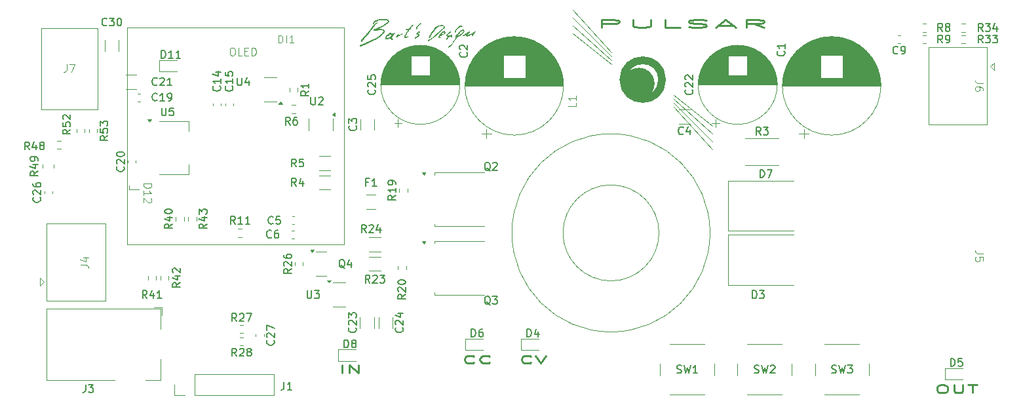
<source format=gbr>
%TF.GenerationSoftware,KiCad,Pcbnew,8.0.0-1.fc39*%
%TF.CreationDate,2024-03-15T22:49:02+01:00*%
%TF.ProjectId,pulsarPCB,70756c73-6172-4504-9342-2e6b69636164,rev?*%
%TF.SameCoordinates,Original*%
%TF.FileFunction,Legend,Top*%
%TF.FilePolarity,Positive*%
%FSLAX46Y46*%
G04 Gerber Fmt 4.6, Leading zero omitted, Abs format (unit mm)*
G04 Created by KiCad (PCBNEW 8.0.0-1.fc39) date 2024-03-15 22:49:02*
%MOMM*%
%LPD*%
G01*
G04 APERTURE LIST*
%ADD10C,0.100000*%
%ADD11C,0.250000*%
%ADD12C,0.150000*%
%ADD13C,2.050000*%
%ADD14C,1.000000*%
%ADD15C,0.000000*%
%ADD16C,0.120000*%
G04 APERTURE END LIST*
D10*
X212957419Y-28166666D02*
X212957419Y-28642856D01*
X212957419Y-28642856D02*
X211957419Y-28642856D01*
X212957419Y-27309523D02*
X212957419Y-27880951D01*
X212957419Y-27595237D02*
X211957419Y-27595237D01*
X211957419Y-27595237D02*
X212100276Y-27690475D01*
X212100276Y-27690475D02*
X212195514Y-27785713D01*
X212195514Y-27785713D02*
X212243133Y-27880951D01*
D11*
X216316853Y-18464619D02*
X216316853Y-17464619D01*
X216316853Y-17464619D02*
X217840663Y-17464619D01*
X217840663Y-17464619D02*
X218221615Y-17512238D01*
X218221615Y-17512238D02*
X218412092Y-17559857D01*
X218412092Y-17559857D02*
X218602568Y-17655095D01*
X218602568Y-17655095D02*
X218602568Y-17797952D01*
X218602568Y-17797952D02*
X218412092Y-17893190D01*
X218412092Y-17893190D02*
X218221615Y-17940809D01*
X218221615Y-17940809D02*
X217840663Y-17988428D01*
X217840663Y-17988428D02*
X216316853Y-17988428D01*
X220316853Y-17464619D02*
X220316853Y-18274142D01*
X220316853Y-18274142D02*
X220507330Y-18369380D01*
X220507330Y-18369380D02*
X220697806Y-18417000D01*
X220697806Y-18417000D02*
X221078758Y-18464619D01*
X221078758Y-18464619D02*
X221840663Y-18464619D01*
X221840663Y-18464619D02*
X222221615Y-18417000D01*
X222221615Y-18417000D02*
X222412092Y-18369380D01*
X222412092Y-18369380D02*
X222602568Y-18274142D01*
X222602568Y-18274142D02*
X222602568Y-17464619D01*
X226412091Y-18464619D02*
X224507329Y-18464619D01*
X224507329Y-18464619D02*
X224507329Y-17464619D01*
X227554948Y-18417000D02*
X228126377Y-18464619D01*
X228126377Y-18464619D02*
X229078758Y-18464619D01*
X229078758Y-18464619D02*
X229459710Y-18417000D01*
X229459710Y-18417000D02*
X229650186Y-18369380D01*
X229650186Y-18369380D02*
X229840663Y-18274142D01*
X229840663Y-18274142D02*
X229840663Y-18178904D01*
X229840663Y-18178904D02*
X229650186Y-18083666D01*
X229650186Y-18083666D02*
X229459710Y-18036047D01*
X229459710Y-18036047D02*
X229078758Y-17988428D01*
X229078758Y-17988428D02*
X228316853Y-17940809D01*
X228316853Y-17940809D02*
X227935901Y-17893190D01*
X227935901Y-17893190D02*
X227745424Y-17845571D01*
X227745424Y-17845571D02*
X227554948Y-17750333D01*
X227554948Y-17750333D02*
X227554948Y-17655095D01*
X227554948Y-17655095D02*
X227745424Y-17559857D01*
X227745424Y-17559857D02*
X227935901Y-17512238D01*
X227935901Y-17512238D02*
X228316853Y-17464619D01*
X228316853Y-17464619D02*
X229269234Y-17464619D01*
X229269234Y-17464619D02*
X229840663Y-17512238D01*
X231364472Y-18178904D02*
X233269234Y-18178904D01*
X230983520Y-18464619D02*
X232316853Y-17464619D01*
X232316853Y-17464619D02*
X233650187Y-18464619D01*
X237269234Y-18464619D02*
X235935900Y-17988428D01*
X234983519Y-18464619D02*
X234983519Y-17464619D01*
X234983519Y-17464619D02*
X236507329Y-17464619D01*
X236507329Y-17464619D02*
X236888281Y-17512238D01*
X236888281Y-17512238D02*
X237078758Y-17559857D01*
X237078758Y-17559857D02*
X237269234Y-17655095D01*
X237269234Y-17655095D02*
X237269234Y-17797952D01*
X237269234Y-17797952D02*
X237078758Y-17893190D01*
X237078758Y-17893190D02*
X236888281Y-17940809D01*
X236888281Y-17940809D02*
X236507329Y-17988428D01*
X236507329Y-17988428D02*
X234983519Y-17988428D01*
D12*
X183036905Y-59824819D02*
X183036905Y-58824819D01*
X183036905Y-58824819D02*
X183275000Y-58824819D01*
X183275000Y-58824819D02*
X183417857Y-58872438D01*
X183417857Y-58872438D02*
X183513095Y-58967676D01*
X183513095Y-58967676D02*
X183560714Y-59062914D01*
X183560714Y-59062914D02*
X183608333Y-59253390D01*
X183608333Y-59253390D02*
X183608333Y-59396247D01*
X183608333Y-59396247D02*
X183560714Y-59586723D01*
X183560714Y-59586723D02*
X183513095Y-59681961D01*
X183513095Y-59681961D02*
X183417857Y-59777200D01*
X183417857Y-59777200D02*
X183275000Y-59824819D01*
X183275000Y-59824819D02*
X183036905Y-59824819D01*
X184179762Y-59253390D02*
X184084524Y-59205771D01*
X184084524Y-59205771D02*
X184036905Y-59158152D01*
X184036905Y-59158152D02*
X183989286Y-59062914D01*
X183989286Y-59062914D02*
X183989286Y-59015295D01*
X183989286Y-59015295D02*
X184036905Y-58920057D01*
X184036905Y-58920057D02*
X184084524Y-58872438D01*
X184084524Y-58872438D02*
X184179762Y-58824819D01*
X184179762Y-58824819D02*
X184370238Y-58824819D01*
X184370238Y-58824819D02*
X184465476Y-58872438D01*
X184465476Y-58872438D02*
X184513095Y-58920057D01*
X184513095Y-58920057D02*
X184560714Y-59015295D01*
X184560714Y-59015295D02*
X184560714Y-59062914D01*
X184560714Y-59062914D02*
X184513095Y-59158152D01*
X184513095Y-59158152D02*
X184465476Y-59205771D01*
X184465476Y-59205771D02*
X184370238Y-59253390D01*
X184370238Y-59253390D02*
X184179762Y-59253390D01*
X184179762Y-59253390D02*
X184084524Y-59301009D01*
X184084524Y-59301009D02*
X184036905Y-59348628D01*
X184036905Y-59348628D02*
X183989286Y-59443866D01*
X183989286Y-59443866D02*
X183989286Y-59634342D01*
X183989286Y-59634342D02*
X184036905Y-59729580D01*
X184036905Y-59729580D02*
X184084524Y-59777200D01*
X184084524Y-59777200D02*
X184179762Y-59824819D01*
X184179762Y-59824819D02*
X184370238Y-59824819D01*
X184370238Y-59824819D02*
X184465476Y-59777200D01*
X184465476Y-59777200D02*
X184513095Y-59729580D01*
X184513095Y-59729580D02*
X184560714Y-59634342D01*
X184560714Y-59634342D02*
X184560714Y-59443866D01*
X184560714Y-59443866D02*
X184513095Y-59348628D01*
X184513095Y-59348628D02*
X184465476Y-59301009D01*
X184465476Y-59301009D02*
X184370238Y-59253390D01*
D11*
X182752381Y-63049619D02*
X182752381Y-62049619D01*
X183704762Y-63049619D02*
X183704762Y-62049619D01*
X183704762Y-62049619D02*
X184847619Y-63049619D01*
X184847619Y-63049619D02*
X184847619Y-62049619D01*
D12*
X199461905Y-58424819D02*
X199461905Y-57424819D01*
X199461905Y-57424819D02*
X199700000Y-57424819D01*
X199700000Y-57424819D02*
X199842857Y-57472438D01*
X199842857Y-57472438D02*
X199938095Y-57567676D01*
X199938095Y-57567676D02*
X199985714Y-57662914D01*
X199985714Y-57662914D02*
X200033333Y-57853390D01*
X200033333Y-57853390D02*
X200033333Y-57996247D01*
X200033333Y-57996247D02*
X199985714Y-58186723D01*
X199985714Y-58186723D02*
X199938095Y-58281961D01*
X199938095Y-58281961D02*
X199842857Y-58377200D01*
X199842857Y-58377200D02*
X199700000Y-58424819D01*
X199700000Y-58424819D02*
X199461905Y-58424819D01*
X200890476Y-57424819D02*
X200700000Y-57424819D01*
X200700000Y-57424819D02*
X200604762Y-57472438D01*
X200604762Y-57472438D02*
X200557143Y-57520057D01*
X200557143Y-57520057D02*
X200461905Y-57662914D01*
X200461905Y-57662914D02*
X200414286Y-57853390D01*
X200414286Y-57853390D02*
X200414286Y-58234342D01*
X200414286Y-58234342D02*
X200461905Y-58329580D01*
X200461905Y-58329580D02*
X200509524Y-58377200D01*
X200509524Y-58377200D02*
X200604762Y-58424819D01*
X200604762Y-58424819D02*
X200795238Y-58424819D01*
X200795238Y-58424819D02*
X200890476Y-58377200D01*
X200890476Y-58377200D02*
X200938095Y-58329580D01*
X200938095Y-58329580D02*
X200985714Y-58234342D01*
X200985714Y-58234342D02*
X200985714Y-57996247D01*
X200985714Y-57996247D02*
X200938095Y-57901009D01*
X200938095Y-57901009D02*
X200890476Y-57853390D01*
X200890476Y-57853390D02*
X200795238Y-57805771D01*
X200795238Y-57805771D02*
X200604762Y-57805771D01*
X200604762Y-57805771D02*
X200509524Y-57853390D01*
X200509524Y-57853390D02*
X200461905Y-57901009D01*
X200461905Y-57901009D02*
X200414286Y-57996247D01*
D11*
X199819047Y-61754380D02*
X199723809Y-61802000D01*
X199723809Y-61802000D02*
X199438095Y-61849619D01*
X199438095Y-61849619D02*
X199247619Y-61849619D01*
X199247619Y-61849619D02*
X198961904Y-61802000D01*
X198961904Y-61802000D02*
X198771428Y-61706761D01*
X198771428Y-61706761D02*
X198676190Y-61611523D01*
X198676190Y-61611523D02*
X198580952Y-61421047D01*
X198580952Y-61421047D02*
X198580952Y-61278190D01*
X198580952Y-61278190D02*
X198676190Y-61087714D01*
X198676190Y-61087714D02*
X198771428Y-60992476D01*
X198771428Y-60992476D02*
X198961904Y-60897238D01*
X198961904Y-60897238D02*
X199247619Y-60849619D01*
X199247619Y-60849619D02*
X199438095Y-60849619D01*
X199438095Y-60849619D02*
X199723809Y-60897238D01*
X199723809Y-60897238D02*
X199819047Y-60944857D01*
X201819047Y-61754380D02*
X201723809Y-61802000D01*
X201723809Y-61802000D02*
X201438095Y-61849619D01*
X201438095Y-61849619D02*
X201247619Y-61849619D01*
X201247619Y-61849619D02*
X200961904Y-61802000D01*
X200961904Y-61802000D02*
X200771428Y-61706761D01*
X200771428Y-61706761D02*
X200676190Y-61611523D01*
X200676190Y-61611523D02*
X200580952Y-61421047D01*
X200580952Y-61421047D02*
X200580952Y-61278190D01*
X200580952Y-61278190D02*
X200676190Y-61087714D01*
X200676190Y-61087714D02*
X200771428Y-60992476D01*
X200771428Y-60992476D02*
X200961904Y-60897238D01*
X200961904Y-60897238D02*
X201247619Y-60849619D01*
X201247619Y-60849619D02*
X201438095Y-60849619D01*
X201438095Y-60849619D02*
X201723809Y-60897238D01*
X201723809Y-60897238D02*
X201819047Y-60944857D01*
D12*
X261382672Y-62224819D02*
X261382672Y-61224819D01*
X261382672Y-61224819D02*
X261620767Y-61224819D01*
X261620767Y-61224819D02*
X261763624Y-61272438D01*
X261763624Y-61272438D02*
X261858862Y-61367676D01*
X261858862Y-61367676D02*
X261906481Y-61462914D01*
X261906481Y-61462914D02*
X261954100Y-61653390D01*
X261954100Y-61653390D02*
X261954100Y-61796247D01*
X261954100Y-61796247D02*
X261906481Y-61986723D01*
X261906481Y-61986723D02*
X261858862Y-62081961D01*
X261858862Y-62081961D02*
X261763624Y-62177200D01*
X261763624Y-62177200D02*
X261620767Y-62224819D01*
X261620767Y-62224819D02*
X261382672Y-62224819D01*
X262858862Y-61224819D02*
X262382672Y-61224819D01*
X262382672Y-61224819D02*
X262335053Y-61701009D01*
X262335053Y-61701009D02*
X262382672Y-61653390D01*
X262382672Y-61653390D02*
X262477910Y-61605771D01*
X262477910Y-61605771D02*
X262716005Y-61605771D01*
X262716005Y-61605771D02*
X262811243Y-61653390D01*
X262811243Y-61653390D02*
X262858862Y-61701009D01*
X262858862Y-61701009D02*
X262906481Y-61796247D01*
X262906481Y-61796247D02*
X262906481Y-62034342D01*
X262906481Y-62034342D02*
X262858862Y-62129580D01*
X262858862Y-62129580D02*
X262811243Y-62177200D01*
X262811243Y-62177200D02*
X262716005Y-62224819D01*
X262716005Y-62224819D02*
X262477910Y-62224819D01*
X262477910Y-62224819D02*
X262382672Y-62177200D01*
X262382672Y-62177200D02*
X262335053Y-62129580D01*
D11*
X260120766Y-64649619D02*
X260501719Y-64649619D01*
X260501719Y-64649619D02*
X260692195Y-64697238D01*
X260692195Y-64697238D02*
X260882671Y-64792476D01*
X260882671Y-64792476D02*
X260977909Y-64982952D01*
X260977909Y-64982952D02*
X260977909Y-65316285D01*
X260977909Y-65316285D02*
X260882671Y-65506761D01*
X260882671Y-65506761D02*
X260692195Y-65602000D01*
X260692195Y-65602000D02*
X260501719Y-65649619D01*
X260501719Y-65649619D02*
X260120766Y-65649619D01*
X260120766Y-65649619D02*
X259930290Y-65602000D01*
X259930290Y-65602000D02*
X259739814Y-65506761D01*
X259739814Y-65506761D02*
X259644576Y-65316285D01*
X259644576Y-65316285D02*
X259644576Y-64982952D01*
X259644576Y-64982952D02*
X259739814Y-64792476D01*
X259739814Y-64792476D02*
X259930290Y-64697238D01*
X259930290Y-64697238D02*
X260120766Y-64649619D01*
X261835052Y-64649619D02*
X261835052Y-65459142D01*
X261835052Y-65459142D02*
X261930290Y-65554380D01*
X261930290Y-65554380D02*
X262025528Y-65602000D01*
X262025528Y-65602000D02*
X262216004Y-65649619D01*
X262216004Y-65649619D02*
X262596957Y-65649619D01*
X262596957Y-65649619D02*
X262787433Y-65602000D01*
X262787433Y-65602000D02*
X262882671Y-65554380D01*
X262882671Y-65554380D02*
X262977909Y-65459142D01*
X262977909Y-65459142D02*
X262977909Y-64649619D01*
X263644576Y-64649619D02*
X264787433Y-64649619D01*
X264216004Y-65649619D02*
X264216004Y-64649619D01*
D12*
X206661905Y-58424819D02*
X206661905Y-57424819D01*
X206661905Y-57424819D02*
X206900000Y-57424819D01*
X206900000Y-57424819D02*
X207042857Y-57472438D01*
X207042857Y-57472438D02*
X207138095Y-57567676D01*
X207138095Y-57567676D02*
X207185714Y-57662914D01*
X207185714Y-57662914D02*
X207233333Y-57853390D01*
X207233333Y-57853390D02*
X207233333Y-57996247D01*
X207233333Y-57996247D02*
X207185714Y-58186723D01*
X207185714Y-58186723D02*
X207138095Y-58281961D01*
X207138095Y-58281961D02*
X207042857Y-58377200D01*
X207042857Y-58377200D02*
X206900000Y-58424819D01*
X206900000Y-58424819D02*
X206661905Y-58424819D01*
X208090476Y-57758152D02*
X208090476Y-58424819D01*
X207852381Y-57377200D02*
X207614286Y-58091485D01*
X207614286Y-58091485D02*
X208233333Y-58091485D01*
D11*
X207161904Y-61754380D02*
X207066666Y-61802000D01*
X207066666Y-61802000D02*
X206780952Y-61849619D01*
X206780952Y-61849619D02*
X206590476Y-61849619D01*
X206590476Y-61849619D02*
X206304761Y-61802000D01*
X206304761Y-61802000D02*
X206114285Y-61706761D01*
X206114285Y-61706761D02*
X206019047Y-61611523D01*
X206019047Y-61611523D02*
X205923809Y-61421047D01*
X205923809Y-61421047D02*
X205923809Y-61278190D01*
X205923809Y-61278190D02*
X206019047Y-61087714D01*
X206019047Y-61087714D02*
X206114285Y-60992476D01*
X206114285Y-60992476D02*
X206304761Y-60897238D01*
X206304761Y-60897238D02*
X206590476Y-60849619D01*
X206590476Y-60849619D02*
X206780952Y-60849619D01*
X206780952Y-60849619D02*
X207066666Y-60897238D01*
X207066666Y-60897238D02*
X207161904Y-60944857D01*
X207733333Y-60849619D02*
X208399999Y-61849619D01*
X208399999Y-61849619D02*
X209066666Y-60849619D01*
D12*
X154529580Y-36442857D02*
X154577200Y-36490476D01*
X154577200Y-36490476D02*
X154624819Y-36633333D01*
X154624819Y-36633333D02*
X154624819Y-36728571D01*
X154624819Y-36728571D02*
X154577200Y-36871428D01*
X154577200Y-36871428D02*
X154481961Y-36966666D01*
X154481961Y-36966666D02*
X154386723Y-37014285D01*
X154386723Y-37014285D02*
X154196247Y-37061904D01*
X154196247Y-37061904D02*
X154053390Y-37061904D01*
X154053390Y-37061904D02*
X153862914Y-37014285D01*
X153862914Y-37014285D02*
X153767676Y-36966666D01*
X153767676Y-36966666D02*
X153672438Y-36871428D01*
X153672438Y-36871428D02*
X153624819Y-36728571D01*
X153624819Y-36728571D02*
X153624819Y-36633333D01*
X153624819Y-36633333D02*
X153672438Y-36490476D01*
X153672438Y-36490476D02*
X153720057Y-36442857D01*
X153720057Y-36061904D02*
X153672438Y-36014285D01*
X153672438Y-36014285D02*
X153624819Y-35919047D01*
X153624819Y-35919047D02*
X153624819Y-35680952D01*
X153624819Y-35680952D02*
X153672438Y-35585714D01*
X153672438Y-35585714D02*
X153720057Y-35538095D01*
X153720057Y-35538095D02*
X153815295Y-35490476D01*
X153815295Y-35490476D02*
X153910533Y-35490476D01*
X153910533Y-35490476D02*
X154053390Y-35538095D01*
X154053390Y-35538095D02*
X154624819Y-36109523D01*
X154624819Y-36109523D02*
X154624819Y-35490476D01*
X153624819Y-34871428D02*
X153624819Y-34776190D01*
X153624819Y-34776190D02*
X153672438Y-34680952D01*
X153672438Y-34680952D02*
X153720057Y-34633333D01*
X153720057Y-34633333D02*
X153815295Y-34585714D01*
X153815295Y-34585714D02*
X154005771Y-34538095D01*
X154005771Y-34538095D02*
X154243866Y-34538095D01*
X154243866Y-34538095D02*
X154434342Y-34585714D01*
X154434342Y-34585714D02*
X154529580Y-34633333D01*
X154529580Y-34633333D02*
X154577200Y-34680952D01*
X154577200Y-34680952D02*
X154624819Y-34776190D01*
X154624819Y-34776190D02*
X154624819Y-34871428D01*
X154624819Y-34871428D02*
X154577200Y-34966666D01*
X154577200Y-34966666D02*
X154529580Y-35014285D01*
X154529580Y-35014285D02*
X154434342Y-35061904D01*
X154434342Y-35061904D02*
X154243866Y-35109523D01*
X154243866Y-35109523D02*
X154005771Y-35109523D01*
X154005771Y-35109523D02*
X153815295Y-35061904D01*
X153815295Y-35061904D02*
X153720057Y-35014285D01*
X153720057Y-35014285D02*
X153672438Y-34966666D01*
X153672438Y-34966666D02*
X153624819Y-34871428D01*
X158857142Y-27859580D02*
X158809523Y-27907200D01*
X158809523Y-27907200D02*
X158666666Y-27954819D01*
X158666666Y-27954819D02*
X158571428Y-27954819D01*
X158571428Y-27954819D02*
X158428571Y-27907200D01*
X158428571Y-27907200D02*
X158333333Y-27811961D01*
X158333333Y-27811961D02*
X158285714Y-27716723D01*
X158285714Y-27716723D02*
X158238095Y-27526247D01*
X158238095Y-27526247D02*
X158238095Y-27383390D01*
X158238095Y-27383390D02*
X158285714Y-27192914D01*
X158285714Y-27192914D02*
X158333333Y-27097676D01*
X158333333Y-27097676D02*
X158428571Y-27002438D01*
X158428571Y-27002438D02*
X158571428Y-26954819D01*
X158571428Y-26954819D02*
X158666666Y-26954819D01*
X158666666Y-26954819D02*
X158809523Y-27002438D01*
X158809523Y-27002438D02*
X158857142Y-27050057D01*
X159809523Y-27954819D02*
X159238095Y-27954819D01*
X159523809Y-27954819D02*
X159523809Y-26954819D01*
X159523809Y-26954819D02*
X159428571Y-27097676D01*
X159428571Y-27097676D02*
X159333333Y-27192914D01*
X159333333Y-27192914D02*
X159238095Y-27240533D01*
X160285714Y-27954819D02*
X160476190Y-27954819D01*
X160476190Y-27954819D02*
X160571428Y-27907200D01*
X160571428Y-27907200D02*
X160619047Y-27859580D01*
X160619047Y-27859580D02*
X160714285Y-27716723D01*
X160714285Y-27716723D02*
X160761904Y-27526247D01*
X160761904Y-27526247D02*
X160761904Y-27145295D01*
X160761904Y-27145295D02*
X160714285Y-27050057D01*
X160714285Y-27050057D02*
X160666666Y-27002438D01*
X160666666Y-27002438D02*
X160571428Y-26954819D01*
X160571428Y-26954819D02*
X160380952Y-26954819D01*
X160380952Y-26954819D02*
X160285714Y-27002438D01*
X160285714Y-27002438D02*
X160238095Y-27050057D01*
X160238095Y-27050057D02*
X160190476Y-27145295D01*
X160190476Y-27145295D02*
X160190476Y-27383390D01*
X160190476Y-27383390D02*
X160238095Y-27478628D01*
X160238095Y-27478628D02*
X160285714Y-27526247D01*
X160285714Y-27526247D02*
X160380952Y-27573866D01*
X160380952Y-27573866D02*
X160571428Y-27573866D01*
X160571428Y-27573866D02*
X160666666Y-27526247D01*
X160666666Y-27526247D02*
X160714285Y-27478628D01*
X160714285Y-27478628D02*
X160761904Y-27383390D01*
X168559580Y-26042857D02*
X168607200Y-26090476D01*
X168607200Y-26090476D02*
X168654819Y-26233333D01*
X168654819Y-26233333D02*
X168654819Y-26328571D01*
X168654819Y-26328571D02*
X168607200Y-26471428D01*
X168607200Y-26471428D02*
X168511961Y-26566666D01*
X168511961Y-26566666D02*
X168416723Y-26614285D01*
X168416723Y-26614285D02*
X168226247Y-26661904D01*
X168226247Y-26661904D02*
X168083390Y-26661904D01*
X168083390Y-26661904D02*
X167892914Y-26614285D01*
X167892914Y-26614285D02*
X167797676Y-26566666D01*
X167797676Y-26566666D02*
X167702438Y-26471428D01*
X167702438Y-26471428D02*
X167654819Y-26328571D01*
X167654819Y-26328571D02*
X167654819Y-26233333D01*
X167654819Y-26233333D02*
X167702438Y-26090476D01*
X167702438Y-26090476D02*
X167750057Y-26042857D01*
X168654819Y-25090476D02*
X168654819Y-25661904D01*
X168654819Y-25376190D02*
X167654819Y-25376190D01*
X167654819Y-25376190D02*
X167797676Y-25471428D01*
X167797676Y-25471428D02*
X167892914Y-25566666D01*
X167892914Y-25566666D02*
X167940533Y-25661904D01*
X167654819Y-24185714D02*
X167654819Y-24661904D01*
X167654819Y-24661904D02*
X168131009Y-24709523D01*
X168131009Y-24709523D02*
X168083390Y-24661904D01*
X168083390Y-24661904D02*
X168035771Y-24566666D01*
X168035771Y-24566666D02*
X168035771Y-24328571D01*
X168035771Y-24328571D02*
X168083390Y-24233333D01*
X168083390Y-24233333D02*
X168131009Y-24185714D01*
X168131009Y-24185714D02*
X168226247Y-24138095D01*
X168226247Y-24138095D02*
X168464342Y-24138095D01*
X168464342Y-24138095D02*
X168559580Y-24185714D01*
X168559580Y-24185714D02*
X168607200Y-24233333D01*
X168607200Y-24233333D02*
X168654819Y-24328571D01*
X168654819Y-24328571D02*
X168654819Y-24566666D01*
X168654819Y-24566666D02*
X168607200Y-24661904D01*
X168607200Y-24661904D02*
X168559580Y-24709523D01*
X166959580Y-26042857D02*
X167007200Y-26090476D01*
X167007200Y-26090476D02*
X167054819Y-26233333D01*
X167054819Y-26233333D02*
X167054819Y-26328571D01*
X167054819Y-26328571D02*
X167007200Y-26471428D01*
X167007200Y-26471428D02*
X166911961Y-26566666D01*
X166911961Y-26566666D02*
X166816723Y-26614285D01*
X166816723Y-26614285D02*
X166626247Y-26661904D01*
X166626247Y-26661904D02*
X166483390Y-26661904D01*
X166483390Y-26661904D02*
X166292914Y-26614285D01*
X166292914Y-26614285D02*
X166197676Y-26566666D01*
X166197676Y-26566666D02*
X166102438Y-26471428D01*
X166102438Y-26471428D02*
X166054819Y-26328571D01*
X166054819Y-26328571D02*
X166054819Y-26233333D01*
X166054819Y-26233333D02*
X166102438Y-26090476D01*
X166102438Y-26090476D02*
X166150057Y-26042857D01*
X167054819Y-25090476D02*
X167054819Y-25661904D01*
X167054819Y-25376190D02*
X166054819Y-25376190D01*
X166054819Y-25376190D02*
X166197676Y-25471428D01*
X166197676Y-25471428D02*
X166292914Y-25566666D01*
X166292914Y-25566666D02*
X166340533Y-25661904D01*
X166388152Y-24233333D02*
X167054819Y-24233333D01*
X166007200Y-24471428D02*
X166721485Y-24709523D01*
X166721485Y-24709523D02*
X166721485Y-24090476D01*
X173922080Y-58872857D02*
X173969700Y-58920476D01*
X173969700Y-58920476D02*
X174017319Y-59063333D01*
X174017319Y-59063333D02*
X174017319Y-59158571D01*
X174017319Y-59158571D02*
X173969700Y-59301428D01*
X173969700Y-59301428D02*
X173874461Y-59396666D01*
X173874461Y-59396666D02*
X173779223Y-59444285D01*
X173779223Y-59444285D02*
X173588747Y-59491904D01*
X173588747Y-59491904D02*
X173445890Y-59491904D01*
X173445890Y-59491904D02*
X173255414Y-59444285D01*
X173255414Y-59444285D02*
X173160176Y-59396666D01*
X173160176Y-59396666D02*
X173064938Y-59301428D01*
X173064938Y-59301428D02*
X173017319Y-59158571D01*
X173017319Y-59158571D02*
X173017319Y-59063333D01*
X173017319Y-59063333D02*
X173064938Y-58920476D01*
X173064938Y-58920476D02*
X173112557Y-58872857D01*
X173112557Y-58491904D02*
X173064938Y-58444285D01*
X173064938Y-58444285D02*
X173017319Y-58349047D01*
X173017319Y-58349047D02*
X173017319Y-58110952D01*
X173017319Y-58110952D02*
X173064938Y-58015714D01*
X173064938Y-58015714D02*
X173112557Y-57968095D01*
X173112557Y-57968095D02*
X173207795Y-57920476D01*
X173207795Y-57920476D02*
X173303033Y-57920476D01*
X173303033Y-57920476D02*
X173445890Y-57968095D01*
X173445890Y-57968095D02*
X174017319Y-58539523D01*
X174017319Y-58539523D02*
X174017319Y-57920476D01*
X173017319Y-57587142D02*
X173017319Y-56920476D01*
X173017319Y-56920476D02*
X174017319Y-57349047D01*
X254558333Y-21789580D02*
X254510714Y-21837200D01*
X254510714Y-21837200D02*
X254367857Y-21884819D01*
X254367857Y-21884819D02*
X254272619Y-21884819D01*
X254272619Y-21884819D02*
X254129762Y-21837200D01*
X254129762Y-21837200D02*
X254034524Y-21741961D01*
X254034524Y-21741961D02*
X253986905Y-21646723D01*
X253986905Y-21646723D02*
X253939286Y-21456247D01*
X253939286Y-21456247D02*
X253939286Y-21313390D01*
X253939286Y-21313390D02*
X253986905Y-21122914D01*
X253986905Y-21122914D02*
X254034524Y-21027676D01*
X254034524Y-21027676D02*
X254129762Y-20932438D01*
X254129762Y-20932438D02*
X254272619Y-20884819D01*
X254272619Y-20884819D02*
X254367857Y-20884819D01*
X254367857Y-20884819D02*
X254510714Y-20932438D01*
X254510714Y-20932438D02*
X254558333Y-20980057D01*
X255034524Y-21884819D02*
X255225000Y-21884819D01*
X255225000Y-21884819D02*
X255320238Y-21837200D01*
X255320238Y-21837200D02*
X255367857Y-21789580D01*
X255367857Y-21789580D02*
X255463095Y-21646723D01*
X255463095Y-21646723D02*
X255510714Y-21456247D01*
X255510714Y-21456247D02*
X255510714Y-21075295D01*
X255510714Y-21075295D02*
X255463095Y-20980057D01*
X255463095Y-20980057D02*
X255415476Y-20932438D01*
X255415476Y-20932438D02*
X255320238Y-20884819D01*
X255320238Y-20884819D02*
X255129762Y-20884819D01*
X255129762Y-20884819D02*
X255034524Y-20932438D01*
X255034524Y-20932438D02*
X254986905Y-20980057D01*
X254986905Y-20980057D02*
X254939286Y-21075295D01*
X254939286Y-21075295D02*
X254939286Y-21313390D01*
X254939286Y-21313390D02*
X254986905Y-21408628D01*
X254986905Y-21408628D02*
X255034524Y-21456247D01*
X255034524Y-21456247D02*
X255129762Y-21503866D01*
X255129762Y-21503866D02*
X255320238Y-21503866D01*
X255320238Y-21503866D02*
X255415476Y-21456247D01*
X255415476Y-21456247D02*
X255463095Y-21408628D01*
X255463095Y-21408628D02*
X255510714Y-21313390D01*
X226833333Y-32209580D02*
X226785714Y-32257200D01*
X226785714Y-32257200D02*
X226642857Y-32304819D01*
X226642857Y-32304819D02*
X226547619Y-32304819D01*
X226547619Y-32304819D02*
X226404762Y-32257200D01*
X226404762Y-32257200D02*
X226309524Y-32161961D01*
X226309524Y-32161961D02*
X226261905Y-32066723D01*
X226261905Y-32066723D02*
X226214286Y-31876247D01*
X226214286Y-31876247D02*
X226214286Y-31733390D01*
X226214286Y-31733390D02*
X226261905Y-31542914D01*
X226261905Y-31542914D02*
X226309524Y-31447676D01*
X226309524Y-31447676D02*
X226404762Y-31352438D01*
X226404762Y-31352438D02*
X226547619Y-31304819D01*
X226547619Y-31304819D02*
X226642857Y-31304819D01*
X226642857Y-31304819D02*
X226785714Y-31352438D01*
X226785714Y-31352438D02*
X226833333Y-31400057D01*
X227690476Y-31638152D02*
X227690476Y-32304819D01*
X227452381Y-31257200D02*
X227214286Y-31971485D01*
X227214286Y-31971485D02*
X227833333Y-31971485D01*
X236016667Y-63057200D02*
X236159524Y-63104819D01*
X236159524Y-63104819D02*
X236397619Y-63104819D01*
X236397619Y-63104819D02*
X236492857Y-63057200D01*
X236492857Y-63057200D02*
X236540476Y-63009580D01*
X236540476Y-63009580D02*
X236588095Y-62914342D01*
X236588095Y-62914342D02*
X236588095Y-62819104D01*
X236588095Y-62819104D02*
X236540476Y-62723866D01*
X236540476Y-62723866D02*
X236492857Y-62676247D01*
X236492857Y-62676247D02*
X236397619Y-62628628D01*
X236397619Y-62628628D02*
X236207143Y-62581009D01*
X236207143Y-62581009D02*
X236111905Y-62533390D01*
X236111905Y-62533390D02*
X236064286Y-62485771D01*
X236064286Y-62485771D02*
X236016667Y-62390533D01*
X236016667Y-62390533D02*
X236016667Y-62295295D01*
X236016667Y-62295295D02*
X236064286Y-62200057D01*
X236064286Y-62200057D02*
X236111905Y-62152438D01*
X236111905Y-62152438D02*
X236207143Y-62104819D01*
X236207143Y-62104819D02*
X236445238Y-62104819D01*
X236445238Y-62104819D02*
X236588095Y-62152438D01*
X236921429Y-62104819D02*
X237159524Y-63104819D01*
X237159524Y-63104819D02*
X237350000Y-62390533D01*
X237350000Y-62390533D02*
X237540476Y-63104819D01*
X237540476Y-63104819D02*
X237778572Y-62104819D01*
X238111905Y-62200057D02*
X238159524Y-62152438D01*
X238159524Y-62152438D02*
X238254762Y-62104819D01*
X238254762Y-62104819D02*
X238492857Y-62104819D01*
X238492857Y-62104819D02*
X238588095Y-62152438D01*
X238588095Y-62152438D02*
X238635714Y-62200057D01*
X238635714Y-62200057D02*
X238683333Y-62295295D01*
X238683333Y-62295295D02*
X238683333Y-62390533D01*
X238683333Y-62390533D02*
X238635714Y-62533390D01*
X238635714Y-62533390D02*
X238064286Y-63104819D01*
X238064286Y-63104819D02*
X238683333Y-63104819D01*
X176833333Y-38954819D02*
X176500000Y-38478628D01*
X176261905Y-38954819D02*
X176261905Y-37954819D01*
X176261905Y-37954819D02*
X176642857Y-37954819D01*
X176642857Y-37954819D02*
X176738095Y-38002438D01*
X176738095Y-38002438D02*
X176785714Y-38050057D01*
X176785714Y-38050057D02*
X176833333Y-38145295D01*
X176833333Y-38145295D02*
X176833333Y-38288152D01*
X176833333Y-38288152D02*
X176785714Y-38383390D01*
X176785714Y-38383390D02*
X176738095Y-38431009D01*
X176738095Y-38431009D02*
X176642857Y-38478628D01*
X176642857Y-38478628D02*
X176261905Y-38478628D01*
X177690476Y-38288152D02*
X177690476Y-38954819D01*
X177452381Y-37907200D02*
X177214286Y-38621485D01*
X177214286Y-38621485D02*
X177833333Y-38621485D01*
X184498065Y-57242857D02*
X184545685Y-57290476D01*
X184545685Y-57290476D02*
X184593304Y-57433333D01*
X184593304Y-57433333D02*
X184593304Y-57528571D01*
X184593304Y-57528571D02*
X184545685Y-57671428D01*
X184545685Y-57671428D02*
X184450446Y-57766666D01*
X184450446Y-57766666D02*
X184355208Y-57814285D01*
X184355208Y-57814285D02*
X184164732Y-57861904D01*
X184164732Y-57861904D02*
X184021875Y-57861904D01*
X184021875Y-57861904D02*
X183831399Y-57814285D01*
X183831399Y-57814285D02*
X183736161Y-57766666D01*
X183736161Y-57766666D02*
X183640923Y-57671428D01*
X183640923Y-57671428D02*
X183593304Y-57528571D01*
X183593304Y-57528571D02*
X183593304Y-57433333D01*
X183593304Y-57433333D02*
X183640923Y-57290476D01*
X183640923Y-57290476D02*
X183688542Y-57242857D01*
X183688542Y-56861904D02*
X183640923Y-56814285D01*
X183640923Y-56814285D02*
X183593304Y-56719047D01*
X183593304Y-56719047D02*
X183593304Y-56480952D01*
X183593304Y-56480952D02*
X183640923Y-56385714D01*
X183640923Y-56385714D02*
X183688542Y-56338095D01*
X183688542Y-56338095D02*
X183783780Y-56290476D01*
X183783780Y-56290476D02*
X183879018Y-56290476D01*
X183879018Y-56290476D02*
X184021875Y-56338095D01*
X184021875Y-56338095D02*
X184593304Y-56909523D01*
X184593304Y-56909523D02*
X184593304Y-56290476D01*
X183593304Y-55957142D02*
X183593304Y-55338095D01*
X183593304Y-55338095D02*
X183974256Y-55671428D01*
X183974256Y-55671428D02*
X183974256Y-55528571D01*
X183974256Y-55528571D02*
X184021875Y-55433333D01*
X184021875Y-55433333D02*
X184069494Y-55385714D01*
X184069494Y-55385714D02*
X184164732Y-55338095D01*
X184164732Y-55338095D02*
X184402827Y-55338095D01*
X184402827Y-55338095D02*
X184498065Y-55385714D01*
X184498065Y-55385714D02*
X184545685Y-55433333D01*
X184545685Y-55433333D02*
X184593304Y-55528571D01*
X184593304Y-55528571D02*
X184593304Y-55814285D01*
X184593304Y-55814285D02*
X184545685Y-55909523D01*
X184545685Y-55909523D02*
X184498065Y-55957142D01*
X239859580Y-21518748D02*
X239907200Y-21566367D01*
X239907200Y-21566367D02*
X239954819Y-21709224D01*
X239954819Y-21709224D02*
X239954819Y-21804462D01*
X239954819Y-21804462D02*
X239907200Y-21947319D01*
X239907200Y-21947319D02*
X239811961Y-22042557D01*
X239811961Y-22042557D02*
X239716723Y-22090176D01*
X239716723Y-22090176D02*
X239526247Y-22137795D01*
X239526247Y-22137795D02*
X239383390Y-22137795D01*
X239383390Y-22137795D02*
X239192914Y-22090176D01*
X239192914Y-22090176D02*
X239097676Y-22042557D01*
X239097676Y-22042557D02*
X239002438Y-21947319D01*
X239002438Y-21947319D02*
X238954819Y-21804462D01*
X238954819Y-21804462D02*
X238954819Y-21709224D01*
X238954819Y-21709224D02*
X239002438Y-21566367D01*
X239002438Y-21566367D02*
X239050057Y-21518748D01*
X239954819Y-20566367D02*
X239954819Y-21137795D01*
X239954819Y-20852081D02*
X238954819Y-20852081D01*
X238954819Y-20852081D02*
X239097676Y-20947319D01*
X239097676Y-20947319D02*
X239192914Y-21042557D01*
X239192914Y-21042557D02*
X239240533Y-21137795D01*
X260333333Y-20454819D02*
X260000000Y-19978628D01*
X259761905Y-20454819D02*
X259761905Y-19454819D01*
X259761905Y-19454819D02*
X260142857Y-19454819D01*
X260142857Y-19454819D02*
X260238095Y-19502438D01*
X260238095Y-19502438D02*
X260285714Y-19550057D01*
X260285714Y-19550057D02*
X260333333Y-19645295D01*
X260333333Y-19645295D02*
X260333333Y-19788152D01*
X260333333Y-19788152D02*
X260285714Y-19883390D01*
X260285714Y-19883390D02*
X260238095Y-19931009D01*
X260238095Y-19931009D02*
X260142857Y-19978628D01*
X260142857Y-19978628D02*
X259761905Y-19978628D01*
X260809524Y-20454819D02*
X261000000Y-20454819D01*
X261000000Y-20454819D02*
X261095238Y-20407200D01*
X261095238Y-20407200D02*
X261142857Y-20359580D01*
X261142857Y-20359580D02*
X261238095Y-20216723D01*
X261238095Y-20216723D02*
X261285714Y-20026247D01*
X261285714Y-20026247D02*
X261285714Y-19645295D01*
X261285714Y-19645295D02*
X261238095Y-19550057D01*
X261238095Y-19550057D02*
X261190476Y-19502438D01*
X261190476Y-19502438D02*
X261095238Y-19454819D01*
X261095238Y-19454819D02*
X260904762Y-19454819D01*
X260904762Y-19454819D02*
X260809524Y-19502438D01*
X260809524Y-19502438D02*
X260761905Y-19550057D01*
X260761905Y-19550057D02*
X260714286Y-19645295D01*
X260714286Y-19645295D02*
X260714286Y-19883390D01*
X260714286Y-19883390D02*
X260761905Y-19978628D01*
X260761905Y-19978628D02*
X260809524Y-20026247D01*
X260809524Y-20026247D02*
X260904762Y-20073866D01*
X260904762Y-20073866D02*
X261095238Y-20073866D01*
X261095238Y-20073866D02*
X261190476Y-20026247D01*
X261190476Y-20026247D02*
X261238095Y-19978628D01*
X261238095Y-19978628D02*
X261285714Y-19883390D01*
X201904761Y-54295057D02*
X201809523Y-54247438D01*
X201809523Y-54247438D02*
X201714285Y-54152200D01*
X201714285Y-54152200D02*
X201571428Y-54009342D01*
X201571428Y-54009342D02*
X201476190Y-53961723D01*
X201476190Y-53961723D02*
X201380952Y-53961723D01*
X201428571Y-54199819D02*
X201333333Y-54152200D01*
X201333333Y-54152200D02*
X201238095Y-54056961D01*
X201238095Y-54056961D02*
X201190476Y-53866485D01*
X201190476Y-53866485D02*
X201190476Y-53533152D01*
X201190476Y-53533152D02*
X201238095Y-53342676D01*
X201238095Y-53342676D02*
X201333333Y-53247438D01*
X201333333Y-53247438D02*
X201428571Y-53199819D01*
X201428571Y-53199819D02*
X201619047Y-53199819D01*
X201619047Y-53199819D02*
X201714285Y-53247438D01*
X201714285Y-53247438D02*
X201809523Y-53342676D01*
X201809523Y-53342676D02*
X201857142Y-53533152D01*
X201857142Y-53533152D02*
X201857142Y-53866485D01*
X201857142Y-53866485D02*
X201809523Y-54056961D01*
X201809523Y-54056961D02*
X201714285Y-54152200D01*
X201714285Y-54152200D02*
X201619047Y-54199819D01*
X201619047Y-54199819D02*
X201428571Y-54199819D01*
X202190476Y-53199819D02*
X202809523Y-53199819D01*
X202809523Y-53199819D02*
X202476190Y-53580771D01*
X202476190Y-53580771D02*
X202619047Y-53580771D01*
X202619047Y-53580771D02*
X202714285Y-53628390D01*
X202714285Y-53628390D02*
X202761904Y-53676009D01*
X202761904Y-53676009D02*
X202809523Y-53771247D01*
X202809523Y-53771247D02*
X202809523Y-54009342D01*
X202809523Y-54009342D02*
X202761904Y-54104580D01*
X202761904Y-54104580D02*
X202714285Y-54152200D01*
X202714285Y-54152200D02*
X202619047Y-54199819D01*
X202619047Y-54199819D02*
X202333333Y-54199819D01*
X202333333Y-54199819D02*
X202238095Y-54152200D01*
X202238095Y-54152200D02*
X202190476Y-54104580D01*
X168957142Y-43854819D02*
X168623809Y-43378628D01*
X168385714Y-43854819D02*
X168385714Y-42854819D01*
X168385714Y-42854819D02*
X168766666Y-42854819D01*
X168766666Y-42854819D02*
X168861904Y-42902438D01*
X168861904Y-42902438D02*
X168909523Y-42950057D01*
X168909523Y-42950057D02*
X168957142Y-43045295D01*
X168957142Y-43045295D02*
X168957142Y-43188152D01*
X168957142Y-43188152D02*
X168909523Y-43283390D01*
X168909523Y-43283390D02*
X168861904Y-43331009D01*
X168861904Y-43331009D02*
X168766666Y-43378628D01*
X168766666Y-43378628D02*
X168385714Y-43378628D01*
X169909523Y-43854819D02*
X169338095Y-43854819D01*
X169623809Y-43854819D02*
X169623809Y-42854819D01*
X169623809Y-42854819D02*
X169528571Y-42997676D01*
X169528571Y-42997676D02*
X169433333Y-43092914D01*
X169433333Y-43092914D02*
X169338095Y-43140533D01*
X170861904Y-43854819D02*
X170290476Y-43854819D01*
X170576190Y-43854819D02*
X170576190Y-42854819D01*
X170576190Y-42854819D02*
X170480952Y-42997676D01*
X170480952Y-42997676D02*
X170385714Y-43092914D01*
X170385714Y-43092914D02*
X170290476Y-43140533D01*
D10*
X265542580Y-25666666D02*
X264828295Y-25666666D01*
X264828295Y-25666666D02*
X264685438Y-25619047D01*
X264685438Y-25619047D02*
X264590200Y-25523809D01*
X264590200Y-25523809D02*
X264542580Y-25380952D01*
X264542580Y-25380952D02*
X264542580Y-25285714D01*
X265542580Y-26571428D02*
X265542580Y-26380952D01*
X265542580Y-26380952D02*
X265494961Y-26285714D01*
X265494961Y-26285714D02*
X265447342Y-26238095D01*
X265447342Y-26238095D02*
X265304485Y-26142857D01*
X265304485Y-26142857D02*
X265114009Y-26095238D01*
X265114009Y-26095238D02*
X264733057Y-26095238D01*
X264733057Y-26095238D02*
X264637819Y-26142857D01*
X264637819Y-26142857D02*
X264590200Y-26190476D01*
X264590200Y-26190476D02*
X264542580Y-26285714D01*
X264542580Y-26285714D02*
X264542580Y-26476190D01*
X264542580Y-26476190D02*
X264590200Y-26571428D01*
X264590200Y-26571428D02*
X264637819Y-26619047D01*
X264637819Y-26619047D02*
X264733057Y-26666666D01*
X264733057Y-26666666D02*
X264971152Y-26666666D01*
X264971152Y-26666666D02*
X265066390Y-26619047D01*
X265066390Y-26619047D02*
X265114009Y-26571428D01*
X265114009Y-26571428D02*
X265161628Y-26476190D01*
X265161628Y-26476190D02*
X265161628Y-26285714D01*
X265161628Y-26285714D02*
X265114009Y-26190476D01*
X265114009Y-26190476D02*
X265066390Y-26142857D01*
X265066390Y-26142857D02*
X264971152Y-26095238D01*
D12*
X265532142Y-20454819D02*
X265198809Y-19978628D01*
X264960714Y-20454819D02*
X264960714Y-19454819D01*
X264960714Y-19454819D02*
X265341666Y-19454819D01*
X265341666Y-19454819D02*
X265436904Y-19502438D01*
X265436904Y-19502438D02*
X265484523Y-19550057D01*
X265484523Y-19550057D02*
X265532142Y-19645295D01*
X265532142Y-19645295D02*
X265532142Y-19788152D01*
X265532142Y-19788152D02*
X265484523Y-19883390D01*
X265484523Y-19883390D02*
X265436904Y-19931009D01*
X265436904Y-19931009D02*
X265341666Y-19978628D01*
X265341666Y-19978628D02*
X264960714Y-19978628D01*
X265865476Y-19454819D02*
X266484523Y-19454819D01*
X266484523Y-19454819D02*
X266151190Y-19835771D01*
X266151190Y-19835771D02*
X266294047Y-19835771D01*
X266294047Y-19835771D02*
X266389285Y-19883390D01*
X266389285Y-19883390D02*
X266436904Y-19931009D01*
X266436904Y-19931009D02*
X266484523Y-20026247D01*
X266484523Y-20026247D02*
X266484523Y-20264342D01*
X266484523Y-20264342D02*
X266436904Y-20359580D01*
X266436904Y-20359580D02*
X266389285Y-20407200D01*
X266389285Y-20407200D02*
X266294047Y-20454819D01*
X266294047Y-20454819D02*
X266008333Y-20454819D01*
X266008333Y-20454819D02*
X265913095Y-20407200D01*
X265913095Y-20407200D02*
X265865476Y-20359580D01*
X266817857Y-19454819D02*
X267436904Y-19454819D01*
X267436904Y-19454819D02*
X267103571Y-19835771D01*
X267103571Y-19835771D02*
X267246428Y-19835771D01*
X267246428Y-19835771D02*
X267341666Y-19883390D01*
X267341666Y-19883390D02*
X267389285Y-19931009D01*
X267389285Y-19931009D02*
X267436904Y-20026247D01*
X267436904Y-20026247D02*
X267436904Y-20264342D01*
X267436904Y-20264342D02*
X267389285Y-20359580D01*
X267389285Y-20359580D02*
X267341666Y-20407200D01*
X267341666Y-20407200D02*
X267246428Y-20454819D01*
X267246428Y-20454819D02*
X266960714Y-20454819D01*
X266960714Y-20454819D02*
X266865476Y-20407200D01*
X266865476Y-20407200D02*
X266817857Y-20359580D01*
X227977257Y-26510534D02*
X228024877Y-26558153D01*
X228024877Y-26558153D02*
X228072496Y-26701010D01*
X228072496Y-26701010D02*
X228072496Y-26796248D01*
X228072496Y-26796248D02*
X228024877Y-26939105D01*
X228024877Y-26939105D02*
X227929638Y-27034343D01*
X227929638Y-27034343D02*
X227834400Y-27081962D01*
X227834400Y-27081962D02*
X227643924Y-27129581D01*
X227643924Y-27129581D02*
X227501067Y-27129581D01*
X227501067Y-27129581D02*
X227310591Y-27081962D01*
X227310591Y-27081962D02*
X227215353Y-27034343D01*
X227215353Y-27034343D02*
X227120115Y-26939105D01*
X227120115Y-26939105D02*
X227072496Y-26796248D01*
X227072496Y-26796248D02*
X227072496Y-26701010D01*
X227072496Y-26701010D02*
X227120115Y-26558153D01*
X227120115Y-26558153D02*
X227167734Y-26510534D01*
X227167734Y-26129581D02*
X227120115Y-26081962D01*
X227120115Y-26081962D02*
X227072496Y-25986724D01*
X227072496Y-25986724D02*
X227072496Y-25748629D01*
X227072496Y-25748629D02*
X227120115Y-25653391D01*
X227120115Y-25653391D02*
X227167734Y-25605772D01*
X227167734Y-25605772D02*
X227262972Y-25558153D01*
X227262972Y-25558153D02*
X227358210Y-25558153D01*
X227358210Y-25558153D02*
X227501067Y-25605772D01*
X227501067Y-25605772D02*
X228072496Y-26177200D01*
X228072496Y-26177200D02*
X228072496Y-25558153D01*
X227167734Y-25177200D02*
X227120115Y-25129581D01*
X227120115Y-25129581D02*
X227072496Y-25034343D01*
X227072496Y-25034343D02*
X227072496Y-24796248D01*
X227072496Y-24796248D02*
X227120115Y-24701010D01*
X227120115Y-24701010D02*
X227167734Y-24653391D01*
X227167734Y-24653391D02*
X227262972Y-24605772D01*
X227262972Y-24605772D02*
X227358210Y-24605772D01*
X227358210Y-24605772D02*
X227501067Y-24653391D01*
X227501067Y-24653391D02*
X228072496Y-25224819D01*
X228072496Y-25224819D02*
X228072496Y-24605772D01*
X159398214Y-22424819D02*
X159398214Y-21424819D01*
X159398214Y-21424819D02*
X159636309Y-21424819D01*
X159636309Y-21424819D02*
X159779166Y-21472438D01*
X159779166Y-21472438D02*
X159874404Y-21567676D01*
X159874404Y-21567676D02*
X159922023Y-21662914D01*
X159922023Y-21662914D02*
X159969642Y-21853390D01*
X159969642Y-21853390D02*
X159969642Y-21996247D01*
X159969642Y-21996247D02*
X159922023Y-22186723D01*
X159922023Y-22186723D02*
X159874404Y-22281961D01*
X159874404Y-22281961D02*
X159779166Y-22377200D01*
X159779166Y-22377200D02*
X159636309Y-22424819D01*
X159636309Y-22424819D02*
X159398214Y-22424819D01*
X160922023Y-22424819D02*
X160350595Y-22424819D01*
X160636309Y-22424819D02*
X160636309Y-21424819D01*
X160636309Y-21424819D02*
X160541071Y-21567676D01*
X160541071Y-21567676D02*
X160445833Y-21662914D01*
X160445833Y-21662914D02*
X160350595Y-21710533D01*
X161874404Y-22424819D02*
X161302976Y-22424819D01*
X161588690Y-22424819D02*
X161588690Y-21424819D01*
X161588690Y-21424819D02*
X161493452Y-21567676D01*
X161493452Y-21567676D02*
X161398214Y-21662914D01*
X161398214Y-21662914D02*
X161302976Y-21710533D01*
X173633333Y-45559580D02*
X173585714Y-45607200D01*
X173585714Y-45607200D02*
X173442857Y-45654819D01*
X173442857Y-45654819D02*
X173347619Y-45654819D01*
X173347619Y-45654819D02*
X173204762Y-45607200D01*
X173204762Y-45607200D02*
X173109524Y-45511961D01*
X173109524Y-45511961D02*
X173061905Y-45416723D01*
X173061905Y-45416723D02*
X173014286Y-45226247D01*
X173014286Y-45226247D02*
X173014286Y-45083390D01*
X173014286Y-45083390D02*
X173061905Y-44892914D01*
X173061905Y-44892914D02*
X173109524Y-44797676D01*
X173109524Y-44797676D02*
X173204762Y-44702438D01*
X173204762Y-44702438D02*
X173347619Y-44654819D01*
X173347619Y-44654819D02*
X173442857Y-44654819D01*
X173442857Y-44654819D02*
X173585714Y-44702438D01*
X173585714Y-44702438D02*
X173633333Y-44750057D01*
X174490476Y-44654819D02*
X174300000Y-44654819D01*
X174300000Y-44654819D02*
X174204762Y-44702438D01*
X174204762Y-44702438D02*
X174157143Y-44750057D01*
X174157143Y-44750057D02*
X174061905Y-44892914D01*
X174061905Y-44892914D02*
X174014286Y-45083390D01*
X174014286Y-45083390D02*
X174014286Y-45464342D01*
X174014286Y-45464342D02*
X174061905Y-45559580D01*
X174061905Y-45559580D02*
X174109524Y-45607200D01*
X174109524Y-45607200D02*
X174204762Y-45654819D01*
X174204762Y-45654819D02*
X174395238Y-45654819D01*
X174395238Y-45654819D02*
X174490476Y-45607200D01*
X174490476Y-45607200D02*
X174538095Y-45559580D01*
X174538095Y-45559580D02*
X174585714Y-45464342D01*
X174585714Y-45464342D02*
X174585714Y-45226247D01*
X174585714Y-45226247D02*
X174538095Y-45131009D01*
X174538095Y-45131009D02*
X174490476Y-45083390D01*
X174490476Y-45083390D02*
X174395238Y-45035771D01*
X174395238Y-45035771D02*
X174204762Y-45035771D01*
X174204762Y-45035771D02*
X174109524Y-45083390D01*
X174109524Y-45083390D02*
X174061905Y-45131009D01*
X174061905Y-45131009D02*
X174014286Y-45226247D01*
D10*
X157142580Y-38635714D02*
X158142580Y-38635714D01*
X158142580Y-38635714D02*
X158142580Y-38873809D01*
X158142580Y-38873809D02*
X158094961Y-39016666D01*
X158094961Y-39016666D02*
X157999723Y-39111904D01*
X157999723Y-39111904D02*
X157904485Y-39159523D01*
X157904485Y-39159523D02*
X157714009Y-39207142D01*
X157714009Y-39207142D02*
X157571152Y-39207142D01*
X157571152Y-39207142D02*
X157380676Y-39159523D01*
X157380676Y-39159523D02*
X157285438Y-39111904D01*
X157285438Y-39111904D02*
X157190200Y-39016666D01*
X157190200Y-39016666D02*
X157142580Y-38873809D01*
X157142580Y-38873809D02*
X157142580Y-38635714D01*
X157142580Y-40159523D02*
X157142580Y-39588095D01*
X157142580Y-39873809D02*
X158142580Y-39873809D01*
X158142580Y-39873809D02*
X157999723Y-39778571D01*
X157999723Y-39778571D02*
X157904485Y-39683333D01*
X157904485Y-39683333D02*
X157856866Y-39588095D01*
X158047342Y-40540476D02*
X158094961Y-40588095D01*
X158094961Y-40588095D02*
X158142580Y-40683333D01*
X158142580Y-40683333D02*
X158142580Y-40921428D01*
X158142580Y-40921428D02*
X158094961Y-41016666D01*
X158094961Y-41016666D02*
X158047342Y-41064285D01*
X158047342Y-41064285D02*
X157952104Y-41111904D01*
X157952104Y-41111904D02*
X157856866Y-41111904D01*
X157856866Y-41111904D02*
X157714009Y-41064285D01*
X157714009Y-41064285D02*
X157142580Y-40492857D01*
X157142580Y-40492857D02*
X157142580Y-41111904D01*
D12*
X176833333Y-36454819D02*
X176500000Y-35978628D01*
X176261905Y-36454819D02*
X176261905Y-35454819D01*
X176261905Y-35454819D02*
X176642857Y-35454819D01*
X176642857Y-35454819D02*
X176738095Y-35502438D01*
X176738095Y-35502438D02*
X176785714Y-35550057D01*
X176785714Y-35550057D02*
X176833333Y-35645295D01*
X176833333Y-35645295D02*
X176833333Y-35788152D01*
X176833333Y-35788152D02*
X176785714Y-35883390D01*
X176785714Y-35883390D02*
X176738095Y-35931009D01*
X176738095Y-35931009D02*
X176642857Y-35978628D01*
X176642857Y-35978628D02*
X176261905Y-35978628D01*
X177738095Y-35454819D02*
X177261905Y-35454819D01*
X177261905Y-35454819D02*
X177214286Y-35931009D01*
X177214286Y-35931009D02*
X177261905Y-35883390D01*
X177261905Y-35883390D02*
X177357143Y-35835771D01*
X177357143Y-35835771D02*
X177595238Y-35835771D01*
X177595238Y-35835771D02*
X177690476Y-35883390D01*
X177690476Y-35883390D02*
X177738095Y-35931009D01*
X177738095Y-35931009D02*
X177785714Y-36026247D01*
X177785714Y-36026247D02*
X177785714Y-36264342D01*
X177785714Y-36264342D02*
X177738095Y-36359580D01*
X177738095Y-36359580D02*
X177690476Y-36407200D01*
X177690476Y-36407200D02*
X177595238Y-36454819D01*
X177595238Y-36454819D02*
X177357143Y-36454819D01*
X177357143Y-36454819D02*
X177261905Y-36407200D01*
X177261905Y-36407200D02*
X177214286Y-36359580D01*
X190954819Y-52967857D02*
X190478628Y-53301190D01*
X190954819Y-53539285D02*
X189954819Y-53539285D01*
X189954819Y-53539285D02*
X189954819Y-53158333D01*
X189954819Y-53158333D02*
X190002438Y-53063095D01*
X190002438Y-53063095D02*
X190050057Y-53015476D01*
X190050057Y-53015476D02*
X190145295Y-52967857D01*
X190145295Y-52967857D02*
X190288152Y-52967857D01*
X190288152Y-52967857D02*
X190383390Y-53015476D01*
X190383390Y-53015476D02*
X190431009Y-53063095D01*
X190431009Y-53063095D02*
X190478628Y-53158333D01*
X190478628Y-53158333D02*
X190478628Y-53539285D01*
X190050057Y-52586904D02*
X190002438Y-52539285D01*
X190002438Y-52539285D02*
X189954819Y-52444047D01*
X189954819Y-52444047D02*
X189954819Y-52205952D01*
X189954819Y-52205952D02*
X190002438Y-52110714D01*
X190002438Y-52110714D02*
X190050057Y-52063095D01*
X190050057Y-52063095D02*
X190145295Y-52015476D01*
X190145295Y-52015476D02*
X190240533Y-52015476D01*
X190240533Y-52015476D02*
X190383390Y-52063095D01*
X190383390Y-52063095D02*
X190954819Y-52634523D01*
X190954819Y-52634523D02*
X190954819Y-52015476D01*
X189954819Y-51396428D02*
X189954819Y-51301190D01*
X189954819Y-51301190D02*
X190002438Y-51205952D01*
X190002438Y-51205952D02*
X190050057Y-51158333D01*
X190050057Y-51158333D02*
X190145295Y-51110714D01*
X190145295Y-51110714D02*
X190335771Y-51063095D01*
X190335771Y-51063095D02*
X190573866Y-51063095D01*
X190573866Y-51063095D02*
X190764342Y-51110714D01*
X190764342Y-51110714D02*
X190859580Y-51158333D01*
X190859580Y-51158333D02*
X190907200Y-51205952D01*
X190907200Y-51205952D02*
X190954819Y-51301190D01*
X190954819Y-51301190D02*
X190954819Y-51396428D01*
X190954819Y-51396428D02*
X190907200Y-51491666D01*
X190907200Y-51491666D02*
X190859580Y-51539285D01*
X190859580Y-51539285D02*
X190764342Y-51586904D01*
X190764342Y-51586904D02*
X190573866Y-51634523D01*
X190573866Y-51634523D02*
X190335771Y-51634523D01*
X190335771Y-51634523D02*
X190145295Y-51586904D01*
X190145295Y-51586904D02*
X190050057Y-51539285D01*
X190050057Y-51539285D02*
X190002438Y-51491666D01*
X190002438Y-51491666D02*
X189954819Y-51396428D01*
X235761905Y-53454819D02*
X235761905Y-52454819D01*
X235761905Y-52454819D02*
X236000000Y-52454819D01*
X236000000Y-52454819D02*
X236142857Y-52502438D01*
X236142857Y-52502438D02*
X236238095Y-52597676D01*
X236238095Y-52597676D02*
X236285714Y-52692914D01*
X236285714Y-52692914D02*
X236333333Y-52883390D01*
X236333333Y-52883390D02*
X236333333Y-53026247D01*
X236333333Y-53026247D02*
X236285714Y-53216723D01*
X236285714Y-53216723D02*
X236238095Y-53311961D01*
X236238095Y-53311961D02*
X236142857Y-53407200D01*
X236142857Y-53407200D02*
X236000000Y-53454819D01*
X236000000Y-53454819D02*
X235761905Y-53454819D01*
X236666667Y-52454819D02*
X237285714Y-52454819D01*
X237285714Y-52454819D02*
X236952381Y-52835771D01*
X236952381Y-52835771D02*
X237095238Y-52835771D01*
X237095238Y-52835771D02*
X237190476Y-52883390D01*
X237190476Y-52883390D02*
X237238095Y-52931009D01*
X237238095Y-52931009D02*
X237285714Y-53026247D01*
X237285714Y-53026247D02*
X237285714Y-53264342D01*
X237285714Y-53264342D02*
X237238095Y-53359580D01*
X237238095Y-53359580D02*
X237190476Y-53407200D01*
X237190476Y-53407200D02*
X237095238Y-53454819D01*
X237095238Y-53454819D02*
X236809524Y-53454819D01*
X236809524Y-53454819D02*
X236714286Y-53407200D01*
X236714286Y-53407200D02*
X236666667Y-53359580D01*
X184534580Y-31166666D02*
X184582200Y-31214285D01*
X184582200Y-31214285D02*
X184629819Y-31357142D01*
X184629819Y-31357142D02*
X184629819Y-31452380D01*
X184629819Y-31452380D02*
X184582200Y-31595237D01*
X184582200Y-31595237D02*
X184486961Y-31690475D01*
X184486961Y-31690475D02*
X184391723Y-31738094D01*
X184391723Y-31738094D02*
X184201247Y-31785713D01*
X184201247Y-31785713D02*
X184058390Y-31785713D01*
X184058390Y-31785713D02*
X183867914Y-31738094D01*
X183867914Y-31738094D02*
X183772676Y-31690475D01*
X183772676Y-31690475D02*
X183677438Y-31595237D01*
X183677438Y-31595237D02*
X183629819Y-31452380D01*
X183629819Y-31452380D02*
X183629819Y-31357142D01*
X183629819Y-31357142D02*
X183677438Y-31214285D01*
X183677438Y-31214285D02*
X183725057Y-31166666D01*
X183629819Y-30833332D02*
X183629819Y-30214285D01*
X183629819Y-30214285D02*
X184010771Y-30547618D01*
X184010771Y-30547618D02*
X184010771Y-30404761D01*
X184010771Y-30404761D02*
X184058390Y-30309523D01*
X184058390Y-30309523D02*
X184106009Y-30261904D01*
X184106009Y-30261904D02*
X184201247Y-30214285D01*
X184201247Y-30214285D02*
X184439342Y-30214285D01*
X184439342Y-30214285D02*
X184534580Y-30261904D01*
X184534580Y-30261904D02*
X184582200Y-30309523D01*
X184582200Y-30309523D02*
X184629819Y-30404761D01*
X184629819Y-30404761D02*
X184629819Y-30690475D01*
X184629819Y-30690475D02*
X184582200Y-30785713D01*
X184582200Y-30785713D02*
X184534580Y-30833332D01*
X176033333Y-31054819D02*
X175700000Y-30578628D01*
X175461905Y-31054819D02*
X175461905Y-30054819D01*
X175461905Y-30054819D02*
X175842857Y-30054819D01*
X175842857Y-30054819D02*
X175938095Y-30102438D01*
X175938095Y-30102438D02*
X175985714Y-30150057D01*
X175985714Y-30150057D02*
X176033333Y-30245295D01*
X176033333Y-30245295D02*
X176033333Y-30388152D01*
X176033333Y-30388152D02*
X175985714Y-30483390D01*
X175985714Y-30483390D02*
X175938095Y-30531009D01*
X175938095Y-30531009D02*
X175842857Y-30578628D01*
X175842857Y-30578628D02*
X175461905Y-30578628D01*
X176890476Y-30054819D02*
X176700000Y-30054819D01*
X176700000Y-30054819D02*
X176604762Y-30102438D01*
X176604762Y-30102438D02*
X176557143Y-30150057D01*
X176557143Y-30150057D02*
X176461905Y-30292914D01*
X176461905Y-30292914D02*
X176414286Y-30483390D01*
X176414286Y-30483390D02*
X176414286Y-30864342D01*
X176414286Y-30864342D02*
X176461905Y-30959580D01*
X176461905Y-30959580D02*
X176509524Y-31007200D01*
X176509524Y-31007200D02*
X176604762Y-31054819D01*
X176604762Y-31054819D02*
X176795238Y-31054819D01*
X176795238Y-31054819D02*
X176890476Y-31007200D01*
X176890476Y-31007200D02*
X176938095Y-30959580D01*
X176938095Y-30959580D02*
X176985714Y-30864342D01*
X176985714Y-30864342D02*
X176985714Y-30626247D01*
X176985714Y-30626247D02*
X176938095Y-30531009D01*
X176938095Y-30531009D02*
X176890476Y-30483390D01*
X176890476Y-30483390D02*
X176795238Y-30435771D01*
X176795238Y-30435771D02*
X176604762Y-30435771D01*
X176604762Y-30435771D02*
X176509524Y-30483390D01*
X176509524Y-30483390D02*
X176461905Y-30531009D01*
X176461905Y-30531009D02*
X176414286Y-30626247D01*
X186357142Y-51454819D02*
X186023809Y-50978628D01*
X185785714Y-51454819D02*
X185785714Y-50454819D01*
X185785714Y-50454819D02*
X186166666Y-50454819D01*
X186166666Y-50454819D02*
X186261904Y-50502438D01*
X186261904Y-50502438D02*
X186309523Y-50550057D01*
X186309523Y-50550057D02*
X186357142Y-50645295D01*
X186357142Y-50645295D02*
X186357142Y-50788152D01*
X186357142Y-50788152D02*
X186309523Y-50883390D01*
X186309523Y-50883390D02*
X186261904Y-50931009D01*
X186261904Y-50931009D02*
X186166666Y-50978628D01*
X186166666Y-50978628D02*
X185785714Y-50978628D01*
X186738095Y-50550057D02*
X186785714Y-50502438D01*
X186785714Y-50502438D02*
X186880952Y-50454819D01*
X186880952Y-50454819D02*
X187119047Y-50454819D01*
X187119047Y-50454819D02*
X187214285Y-50502438D01*
X187214285Y-50502438D02*
X187261904Y-50550057D01*
X187261904Y-50550057D02*
X187309523Y-50645295D01*
X187309523Y-50645295D02*
X187309523Y-50740533D01*
X187309523Y-50740533D02*
X187261904Y-50883390D01*
X187261904Y-50883390D02*
X186690476Y-51454819D01*
X186690476Y-51454819D02*
X187309523Y-51454819D01*
X187642857Y-50454819D02*
X188261904Y-50454819D01*
X188261904Y-50454819D02*
X187928571Y-50835771D01*
X187928571Y-50835771D02*
X188071428Y-50835771D01*
X188071428Y-50835771D02*
X188166666Y-50883390D01*
X188166666Y-50883390D02*
X188214285Y-50931009D01*
X188214285Y-50931009D02*
X188261904Y-51026247D01*
X188261904Y-51026247D02*
X188261904Y-51264342D01*
X188261904Y-51264342D02*
X188214285Y-51359580D01*
X188214285Y-51359580D02*
X188166666Y-51407200D01*
X188166666Y-51407200D02*
X188071428Y-51454819D01*
X188071428Y-51454819D02*
X187785714Y-51454819D01*
X187785714Y-51454819D02*
X187690476Y-51407200D01*
X187690476Y-51407200D02*
X187642857Y-51359580D01*
X198859580Y-21666666D02*
X198907200Y-21714285D01*
X198907200Y-21714285D02*
X198954819Y-21857142D01*
X198954819Y-21857142D02*
X198954819Y-21952380D01*
X198954819Y-21952380D02*
X198907200Y-22095237D01*
X198907200Y-22095237D02*
X198811961Y-22190475D01*
X198811961Y-22190475D02*
X198716723Y-22238094D01*
X198716723Y-22238094D02*
X198526247Y-22285713D01*
X198526247Y-22285713D02*
X198383390Y-22285713D01*
X198383390Y-22285713D02*
X198192914Y-22238094D01*
X198192914Y-22238094D02*
X198097676Y-22190475D01*
X198097676Y-22190475D02*
X198002438Y-22095237D01*
X198002438Y-22095237D02*
X197954819Y-21952380D01*
X197954819Y-21952380D02*
X197954819Y-21857142D01*
X197954819Y-21857142D02*
X198002438Y-21714285D01*
X198002438Y-21714285D02*
X198050057Y-21666666D01*
X198050057Y-21285713D02*
X198002438Y-21238094D01*
X198002438Y-21238094D02*
X197954819Y-21142856D01*
X197954819Y-21142856D02*
X197954819Y-20904761D01*
X197954819Y-20904761D02*
X198002438Y-20809523D01*
X198002438Y-20809523D02*
X198050057Y-20761904D01*
X198050057Y-20761904D02*
X198145295Y-20714285D01*
X198145295Y-20714285D02*
X198240533Y-20714285D01*
X198240533Y-20714285D02*
X198383390Y-20761904D01*
X198383390Y-20761904D02*
X198954819Y-21333332D01*
X198954819Y-21333332D02*
X198954819Y-20714285D01*
X178738095Y-27454819D02*
X178738095Y-28264342D01*
X178738095Y-28264342D02*
X178785714Y-28359580D01*
X178785714Y-28359580D02*
X178833333Y-28407200D01*
X178833333Y-28407200D02*
X178928571Y-28454819D01*
X178928571Y-28454819D02*
X179119047Y-28454819D01*
X179119047Y-28454819D02*
X179214285Y-28407200D01*
X179214285Y-28407200D02*
X179261904Y-28359580D01*
X179261904Y-28359580D02*
X179309523Y-28264342D01*
X179309523Y-28264342D02*
X179309523Y-27454819D01*
X179738095Y-27550057D02*
X179785714Y-27502438D01*
X179785714Y-27502438D02*
X179880952Y-27454819D01*
X179880952Y-27454819D02*
X180119047Y-27454819D01*
X180119047Y-27454819D02*
X180214285Y-27502438D01*
X180214285Y-27502438D02*
X180261904Y-27550057D01*
X180261904Y-27550057D02*
X180309523Y-27645295D01*
X180309523Y-27645295D02*
X180309523Y-27740533D01*
X180309523Y-27740533D02*
X180261904Y-27883390D01*
X180261904Y-27883390D02*
X179690476Y-28454819D01*
X179690476Y-28454819D02*
X180309523Y-28454819D01*
X190548065Y-57230911D02*
X190595685Y-57278530D01*
X190595685Y-57278530D02*
X190643304Y-57421387D01*
X190643304Y-57421387D02*
X190643304Y-57516625D01*
X190643304Y-57516625D02*
X190595685Y-57659482D01*
X190595685Y-57659482D02*
X190500446Y-57754720D01*
X190500446Y-57754720D02*
X190405208Y-57802339D01*
X190405208Y-57802339D02*
X190214732Y-57849958D01*
X190214732Y-57849958D02*
X190071875Y-57849958D01*
X190071875Y-57849958D02*
X189881399Y-57802339D01*
X189881399Y-57802339D02*
X189786161Y-57754720D01*
X189786161Y-57754720D02*
X189690923Y-57659482D01*
X189690923Y-57659482D02*
X189643304Y-57516625D01*
X189643304Y-57516625D02*
X189643304Y-57421387D01*
X189643304Y-57421387D02*
X189690923Y-57278530D01*
X189690923Y-57278530D02*
X189738542Y-57230911D01*
X189738542Y-56849958D02*
X189690923Y-56802339D01*
X189690923Y-56802339D02*
X189643304Y-56707101D01*
X189643304Y-56707101D02*
X189643304Y-56469006D01*
X189643304Y-56469006D02*
X189690923Y-56373768D01*
X189690923Y-56373768D02*
X189738542Y-56326149D01*
X189738542Y-56326149D02*
X189833780Y-56278530D01*
X189833780Y-56278530D02*
X189929018Y-56278530D01*
X189929018Y-56278530D02*
X190071875Y-56326149D01*
X190071875Y-56326149D02*
X190643304Y-56897577D01*
X190643304Y-56897577D02*
X190643304Y-56278530D01*
X189976637Y-55421387D02*
X190643304Y-55421387D01*
X189595685Y-55659482D02*
X190309970Y-55897577D01*
X190309970Y-55897577D02*
X190309970Y-55278530D01*
X175266666Y-64254819D02*
X175266666Y-64969104D01*
X175266666Y-64969104D02*
X175219047Y-65111961D01*
X175219047Y-65111961D02*
X175123809Y-65207200D01*
X175123809Y-65207200D02*
X174980952Y-65254819D01*
X174980952Y-65254819D02*
X174885714Y-65254819D01*
X176266666Y-65254819D02*
X175695238Y-65254819D01*
X175980952Y-65254819D02*
X175980952Y-64254819D01*
X175980952Y-64254819D02*
X175885714Y-64397676D01*
X175885714Y-64397676D02*
X175790476Y-64492914D01*
X175790476Y-64492914D02*
X175695238Y-64540533D01*
X246016667Y-63057200D02*
X246159524Y-63104819D01*
X246159524Y-63104819D02*
X246397619Y-63104819D01*
X246397619Y-63104819D02*
X246492857Y-63057200D01*
X246492857Y-63057200D02*
X246540476Y-63009580D01*
X246540476Y-63009580D02*
X246588095Y-62914342D01*
X246588095Y-62914342D02*
X246588095Y-62819104D01*
X246588095Y-62819104D02*
X246540476Y-62723866D01*
X246540476Y-62723866D02*
X246492857Y-62676247D01*
X246492857Y-62676247D02*
X246397619Y-62628628D01*
X246397619Y-62628628D02*
X246207143Y-62581009D01*
X246207143Y-62581009D02*
X246111905Y-62533390D01*
X246111905Y-62533390D02*
X246064286Y-62485771D01*
X246064286Y-62485771D02*
X246016667Y-62390533D01*
X246016667Y-62390533D02*
X246016667Y-62295295D01*
X246016667Y-62295295D02*
X246064286Y-62200057D01*
X246064286Y-62200057D02*
X246111905Y-62152438D01*
X246111905Y-62152438D02*
X246207143Y-62104819D01*
X246207143Y-62104819D02*
X246445238Y-62104819D01*
X246445238Y-62104819D02*
X246588095Y-62152438D01*
X246921429Y-62104819D02*
X247159524Y-63104819D01*
X247159524Y-63104819D02*
X247350000Y-62390533D01*
X247350000Y-62390533D02*
X247540476Y-63104819D01*
X247540476Y-63104819D02*
X247778572Y-62104819D01*
X248064286Y-62104819D02*
X248683333Y-62104819D01*
X248683333Y-62104819D02*
X248350000Y-62485771D01*
X248350000Y-62485771D02*
X248492857Y-62485771D01*
X248492857Y-62485771D02*
X248588095Y-62533390D01*
X248588095Y-62533390D02*
X248635714Y-62581009D01*
X248635714Y-62581009D02*
X248683333Y-62676247D01*
X248683333Y-62676247D02*
X248683333Y-62914342D01*
X248683333Y-62914342D02*
X248635714Y-63009580D01*
X248635714Y-63009580D02*
X248588095Y-63057200D01*
X248588095Y-63057200D02*
X248492857Y-63104819D01*
X248492857Y-63104819D02*
X248207143Y-63104819D01*
X248207143Y-63104819D02*
X248111905Y-63057200D01*
X248111905Y-63057200D02*
X248064286Y-63009580D01*
X186977257Y-26510534D02*
X187024877Y-26558153D01*
X187024877Y-26558153D02*
X187072496Y-26701010D01*
X187072496Y-26701010D02*
X187072496Y-26796248D01*
X187072496Y-26796248D02*
X187024877Y-26939105D01*
X187024877Y-26939105D02*
X186929638Y-27034343D01*
X186929638Y-27034343D02*
X186834400Y-27081962D01*
X186834400Y-27081962D02*
X186643924Y-27129581D01*
X186643924Y-27129581D02*
X186501067Y-27129581D01*
X186501067Y-27129581D02*
X186310591Y-27081962D01*
X186310591Y-27081962D02*
X186215353Y-27034343D01*
X186215353Y-27034343D02*
X186120115Y-26939105D01*
X186120115Y-26939105D02*
X186072496Y-26796248D01*
X186072496Y-26796248D02*
X186072496Y-26701010D01*
X186072496Y-26701010D02*
X186120115Y-26558153D01*
X186120115Y-26558153D02*
X186167734Y-26510534D01*
X186167734Y-26129581D02*
X186120115Y-26081962D01*
X186120115Y-26081962D02*
X186072496Y-25986724D01*
X186072496Y-25986724D02*
X186072496Y-25748629D01*
X186072496Y-25748629D02*
X186120115Y-25653391D01*
X186120115Y-25653391D02*
X186167734Y-25605772D01*
X186167734Y-25605772D02*
X186262972Y-25558153D01*
X186262972Y-25558153D02*
X186358210Y-25558153D01*
X186358210Y-25558153D02*
X186501067Y-25605772D01*
X186501067Y-25605772D02*
X187072496Y-26177200D01*
X187072496Y-26177200D02*
X187072496Y-25558153D01*
X186072496Y-24653391D02*
X186072496Y-25129581D01*
X186072496Y-25129581D02*
X186548686Y-25177200D01*
X186548686Y-25177200D02*
X186501067Y-25129581D01*
X186501067Y-25129581D02*
X186453448Y-25034343D01*
X186453448Y-25034343D02*
X186453448Y-24796248D01*
X186453448Y-24796248D02*
X186501067Y-24701010D01*
X186501067Y-24701010D02*
X186548686Y-24653391D01*
X186548686Y-24653391D02*
X186643924Y-24605772D01*
X186643924Y-24605772D02*
X186882019Y-24605772D01*
X186882019Y-24605772D02*
X186977257Y-24653391D01*
X186977257Y-24653391D02*
X187024877Y-24701010D01*
X187024877Y-24701010D02*
X187072496Y-24796248D01*
X187072496Y-24796248D02*
X187072496Y-25034343D01*
X187072496Y-25034343D02*
X187024877Y-25129581D01*
X187024877Y-25129581D02*
X186977257Y-25177200D01*
X226016667Y-63057200D02*
X226159524Y-63104819D01*
X226159524Y-63104819D02*
X226397619Y-63104819D01*
X226397619Y-63104819D02*
X226492857Y-63057200D01*
X226492857Y-63057200D02*
X226540476Y-63009580D01*
X226540476Y-63009580D02*
X226588095Y-62914342D01*
X226588095Y-62914342D02*
X226588095Y-62819104D01*
X226588095Y-62819104D02*
X226540476Y-62723866D01*
X226540476Y-62723866D02*
X226492857Y-62676247D01*
X226492857Y-62676247D02*
X226397619Y-62628628D01*
X226397619Y-62628628D02*
X226207143Y-62581009D01*
X226207143Y-62581009D02*
X226111905Y-62533390D01*
X226111905Y-62533390D02*
X226064286Y-62485771D01*
X226064286Y-62485771D02*
X226016667Y-62390533D01*
X226016667Y-62390533D02*
X226016667Y-62295295D01*
X226016667Y-62295295D02*
X226064286Y-62200057D01*
X226064286Y-62200057D02*
X226111905Y-62152438D01*
X226111905Y-62152438D02*
X226207143Y-62104819D01*
X226207143Y-62104819D02*
X226445238Y-62104819D01*
X226445238Y-62104819D02*
X226588095Y-62152438D01*
X226921429Y-62104819D02*
X227159524Y-63104819D01*
X227159524Y-63104819D02*
X227350000Y-62390533D01*
X227350000Y-62390533D02*
X227540476Y-63104819D01*
X227540476Y-63104819D02*
X227778572Y-62104819D01*
X228683333Y-63104819D02*
X228111905Y-63104819D01*
X228397619Y-63104819D02*
X228397619Y-62104819D01*
X228397619Y-62104819D02*
X228302381Y-62247676D01*
X228302381Y-62247676D02*
X228207143Y-62342914D01*
X228207143Y-62342914D02*
X228111905Y-62390533D01*
X169238095Y-24954819D02*
X169238095Y-25764342D01*
X169238095Y-25764342D02*
X169285714Y-25859580D01*
X169285714Y-25859580D02*
X169333333Y-25907200D01*
X169333333Y-25907200D02*
X169428571Y-25954819D01*
X169428571Y-25954819D02*
X169619047Y-25954819D01*
X169619047Y-25954819D02*
X169714285Y-25907200D01*
X169714285Y-25907200D02*
X169761904Y-25859580D01*
X169761904Y-25859580D02*
X169809523Y-25764342D01*
X169809523Y-25764342D02*
X169809523Y-24954819D01*
X170714285Y-25288152D02*
X170714285Y-25954819D01*
X170476190Y-24907200D02*
X170238095Y-25621485D01*
X170238095Y-25621485D02*
X170857142Y-25621485D01*
D10*
X265542580Y-47666666D02*
X264828295Y-47666666D01*
X264828295Y-47666666D02*
X264685438Y-47619047D01*
X264685438Y-47619047D02*
X264590200Y-47523809D01*
X264590200Y-47523809D02*
X264542580Y-47380952D01*
X264542580Y-47380952D02*
X264542580Y-47285714D01*
X265542580Y-48619047D02*
X265542580Y-48142857D01*
X265542580Y-48142857D02*
X265066390Y-48095238D01*
X265066390Y-48095238D02*
X265114009Y-48142857D01*
X265114009Y-48142857D02*
X265161628Y-48238095D01*
X265161628Y-48238095D02*
X265161628Y-48476190D01*
X265161628Y-48476190D02*
X265114009Y-48571428D01*
X265114009Y-48571428D02*
X265066390Y-48619047D01*
X265066390Y-48619047D02*
X264971152Y-48666666D01*
X264971152Y-48666666D02*
X264733057Y-48666666D01*
X264733057Y-48666666D02*
X264637819Y-48619047D01*
X264637819Y-48619047D02*
X264590200Y-48571428D01*
X264590200Y-48571428D02*
X264542580Y-48476190D01*
X264542580Y-48476190D02*
X264542580Y-48238095D01*
X264542580Y-48238095D02*
X264590200Y-48142857D01*
X264590200Y-48142857D02*
X264637819Y-48095238D01*
X148957419Y-49133333D02*
X149671704Y-49133333D01*
X149671704Y-49133333D02*
X149814561Y-49180952D01*
X149814561Y-49180952D02*
X149909800Y-49276190D01*
X149909800Y-49276190D02*
X149957419Y-49419047D01*
X149957419Y-49419047D02*
X149957419Y-49514285D01*
X149290752Y-48228571D02*
X149957419Y-48228571D01*
X148909800Y-48466666D02*
X149624085Y-48704761D01*
X149624085Y-48704761D02*
X149624085Y-48085714D01*
D12*
X178238095Y-52454819D02*
X178238095Y-53264342D01*
X178238095Y-53264342D02*
X178285714Y-53359580D01*
X178285714Y-53359580D02*
X178333333Y-53407200D01*
X178333333Y-53407200D02*
X178428571Y-53454819D01*
X178428571Y-53454819D02*
X178619047Y-53454819D01*
X178619047Y-53454819D02*
X178714285Y-53407200D01*
X178714285Y-53407200D02*
X178761904Y-53359580D01*
X178761904Y-53359580D02*
X178809523Y-53264342D01*
X178809523Y-53264342D02*
X178809523Y-52454819D01*
X179190476Y-52454819D02*
X179809523Y-52454819D01*
X179809523Y-52454819D02*
X179476190Y-52835771D01*
X179476190Y-52835771D02*
X179619047Y-52835771D01*
X179619047Y-52835771D02*
X179714285Y-52883390D01*
X179714285Y-52883390D02*
X179761904Y-52931009D01*
X179761904Y-52931009D02*
X179809523Y-53026247D01*
X179809523Y-53026247D02*
X179809523Y-53264342D01*
X179809523Y-53264342D02*
X179761904Y-53359580D01*
X179761904Y-53359580D02*
X179714285Y-53407200D01*
X179714285Y-53407200D02*
X179619047Y-53454819D01*
X179619047Y-53454819D02*
X179333333Y-53454819D01*
X179333333Y-53454819D02*
X179238095Y-53407200D01*
X179238095Y-53407200D02*
X179190476Y-53359580D01*
X161854819Y-51442857D02*
X161378628Y-51776190D01*
X161854819Y-52014285D02*
X160854819Y-52014285D01*
X160854819Y-52014285D02*
X160854819Y-51633333D01*
X160854819Y-51633333D02*
X160902438Y-51538095D01*
X160902438Y-51538095D02*
X160950057Y-51490476D01*
X160950057Y-51490476D02*
X161045295Y-51442857D01*
X161045295Y-51442857D02*
X161188152Y-51442857D01*
X161188152Y-51442857D02*
X161283390Y-51490476D01*
X161283390Y-51490476D02*
X161331009Y-51538095D01*
X161331009Y-51538095D02*
X161378628Y-51633333D01*
X161378628Y-51633333D02*
X161378628Y-52014285D01*
X161188152Y-50585714D02*
X161854819Y-50585714D01*
X160807200Y-50823809D02*
X161521485Y-51061904D01*
X161521485Y-51061904D02*
X161521485Y-50442857D01*
X160950057Y-50109523D02*
X160902438Y-50061904D01*
X160902438Y-50061904D02*
X160854819Y-49966666D01*
X160854819Y-49966666D02*
X160854819Y-49728571D01*
X160854819Y-49728571D02*
X160902438Y-49633333D01*
X160902438Y-49633333D02*
X160950057Y-49585714D01*
X160950057Y-49585714D02*
X161045295Y-49538095D01*
X161045295Y-49538095D02*
X161140533Y-49538095D01*
X161140533Y-49538095D02*
X161283390Y-49585714D01*
X161283390Y-49585714D02*
X161854819Y-50157142D01*
X161854819Y-50157142D02*
X161854819Y-49538095D01*
X143454819Y-37042857D02*
X142978628Y-37376190D01*
X143454819Y-37614285D02*
X142454819Y-37614285D01*
X142454819Y-37614285D02*
X142454819Y-37233333D01*
X142454819Y-37233333D02*
X142502438Y-37138095D01*
X142502438Y-37138095D02*
X142550057Y-37090476D01*
X142550057Y-37090476D02*
X142645295Y-37042857D01*
X142645295Y-37042857D02*
X142788152Y-37042857D01*
X142788152Y-37042857D02*
X142883390Y-37090476D01*
X142883390Y-37090476D02*
X142931009Y-37138095D01*
X142931009Y-37138095D02*
X142978628Y-37233333D01*
X142978628Y-37233333D02*
X142978628Y-37614285D01*
X142788152Y-36185714D02*
X143454819Y-36185714D01*
X142407200Y-36423809D02*
X143121485Y-36661904D01*
X143121485Y-36661904D02*
X143121485Y-36042857D01*
X143454819Y-35614285D02*
X143454819Y-35423809D01*
X143454819Y-35423809D02*
X143407200Y-35328571D01*
X143407200Y-35328571D02*
X143359580Y-35280952D01*
X143359580Y-35280952D02*
X143216723Y-35185714D01*
X143216723Y-35185714D02*
X143026247Y-35138095D01*
X143026247Y-35138095D02*
X142645295Y-35138095D01*
X142645295Y-35138095D02*
X142550057Y-35185714D01*
X142550057Y-35185714D02*
X142502438Y-35233333D01*
X142502438Y-35233333D02*
X142454819Y-35328571D01*
X142454819Y-35328571D02*
X142454819Y-35519047D01*
X142454819Y-35519047D02*
X142502438Y-35614285D01*
X142502438Y-35614285D02*
X142550057Y-35661904D01*
X142550057Y-35661904D02*
X142645295Y-35709523D01*
X142645295Y-35709523D02*
X142883390Y-35709523D01*
X142883390Y-35709523D02*
X142978628Y-35661904D01*
X142978628Y-35661904D02*
X143026247Y-35614285D01*
X143026247Y-35614285D02*
X143073866Y-35519047D01*
X143073866Y-35519047D02*
X143073866Y-35328571D01*
X143073866Y-35328571D02*
X143026247Y-35233333D01*
X143026247Y-35233333D02*
X142978628Y-35185714D01*
X142978628Y-35185714D02*
X142883390Y-35138095D01*
X260333333Y-18954819D02*
X260000000Y-18478628D01*
X259761905Y-18954819D02*
X259761905Y-17954819D01*
X259761905Y-17954819D02*
X260142857Y-17954819D01*
X260142857Y-17954819D02*
X260238095Y-18002438D01*
X260238095Y-18002438D02*
X260285714Y-18050057D01*
X260285714Y-18050057D02*
X260333333Y-18145295D01*
X260333333Y-18145295D02*
X260333333Y-18288152D01*
X260333333Y-18288152D02*
X260285714Y-18383390D01*
X260285714Y-18383390D02*
X260238095Y-18431009D01*
X260238095Y-18431009D02*
X260142857Y-18478628D01*
X260142857Y-18478628D02*
X259761905Y-18478628D01*
X260904762Y-18383390D02*
X260809524Y-18335771D01*
X260809524Y-18335771D02*
X260761905Y-18288152D01*
X260761905Y-18288152D02*
X260714286Y-18192914D01*
X260714286Y-18192914D02*
X260714286Y-18145295D01*
X260714286Y-18145295D02*
X260761905Y-18050057D01*
X260761905Y-18050057D02*
X260809524Y-18002438D01*
X260809524Y-18002438D02*
X260904762Y-17954819D01*
X260904762Y-17954819D02*
X261095238Y-17954819D01*
X261095238Y-17954819D02*
X261190476Y-18002438D01*
X261190476Y-18002438D02*
X261238095Y-18050057D01*
X261238095Y-18050057D02*
X261285714Y-18145295D01*
X261285714Y-18145295D02*
X261285714Y-18192914D01*
X261285714Y-18192914D02*
X261238095Y-18288152D01*
X261238095Y-18288152D02*
X261190476Y-18335771D01*
X261190476Y-18335771D02*
X261095238Y-18383390D01*
X261095238Y-18383390D02*
X260904762Y-18383390D01*
X260904762Y-18383390D02*
X260809524Y-18431009D01*
X260809524Y-18431009D02*
X260761905Y-18478628D01*
X260761905Y-18478628D02*
X260714286Y-18573866D01*
X260714286Y-18573866D02*
X260714286Y-18764342D01*
X260714286Y-18764342D02*
X260761905Y-18859580D01*
X260761905Y-18859580D02*
X260809524Y-18907200D01*
X260809524Y-18907200D02*
X260904762Y-18954819D01*
X260904762Y-18954819D02*
X261095238Y-18954819D01*
X261095238Y-18954819D02*
X261190476Y-18907200D01*
X261190476Y-18907200D02*
X261238095Y-18859580D01*
X261238095Y-18859580D02*
X261285714Y-18764342D01*
X261285714Y-18764342D02*
X261285714Y-18573866D01*
X261285714Y-18573866D02*
X261238095Y-18478628D01*
X261238095Y-18478628D02*
X261190476Y-18431009D01*
X261190476Y-18431009D02*
X261095238Y-18383390D01*
X152484819Y-32442857D02*
X152008628Y-32776190D01*
X152484819Y-33014285D02*
X151484819Y-33014285D01*
X151484819Y-33014285D02*
X151484819Y-32633333D01*
X151484819Y-32633333D02*
X151532438Y-32538095D01*
X151532438Y-32538095D02*
X151580057Y-32490476D01*
X151580057Y-32490476D02*
X151675295Y-32442857D01*
X151675295Y-32442857D02*
X151818152Y-32442857D01*
X151818152Y-32442857D02*
X151913390Y-32490476D01*
X151913390Y-32490476D02*
X151961009Y-32538095D01*
X151961009Y-32538095D02*
X152008628Y-32633333D01*
X152008628Y-32633333D02*
X152008628Y-33014285D01*
X151484819Y-31538095D02*
X151484819Y-32014285D01*
X151484819Y-32014285D02*
X151961009Y-32061904D01*
X151961009Y-32061904D02*
X151913390Y-32014285D01*
X151913390Y-32014285D02*
X151865771Y-31919047D01*
X151865771Y-31919047D02*
X151865771Y-31680952D01*
X151865771Y-31680952D02*
X151913390Y-31585714D01*
X151913390Y-31585714D02*
X151961009Y-31538095D01*
X151961009Y-31538095D02*
X152056247Y-31490476D01*
X152056247Y-31490476D02*
X152294342Y-31490476D01*
X152294342Y-31490476D02*
X152389580Y-31538095D01*
X152389580Y-31538095D02*
X152437200Y-31585714D01*
X152437200Y-31585714D02*
X152484819Y-31680952D01*
X152484819Y-31680952D02*
X152484819Y-31919047D01*
X152484819Y-31919047D02*
X152437200Y-32014285D01*
X152437200Y-32014285D02*
X152389580Y-32061904D01*
X151484819Y-31157142D02*
X151484819Y-30538095D01*
X151484819Y-30538095D02*
X151865771Y-30871428D01*
X151865771Y-30871428D02*
X151865771Y-30728571D01*
X151865771Y-30728571D02*
X151913390Y-30633333D01*
X151913390Y-30633333D02*
X151961009Y-30585714D01*
X151961009Y-30585714D02*
X152056247Y-30538095D01*
X152056247Y-30538095D02*
X152294342Y-30538095D01*
X152294342Y-30538095D02*
X152389580Y-30585714D01*
X152389580Y-30585714D02*
X152437200Y-30633333D01*
X152437200Y-30633333D02*
X152484819Y-30728571D01*
X152484819Y-30728571D02*
X152484819Y-31014285D01*
X152484819Y-31014285D02*
X152437200Y-31109523D01*
X152437200Y-31109523D02*
X152389580Y-31157142D01*
X152357142Y-18159580D02*
X152309523Y-18207200D01*
X152309523Y-18207200D02*
X152166666Y-18254819D01*
X152166666Y-18254819D02*
X152071428Y-18254819D01*
X152071428Y-18254819D02*
X151928571Y-18207200D01*
X151928571Y-18207200D02*
X151833333Y-18111961D01*
X151833333Y-18111961D02*
X151785714Y-18016723D01*
X151785714Y-18016723D02*
X151738095Y-17826247D01*
X151738095Y-17826247D02*
X151738095Y-17683390D01*
X151738095Y-17683390D02*
X151785714Y-17492914D01*
X151785714Y-17492914D02*
X151833333Y-17397676D01*
X151833333Y-17397676D02*
X151928571Y-17302438D01*
X151928571Y-17302438D02*
X152071428Y-17254819D01*
X152071428Y-17254819D02*
X152166666Y-17254819D01*
X152166666Y-17254819D02*
X152309523Y-17302438D01*
X152309523Y-17302438D02*
X152357142Y-17350057D01*
X152690476Y-17254819D02*
X153309523Y-17254819D01*
X153309523Y-17254819D02*
X152976190Y-17635771D01*
X152976190Y-17635771D02*
X153119047Y-17635771D01*
X153119047Y-17635771D02*
X153214285Y-17683390D01*
X153214285Y-17683390D02*
X153261904Y-17731009D01*
X153261904Y-17731009D02*
X153309523Y-17826247D01*
X153309523Y-17826247D02*
X153309523Y-18064342D01*
X153309523Y-18064342D02*
X153261904Y-18159580D01*
X153261904Y-18159580D02*
X153214285Y-18207200D01*
X153214285Y-18207200D02*
X153119047Y-18254819D01*
X153119047Y-18254819D02*
X152833333Y-18254819D01*
X152833333Y-18254819D02*
X152738095Y-18207200D01*
X152738095Y-18207200D02*
X152690476Y-18159580D01*
X153928571Y-17254819D02*
X154023809Y-17254819D01*
X154023809Y-17254819D02*
X154119047Y-17302438D01*
X154119047Y-17302438D02*
X154166666Y-17350057D01*
X154166666Y-17350057D02*
X154214285Y-17445295D01*
X154214285Y-17445295D02*
X154261904Y-17635771D01*
X154261904Y-17635771D02*
X154261904Y-17873866D01*
X154261904Y-17873866D02*
X154214285Y-18064342D01*
X154214285Y-18064342D02*
X154166666Y-18159580D01*
X154166666Y-18159580D02*
X154119047Y-18207200D01*
X154119047Y-18207200D02*
X154023809Y-18254819D01*
X154023809Y-18254819D02*
X153928571Y-18254819D01*
X153928571Y-18254819D02*
X153833333Y-18207200D01*
X153833333Y-18207200D02*
X153785714Y-18159580D01*
X153785714Y-18159580D02*
X153738095Y-18064342D01*
X153738095Y-18064342D02*
X153690476Y-17873866D01*
X153690476Y-17873866D02*
X153690476Y-17635771D01*
X153690476Y-17635771D02*
X153738095Y-17445295D01*
X153738095Y-17445295D02*
X153785714Y-17350057D01*
X153785714Y-17350057D02*
X153833333Y-17302438D01*
X153833333Y-17302438D02*
X153928571Y-17254819D01*
X169132142Y-56424819D02*
X168798809Y-55948628D01*
X168560714Y-56424819D02*
X168560714Y-55424819D01*
X168560714Y-55424819D02*
X168941666Y-55424819D01*
X168941666Y-55424819D02*
X169036904Y-55472438D01*
X169036904Y-55472438D02*
X169084523Y-55520057D01*
X169084523Y-55520057D02*
X169132142Y-55615295D01*
X169132142Y-55615295D02*
X169132142Y-55758152D01*
X169132142Y-55758152D02*
X169084523Y-55853390D01*
X169084523Y-55853390D02*
X169036904Y-55901009D01*
X169036904Y-55901009D02*
X168941666Y-55948628D01*
X168941666Y-55948628D02*
X168560714Y-55948628D01*
X169513095Y-55520057D02*
X169560714Y-55472438D01*
X169560714Y-55472438D02*
X169655952Y-55424819D01*
X169655952Y-55424819D02*
X169894047Y-55424819D01*
X169894047Y-55424819D02*
X169989285Y-55472438D01*
X169989285Y-55472438D02*
X170036904Y-55520057D01*
X170036904Y-55520057D02*
X170084523Y-55615295D01*
X170084523Y-55615295D02*
X170084523Y-55710533D01*
X170084523Y-55710533D02*
X170036904Y-55853390D01*
X170036904Y-55853390D02*
X169465476Y-56424819D01*
X169465476Y-56424819D02*
X170084523Y-56424819D01*
X170417857Y-55424819D02*
X171084523Y-55424819D01*
X171084523Y-55424819D02*
X170655952Y-56424819D01*
X143729580Y-40417857D02*
X143777200Y-40465476D01*
X143777200Y-40465476D02*
X143824819Y-40608333D01*
X143824819Y-40608333D02*
X143824819Y-40703571D01*
X143824819Y-40703571D02*
X143777200Y-40846428D01*
X143777200Y-40846428D02*
X143681961Y-40941666D01*
X143681961Y-40941666D02*
X143586723Y-40989285D01*
X143586723Y-40989285D02*
X143396247Y-41036904D01*
X143396247Y-41036904D02*
X143253390Y-41036904D01*
X143253390Y-41036904D02*
X143062914Y-40989285D01*
X143062914Y-40989285D02*
X142967676Y-40941666D01*
X142967676Y-40941666D02*
X142872438Y-40846428D01*
X142872438Y-40846428D02*
X142824819Y-40703571D01*
X142824819Y-40703571D02*
X142824819Y-40608333D01*
X142824819Y-40608333D02*
X142872438Y-40465476D01*
X142872438Y-40465476D02*
X142920057Y-40417857D01*
X142920057Y-40036904D02*
X142872438Y-39989285D01*
X142872438Y-39989285D02*
X142824819Y-39894047D01*
X142824819Y-39894047D02*
X142824819Y-39655952D01*
X142824819Y-39655952D02*
X142872438Y-39560714D01*
X142872438Y-39560714D02*
X142920057Y-39513095D01*
X142920057Y-39513095D02*
X143015295Y-39465476D01*
X143015295Y-39465476D02*
X143110533Y-39465476D01*
X143110533Y-39465476D02*
X143253390Y-39513095D01*
X143253390Y-39513095D02*
X143824819Y-40084523D01*
X143824819Y-40084523D02*
X143824819Y-39465476D01*
X142824819Y-38608333D02*
X142824819Y-38798809D01*
X142824819Y-38798809D02*
X142872438Y-38894047D01*
X142872438Y-38894047D02*
X142920057Y-38941666D01*
X142920057Y-38941666D02*
X143062914Y-39036904D01*
X143062914Y-39036904D02*
X143253390Y-39084523D01*
X143253390Y-39084523D02*
X143634342Y-39084523D01*
X143634342Y-39084523D02*
X143729580Y-39036904D01*
X143729580Y-39036904D02*
X143777200Y-38989285D01*
X143777200Y-38989285D02*
X143824819Y-38894047D01*
X143824819Y-38894047D02*
X143824819Y-38703571D01*
X143824819Y-38703571D02*
X143777200Y-38608333D01*
X143777200Y-38608333D02*
X143729580Y-38560714D01*
X143729580Y-38560714D02*
X143634342Y-38513095D01*
X143634342Y-38513095D02*
X143396247Y-38513095D01*
X143396247Y-38513095D02*
X143301009Y-38560714D01*
X143301009Y-38560714D02*
X143253390Y-38608333D01*
X143253390Y-38608333D02*
X143205771Y-38703571D01*
X143205771Y-38703571D02*
X143205771Y-38894047D01*
X143205771Y-38894047D02*
X143253390Y-38989285D01*
X143253390Y-38989285D02*
X143301009Y-39036904D01*
X143301009Y-39036904D02*
X143396247Y-39084523D01*
X165284819Y-43842857D02*
X164808628Y-44176190D01*
X165284819Y-44414285D02*
X164284819Y-44414285D01*
X164284819Y-44414285D02*
X164284819Y-44033333D01*
X164284819Y-44033333D02*
X164332438Y-43938095D01*
X164332438Y-43938095D02*
X164380057Y-43890476D01*
X164380057Y-43890476D02*
X164475295Y-43842857D01*
X164475295Y-43842857D02*
X164618152Y-43842857D01*
X164618152Y-43842857D02*
X164713390Y-43890476D01*
X164713390Y-43890476D02*
X164761009Y-43938095D01*
X164761009Y-43938095D02*
X164808628Y-44033333D01*
X164808628Y-44033333D02*
X164808628Y-44414285D01*
X164618152Y-42985714D02*
X165284819Y-42985714D01*
X164237200Y-43223809D02*
X164951485Y-43461904D01*
X164951485Y-43461904D02*
X164951485Y-42842857D01*
X164284819Y-42557142D02*
X164284819Y-41938095D01*
X164284819Y-41938095D02*
X164665771Y-42271428D01*
X164665771Y-42271428D02*
X164665771Y-42128571D01*
X164665771Y-42128571D02*
X164713390Y-42033333D01*
X164713390Y-42033333D02*
X164761009Y-41985714D01*
X164761009Y-41985714D02*
X164856247Y-41938095D01*
X164856247Y-41938095D02*
X165094342Y-41938095D01*
X165094342Y-41938095D02*
X165189580Y-41985714D01*
X165189580Y-41985714D02*
X165237200Y-42033333D01*
X165237200Y-42033333D02*
X165284819Y-42128571D01*
X165284819Y-42128571D02*
X165284819Y-42414285D01*
X165284819Y-42414285D02*
X165237200Y-42509523D01*
X165237200Y-42509523D02*
X165189580Y-42557142D01*
D10*
X147179166Y-23227419D02*
X147179166Y-23941704D01*
X147179166Y-23941704D02*
X147131547Y-24084561D01*
X147131547Y-24084561D02*
X147036309Y-24179800D01*
X147036309Y-24179800D02*
X146893452Y-24227419D01*
X146893452Y-24227419D02*
X146798214Y-24227419D01*
X147560119Y-23227419D02*
X148226785Y-23227419D01*
X148226785Y-23227419D02*
X147798214Y-24227419D01*
D12*
X183104761Y-49550057D02*
X183009523Y-49502438D01*
X183009523Y-49502438D02*
X182914285Y-49407200D01*
X182914285Y-49407200D02*
X182771428Y-49264342D01*
X182771428Y-49264342D02*
X182676190Y-49216723D01*
X182676190Y-49216723D02*
X182580952Y-49216723D01*
X182628571Y-49454819D02*
X182533333Y-49407200D01*
X182533333Y-49407200D02*
X182438095Y-49311961D01*
X182438095Y-49311961D02*
X182390476Y-49121485D01*
X182390476Y-49121485D02*
X182390476Y-48788152D01*
X182390476Y-48788152D02*
X182438095Y-48597676D01*
X182438095Y-48597676D02*
X182533333Y-48502438D01*
X182533333Y-48502438D02*
X182628571Y-48454819D01*
X182628571Y-48454819D02*
X182819047Y-48454819D01*
X182819047Y-48454819D02*
X182914285Y-48502438D01*
X182914285Y-48502438D02*
X183009523Y-48597676D01*
X183009523Y-48597676D02*
X183057142Y-48788152D01*
X183057142Y-48788152D02*
X183057142Y-49121485D01*
X183057142Y-49121485D02*
X183009523Y-49311961D01*
X183009523Y-49311961D02*
X182914285Y-49407200D01*
X182914285Y-49407200D02*
X182819047Y-49454819D01*
X182819047Y-49454819D02*
X182628571Y-49454819D01*
X183914285Y-48788152D02*
X183914285Y-49454819D01*
X183676190Y-48407200D02*
X183438095Y-49121485D01*
X183438095Y-49121485D02*
X184057142Y-49121485D01*
D10*
X174523810Y-20457419D02*
X174523810Y-19457419D01*
X174523810Y-19457419D02*
X174761905Y-19457419D01*
X174761905Y-19457419D02*
X174904762Y-19505038D01*
X174904762Y-19505038D02*
X175000000Y-19600276D01*
X175000000Y-19600276D02*
X175047619Y-19695514D01*
X175047619Y-19695514D02*
X175095238Y-19885990D01*
X175095238Y-19885990D02*
X175095238Y-20028847D01*
X175095238Y-20028847D02*
X175047619Y-20219323D01*
X175047619Y-20219323D02*
X175000000Y-20314561D01*
X175000000Y-20314561D02*
X174904762Y-20409800D01*
X174904762Y-20409800D02*
X174761905Y-20457419D01*
X174761905Y-20457419D02*
X174523810Y-20457419D01*
X175523810Y-20457419D02*
X175523810Y-19457419D01*
X176523809Y-20457419D02*
X175952381Y-20457419D01*
X176238095Y-20457419D02*
X176238095Y-19457419D01*
X176238095Y-19457419D02*
X176142857Y-19600276D01*
X176142857Y-19600276D02*
X176047619Y-19695514D01*
X176047619Y-19695514D02*
X175952381Y-19743133D01*
X168494360Y-21072419D02*
X168684836Y-21072419D01*
X168684836Y-21072419D02*
X168780074Y-21120038D01*
X168780074Y-21120038D02*
X168875312Y-21215276D01*
X168875312Y-21215276D02*
X168922931Y-21405752D01*
X168922931Y-21405752D02*
X168922931Y-21739085D01*
X168922931Y-21739085D02*
X168875312Y-21929561D01*
X168875312Y-21929561D02*
X168780074Y-22024800D01*
X168780074Y-22024800D02*
X168684836Y-22072419D01*
X168684836Y-22072419D02*
X168494360Y-22072419D01*
X168494360Y-22072419D02*
X168399122Y-22024800D01*
X168399122Y-22024800D02*
X168303884Y-21929561D01*
X168303884Y-21929561D02*
X168256265Y-21739085D01*
X168256265Y-21739085D02*
X168256265Y-21405752D01*
X168256265Y-21405752D02*
X168303884Y-21215276D01*
X168303884Y-21215276D02*
X168399122Y-21120038D01*
X168399122Y-21120038D02*
X168494360Y-21072419D01*
X169827693Y-22072419D02*
X169351503Y-22072419D01*
X169351503Y-22072419D02*
X169351503Y-21072419D01*
X170161027Y-21548609D02*
X170494360Y-21548609D01*
X170637217Y-22072419D02*
X170161027Y-22072419D01*
X170161027Y-22072419D02*
X170161027Y-21072419D01*
X170161027Y-21072419D02*
X170637217Y-21072419D01*
X171065789Y-22072419D02*
X171065789Y-21072419D01*
X171065789Y-21072419D02*
X171303884Y-21072419D01*
X171303884Y-21072419D02*
X171446741Y-21120038D01*
X171446741Y-21120038D02*
X171541979Y-21215276D01*
X171541979Y-21215276D02*
X171589598Y-21310514D01*
X171589598Y-21310514D02*
X171637217Y-21500990D01*
X171637217Y-21500990D02*
X171637217Y-21643847D01*
X171637217Y-21643847D02*
X171589598Y-21834323D01*
X171589598Y-21834323D02*
X171541979Y-21929561D01*
X171541979Y-21929561D02*
X171446741Y-22024800D01*
X171446741Y-22024800D02*
X171303884Y-22072419D01*
X171303884Y-22072419D02*
X171065789Y-22072419D01*
D12*
X142357142Y-34254819D02*
X142023809Y-33778628D01*
X141785714Y-34254819D02*
X141785714Y-33254819D01*
X141785714Y-33254819D02*
X142166666Y-33254819D01*
X142166666Y-33254819D02*
X142261904Y-33302438D01*
X142261904Y-33302438D02*
X142309523Y-33350057D01*
X142309523Y-33350057D02*
X142357142Y-33445295D01*
X142357142Y-33445295D02*
X142357142Y-33588152D01*
X142357142Y-33588152D02*
X142309523Y-33683390D01*
X142309523Y-33683390D02*
X142261904Y-33731009D01*
X142261904Y-33731009D02*
X142166666Y-33778628D01*
X142166666Y-33778628D02*
X141785714Y-33778628D01*
X143214285Y-33588152D02*
X143214285Y-34254819D01*
X142976190Y-33207200D02*
X142738095Y-33921485D01*
X142738095Y-33921485D02*
X143357142Y-33921485D01*
X143880952Y-33683390D02*
X143785714Y-33635771D01*
X143785714Y-33635771D02*
X143738095Y-33588152D01*
X143738095Y-33588152D02*
X143690476Y-33492914D01*
X143690476Y-33492914D02*
X143690476Y-33445295D01*
X143690476Y-33445295D02*
X143738095Y-33350057D01*
X143738095Y-33350057D02*
X143785714Y-33302438D01*
X143785714Y-33302438D02*
X143880952Y-33254819D01*
X143880952Y-33254819D02*
X144071428Y-33254819D01*
X144071428Y-33254819D02*
X144166666Y-33302438D01*
X144166666Y-33302438D02*
X144214285Y-33350057D01*
X144214285Y-33350057D02*
X144261904Y-33445295D01*
X144261904Y-33445295D02*
X144261904Y-33492914D01*
X144261904Y-33492914D02*
X144214285Y-33588152D01*
X144214285Y-33588152D02*
X144166666Y-33635771D01*
X144166666Y-33635771D02*
X144071428Y-33683390D01*
X144071428Y-33683390D02*
X143880952Y-33683390D01*
X143880952Y-33683390D02*
X143785714Y-33731009D01*
X143785714Y-33731009D02*
X143738095Y-33778628D01*
X143738095Y-33778628D02*
X143690476Y-33873866D01*
X143690476Y-33873866D02*
X143690476Y-34064342D01*
X143690476Y-34064342D02*
X143738095Y-34159580D01*
X143738095Y-34159580D02*
X143785714Y-34207200D01*
X143785714Y-34207200D02*
X143880952Y-34254819D01*
X143880952Y-34254819D02*
X144071428Y-34254819D01*
X144071428Y-34254819D02*
X144166666Y-34207200D01*
X144166666Y-34207200D02*
X144214285Y-34159580D01*
X144214285Y-34159580D02*
X144261904Y-34064342D01*
X144261904Y-34064342D02*
X144261904Y-33873866D01*
X144261904Y-33873866D02*
X144214285Y-33778628D01*
X144214285Y-33778628D02*
X144166666Y-33731009D01*
X144166666Y-33731009D02*
X144071428Y-33683390D01*
X160824819Y-43842857D02*
X160348628Y-44176190D01*
X160824819Y-44414285D02*
X159824819Y-44414285D01*
X159824819Y-44414285D02*
X159824819Y-44033333D01*
X159824819Y-44033333D02*
X159872438Y-43938095D01*
X159872438Y-43938095D02*
X159920057Y-43890476D01*
X159920057Y-43890476D02*
X160015295Y-43842857D01*
X160015295Y-43842857D02*
X160158152Y-43842857D01*
X160158152Y-43842857D02*
X160253390Y-43890476D01*
X160253390Y-43890476D02*
X160301009Y-43938095D01*
X160301009Y-43938095D02*
X160348628Y-44033333D01*
X160348628Y-44033333D02*
X160348628Y-44414285D01*
X160158152Y-42985714D02*
X160824819Y-42985714D01*
X159777200Y-43223809D02*
X160491485Y-43461904D01*
X160491485Y-43461904D02*
X160491485Y-42842857D01*
X159824819Y-42271428D02*
X159824819Y-42176190D01*
X159824819Y-42176190D02*
X159872438Y-42080952D01*
X159872438Y-42080952D02*
X159920057Y-42033333D01*
X159920057Y-42033333D02*
X160015295Y-41985714D01*
X160015295Y-41985714D02*
X160205771Y-41938095D01*
X160205771Y-41938095D02*
X160443866Y-41938095D01*
X160443866Y-41938095D02*
X160634342Y-41985714D01*
X160634342Y-41985714D02*
X160729580Y-42033333D01*
X160729580Y-42033333D02*
X160777200Y-42080952D01*
X160777200Y-42080952D02*
X160824819Y-42176190D01*
X160824819Y-42176190D02*
X160824819Y-42271428D01*
X160824819Y-42271428D02*
X160777200Y-42366666D01*
X160777200Y-42366666D02*
X160729580Y-42414285D01*
X160729580Y-42414285D02*
X160634342Y-42461904D01*
X160634342Y-42461904D02*
X160443866Y-42509523D01*
X160443866Y-42509523D02*
X160205771Y-42509523D01*
X160205771Y-42509523D02*
X160015295Y-42461904D01*
X160015295Y-42461904D02*
X159920057Y-42414285D01*
X159920057Y-42414285D02*
X159872438Y-42366666D01*
X159872438Y-42366666D02*
X159824819Y-42271428D01*
X173833333Y-43759580D02*
X173785714Y-43807200D01*
X173785714Y-43807200D02*
X173642857Y-43854819D01*
X173642857Y-43854819D02*
X173547619Y-43854819D01*
X173547619Y-43854819D02*
X173404762Y-43807200D01*
X173404762Y-43807200D02*
X173309524Y-43711961D01*
X173309524Y-43711961D02*
X173261905Y-43616723D01*
X173261905Y-43616723D02*
X173214286Y-43426247D01*
X173214286Y-43426247D02*
X173214286Y-43283390D01*
X173214286Y-43283390D02*
X173261905Y-43092914D01*
X173261905Y-43092914D02*
X173309524Y-42997676D01*
X173309524Y-42997676D02*
X173404762Y-42902438D01*
X173404762Y-42902438D02*
X173547619Y-42854819D01*
X173547619Y-42854819D02*
X173642857Y-42854819D01*
X173642857Y-42854819D02*
X173785714Y-42902438D01*
X173785714Y-42902438D02*
X173833333Y-42950057D01*
X174738095Y-42854819D02*
X174261905Y-42854819D01*
X174261905Y-42854819D02*
X174214286Y-43331009D01*
X174214286Y-43331009D02*
X174261905Y-43283390D01*
X174261905Y-43283390D02*
X174357143Y-43235771D01*
X174357143Y-43235771D02*
X174595238Y-43235771D01*
X174595238Y-43235771D02*
X174690476Y-43283390D01*
X174690476Y-43283390D02*
X174738095Y-43331009D01*
X174738095Y-43331009D02*
X174785714Y-43426247D01*
X174785714Y-43426247D02*
X174785714Y-43664342D01*
X174785714Y-43664342D02*
X174738095Y-43759580D01*
X174738095Y-43759580D02*
X174690476Y-43807200D01*
X174690476Y-43807200D02*
X174595238Y-43854819D01*
X174595238Y-43854819D02*
X174357143Y-43854819D01*
X174357143Y-43854819D02*
X174261905Y-43807200D01*
X174261905Y-43807200D02*
X174214286Y-43759580D01*
X169132142Y-60914819D02*
X168798809Y-60438628D01*
X168560714Y-60914819D02*
X168560714Y-59914819D01*
X168560714Y-59914819D02*
X168941666Y-59914819D01*
X168941666Y-59914819D02*
X169036904Y-59962438D01*
X169036904Y-59962438D02*
X169084523Y-60010057D01*
X169084523Y-60010057D02*
X169132142Y-60105295D01*
X169132142Y-60105295D02*
X169132142Y-60248152D01*
X169132142Y-60248152D02*
X169084523Y-60343390D01*
X169084523Y-60343390D02*
X169036904Y-60391009D01*
X169036904Y-60391009D02*
X168941666Y-60438628D01*
X168941666Y-60438628D02*
X168560714Y-60438628D01*
X169513095Y-60010057D02*
X169560714Y-59962438D01*
X169560714Y-59962438D02*
X169655952Y-59914819D01*
X169655952Y-59914819D02*
X169894047Y-59914819D01*
X169894047Y-59914819D02*
X169989285Y-59962438D01*
X169989285Y-59962438D02*
X170036904Y-60010057D01*
X170036904Y-60010057D02*
X170084523Y-60105295D01*
X170084523Y-60105295D02*
X170084523Y-60200533D01*
X170084523Y-60200533D02*
X170036904Y-60343390D01*
X170036904Y-60343390D02*
X169465476Y-60914819D01*
X169465476Y-60914819D02*
X170084523Y-60914819D01*
X170655952Y-60343390D02*
X170560714Y-60295771D01*
X170560714Y-60295771D02*
X170513095Y-60248152D01*
X170513095Y-60248152D02*
X170465476Y-60152914D01*
X170465476Y-60152914D02*
X170465476Y-60105295D01*
X170465476Y-60105295D02*
X170513095Y-60010057D01*
X170513095Y-60010057D02*
X170560714Y-59962438D01*
X170560714Y-59962438D02*
X170655952Y-59914819D01*
X170655952Y-59914819D02*
X170846428Y-59914819D01*
X170846428Y-59914819D02*
X170941666Y-59962438D01*
X170941666Y-59962438D02*
X170989285Y-60010057D01*
X170989285Y-60010057D02*
X171036904Y-60105295D01*
X171036904Y-60105295D02*
X171036904Y-60152914D01*
X171036904Y-60152914D02*
X170989285Y-60248152D01*
X170989285Y-60248152D02*
X170941666Y-60295771D01*
X170941666Y-60295771D02*
X170846428Y-60343390D01*
X170846428Y-60343390D02*
X170655952Y-60343390D01*
X170655952Y-60343390D02*
X170560714Y-60391009D01*
X170560714Y-60391009D02*
X170513095Y-60438628D01*
X170513095Y-60438628D02*
X170465476Y-60533866D01*
X170465476Y-60533866D02*
X170465476Y-60724342D01*
X170465476Y-60724342D02*
X170513095Y-60819580D01*
X170513095Y-60819580D02*
X170560714Y-60867200D01*
X170560714Y-60867200D02*
X170655952Y-60914819D01*
X170655952Y-60914819D02*
X170846428Y-60914819D01*
X170846428Y-60914819D02*
X170941666Y-60867200D01*
X170941666Y-60867200D02*
X170989285Y-60819580D01*
X170989285Y-60819580D02*
X171036904Y-60724342D01*
X171036904Y-60724342D02*
X171036904Y-60533866D01*
X171036904Y-60533866D02*
X170989285Y-60438628D01*
X170989285Y-60438628D02*
X170941666Y-60391009D01*
X170941666Y-60391009D02*
X170846428Y-60343390D01*
X178454819Y-26666666D02*
X177978628Y-26999999D01*
X178454819Y-27238094D02*
X177454819Y-27238094D01*
X177454819Y-27238094D02*
X177454819Y-26857142D01*
X177454819Y-26857142D02*
X177502438Y-26761904D01*
X177502438Y-26761904D02*
X177550057Y-26714285D01*
X177550057Y-26714285D02*
X177645295Y-26666666D01*
X177645295Y-26666666D02*
X177788152Y-26666666D01*
X177788152Y-26666666D02*
X177883390Y-26714285D01*
X177883390Y-26714285D02*
X177931009Y-26761904D01*
X177931009Y-26761904D02*
X177978628Y-26857142D01*
X177978628Y-26857142D02*
X177978628Y-27238094D01*
X178454819Y-25714285D02*
X178454819Y-26285713D01*
X178454819Y-25999999D02*
X177454819Y-25999999D01*
X177454819Y-25999999D02*
X177597676Y-26095237D01*
X177597676Y-26095237D02*
X177692914Y-26190475D01*
X177692914Y-26190475D02*
X177740533Y-26285713D01*
X147654819Y-31642857D02*
X147178628Y-31976190D01*
X147654819Y-32214285D02*
X146654819Y-32214285D01*
X146654819Y-32214285D02*
X146654819Y-31833333D01*
X146654819Y-31833333D02*
X146702438Y-31738095D01*
X146702438Y-31738095D02*
X146750057Y-31690476D01*
X146750057Y-31690476D02*
X146845295Y-31642857D01*
X146845295Y-31642857D02*
X146988152Y-31642857D01*
X146988152Y-31642857D02*
X147083390Y-31690476D01*
X147083390Y-31690476D02*
X147131009Y-31738095D01*
X147131009Y-31738095D02*
X147178628Y-31833333D01*
X147178628Y-31833333D02*
X147178628Y-32214285D01*
X146654819Y-30738095D02*
X146654819Y-31214285D01*
X146654819Y-31214285D02*
X147131009Y-31261904D01*
X147131009Y-31261904D02*
X147083390Y-31214285D01*
X147083390Y-31214285D02*
X147035771Y-31119047D01*
X147035771Y-31119047D02*
X147035771Y-30880952D01*
X147035771Y-30880952D02*
X147083390Y-30785714D01*
X147083390Y-30785714D02*
X147131009Y-30738095D01*
X147131009Y-30738095D02*
X147226247Y-30690476D01*
X147226247Y-30690476D02*
X147464342Y-30690476D01*
X147464342Y-30690476D02*
X147559580Y-30738095D01*
X147559580Y-30738095D02*
X147607200Y-30785714D01*
X147607200Y-30785714D02*
X147654819Y-30880952D01*
X147654819Y-30880952D02*
X147654819Y-31119047D01*
X147654819Y-31119047D02*
X147607200Y-31214285D01*
X147607200Y-31214285D02*
X147559580Y-31261904D01*
X146750057Y-30309523D02*
X146702438Y-30261904D01*
X146702438Y-30261904D02*
X146654819Y-30166666D01*
X146654819Y-30166666D02*
X146654819Y-29928571D01*
X146654819Y-29928571D02*
X146702438Y-29833333D01*
X146702438Y-29833333D02*
X146750057Y-29785714D01*
X146750057Y-29785714D02*
X146845295Y-29738095D01*
X146845295Y-29738095D02*
X146940533Y-29738095D01*
X146940533Y-29738095D02*
X147083390Y-29785714D01*
X147083390Y-29785714D02*
X147654819Y-30357142D01*
X147654819Y-30357142D02*
X147654819Y-29738095D01*
X186166666Y-38431009D02*
X185833333Y-38431009D01*
X185833333Y-38954819D02*
X185833333Y-37954819D01*
X185833333Y-37954819D02*
X186309523Y-37954819D01*
X187214285Y-38954819D02*
X186642857Y-38954819D01*
X186928571Y-38954819D02*
X186928571Y-37954819D01*
X186928571Y-37954819D02*
X186833333Y-38097676D01*
X186833333Y-38097676D02*
X186738095Y-38192914D01*
X186738095Y-38192914D02*
X186642857Y-38240533D01*
X185857142Y-44954819D02*
X185523809Y-44478628D01*
X185285714Y-44954819D02*
X185285714Y-43954819D01*
X185285714Y-43954819D02*
X185666666Y-43954819D01*
X185666666Y-43954819D02*
X185761904Y-44002438D01*
X185761904Y-44002438D02*
X185809523Y-44050057D01*
X185809523Y-44050057D02*
X185857142Y-44145295D01*
X185857142Y-44145295D02*
X185857142Y-44288152D01*
X185857142Y-44288152D02*
X185809523Y-44383390D01*
X185809523Y-44383390D02*
X185761904Y-44431009D01*
X185761904Y-44431009D02*
X185666666Y-44478628D01*
X185666666Y-44478628D02*
X185285714Y-44478628D01*
X186238095Y-44050057D02*
X186285714Y-44002438D01*
X186285714Y-44002438D02*
X186380952Y-43954819D01*
X186380952Y-43954819D02*
X186619047Y-43954819D01*
X186619047Y-43954819D02*
X186714285Y-44002438D01*
X186714285Y-44002438D02*
X186761904Y-44050057D01*
X186761904Y-44050057D02*
X186809523Y-44145295D01*
X186809523Y-44145295D02*
X186809523Y-44240533D01*
X186809523Y-44240533D02*
X186761904Y-44383390D01*
X186761904Y-44383390D02*
X186190476Y-44954819D01*
X186190476Y-44954819D02*
X186809523Y-44954819D01*
X187666666Y-44288152D02*
X187666666Y-44954819D01*
X187428571Y-43907200D02*
X187190476Y-44621485D01*
X187190476Y-44621485D02*
X187809523Y-44621485D01*
X201904761Y-36990057D02*
X201809523Y-36942438D01*
X201809523Y-36942438D02*
X201714285Y-36847200D01*
X201714285Y-36847200D02*
X201571428Y-36704342D01*
X201571428Y-36704342D02*
X201476190Y-36656723D01*
X201476190Y-36656723D02*
X201380952Y-36656723D01*
X201428571Y-36894819D02*
X201333333Y-36847200D01*
X201333333Y-36847200D02*
X201238095Y-36751961D01*
X201238095Y-36751961D02*
X201190476Y-36561485D01*
X201190476Y-36561485D02*
X201190476Y-36228152D01*
X201190476Y-36228152D02*
X201238095Y-36037676D01*
X201238095Y-36037676D02*
X201333333Y-35942438D01*
X201333333Y-35942438D02*
X201428571Y-35894819D01*
X201428571Y-35894819D02*
X201619047Y-35894819D01*
X201619047Y-35894819D02*
X201714285Y-35942438D01*
X201714285Y-35942438D02*
X201809523Y-36037676D01*
X201809523Y-36037676D02*
X201857142Y-36228152D01*
X201857142Y-36228152D02*
X201857142Y-36561485D01*
X201857142Y-36561485D02*
X201809523Y-36751961D01*
X201809523Y-36751961D02*
X201714285Y-36847200D01*
X201714285Y-36847200D02*
X201619047Y-36894819D01*
X201619047Y-36894819D02*
X201428571Y-36894819D01*
X202238095Y-35990057D02*
X202285714Y-35942438D01*
X202285714Y-35942438D02*
X202380952Y-35894819D01*
X202380952Y-35894819D02*
X202619047Y-35894819D01*
X202619047Y-35894819D02*
X202714285Y-35942438D01*
X202714285Y-35942438D02*
X202761904Y-35990057D01*
X202761904Y-35990057D02*
X202809523Y-36085295D01*
X202809523Y-36085295D02*
X202809523Y-36180533D01*
X202809523Y-36180533D02*
X202761904Y-36323390D01*
X202761904Y-36323390D02*
X202190476Y-36894819D01*
X202190476Y-36894819D02*
X202809523Y-36894819D01*
X236761905Y-37854819D02*
X236761905Y-36854819D01*
X236761905Y-36854819D02*
X237000000Y-36854819D01*
X237000000Y-36854819D02*
X237142857Y-36902438D01*
X237142857Y-36902438D02*
X237238095Y-36997676D01*
X237238095Y-36997676D02*
X237285714Y-37092914D01*
X237285714Y-37092914D02*
X237333333Y-37283390D01*
X237333333Y-37283390D02*
X237333333Y-37426247D01*
X237333333Y-37426247D02*
X237285714Y-37616723D01*
X237285714Y-37616723D02*
X237238095Y-37711961D01*
X237238095Y-37711961D02*
X237142857Y-37807200D01*
X237142857Y-37807200D02*
X237000000Y-37854819D01*
X237000000Y-37854819D02*
X236761905Y-37854819D01*
X237666667Y-36854819D02*
X238333333Y-36854819D01*
X238333333Y-36854819D02*
X237904762Y-37854819D01*
X158857142Y-25859580D02*
X158809523Y-25907200D01*
X158809523Y-25907200D02*
X158666666Y-25954819D01*
X158666666Y-25954819D02*
X158571428Y-25954819D01*
X158571428Y-25954819D02*
X158428571Y-25907200D01*
X158428571Y-25907200D02*
X158333333Y-25811961D01*
X158333333Y-25811961D02*
X158285714Y-25716723D01*
X158285714Y-25716723D02*
X158238095Y-25526247D01*
X158238095Y-25526247D02*
X158238095Y-25383390D01*
X158238095Y-25383390D02*
X158285714Y-25192914D01*
X158285714Y-25192914D02*
X158333333Y-25097676D01*
X158333333Y-25097676D02*
X158428571Y-25002438D01*
X158428571Y-25002438D02*
X158571428Y-24954819D01*
X158571428Y-24954819D02*
X158666666Y-24954819D01*
X158666666Y-24954819D02*
X158809523Y-25002438D01*
X158809523Y-25002438D02*
X158857142Y-25050057D01*
X159238095Y-25050057D02*
X159285714Y-25002438D01*
X159285714Y-25002438D02*
X159380952Y-24954819D01*
X159380952Y-24954819D02*
X159619047Y-24954819D01*
X159619047Y-24954819D02*
X159714285Y-25002438D01*
X159714285Y-25002438D02*
X159761904Y-25050057D01*
X159761904Y-25050057D02*
X159809523Y-25145295D01*
X159809523Y-25145295D02*
X159809523Y-25240533D01*
X159809523Y-25240533D02*
X159761904Y-25383390D01*
X159761904Y-25383390D02*
X159190476Y-25954819D01*
X159190476Y-25954819D02*
X159809523Y-25954819D01*
X160761904Y-25954819D02*
X160190476Y-25954819D01*
X160476190Y-25954819D02*
X160476190Y-24954819D01*
X160476190Y-24954819D02*
X160380952Y-25097676D01*
X160380952Y-25097676D02*
X160285714Y-25192914D01*
X160285714Y-25192914D02*
X160190476Y-25240533D01*
X176199819Y-49642857D02*
X175723628Y-49976190D01*
X176199819Y-50214285D02*
X175199819Y-50214285D01*
X175199819Y-50214285D02*
X175199819Y-49833333D01*
X175199819Y-49833333D02*
X175247438Y-49738095D01*
X175247438Y-49738095D02*
X175295057Y-49690476D01*
X175295057Y-49690476D02*
X175390295Y-49642857D01*
X175390295Y-49642857D02*
X175533152Y-49642857D01*
X175533152Y-49642857D02*
X175628390Y-49690476D01*
X175628390Y-49690476D02*
X175676009Y-49738095D01*
X175676009Y-49738095D02*
X175723628Y-49833333D01*
X175723628Y-49833333D02*
X175723628Y-50214285D01*
X175295057Y-49261904D02*
X175247438Y-49214285D01*
X175247438Y-49214285D02*
X175199819Y-49119047D01*
X175199819Y-49119047D02*
X175199819Y-48880952D01*
X175199819Y-48880952D02*
X175247438Y-48785714D01*
X175247438Y-48785714D02*
X175295057Y-48738095D01*
X175295057Y-48738095D02*
X175390295Y-48690476D01*
X175390295Y-48690476D02*
X175485533Y-48690476D01*
X175485533Y-48690476D02*
X175628390Y-48738095D01*
X175628390Y-48738095D02*
X176199819Y-49309523D01*
X176199819Y-49309523D02*
X176199819Y-48690476D01*
X175199819Y-47833333D02*
X175199819Y-48023809D01*
X175199819Y-48023809D02*
X175247438Y-48119047D01*
X175247438Y-48119047D02*
X175295057Y-48166666D01*
X175295057Y-48166666D02*
X175437914Y-48261904D01*
X175437914Y-48261904D02*
X175628390Y-48309523D01*
X175628390Y-48309523D02*
X176009342Y-48309523D01*
X176009342Y-48309523D02*
X176104580Y-48261904D01*
X176104580Y-48261904D02*
X176152200Y-48214285D01*
X176152200Y-48214285D02*
X176199819Y-48119047D01*
X176199819Y-48119047D02*
X176199819Y-47928571D01*
X176199819Y-47928571D02*
X176152200Y-47833333D01*
X176152200Y-47833333D02*
X176104580Y-47785714D01*
X176104580Y-47785714D02*
X176009342Y-47738095D01*
X176009342Y-47738095D02*
X175771247Y-47738095D01*
X175771247Y-47738095D02*
X175676009Y-47785714D01*
X175676009Y-47785714D02*
X175628390Y-47833333D01*
X175628390Y-47833333D02*
X175580771Y-47928571D01*
X175580771Y-47928571D02*
X175580771Y-48119047D01*
X175580771Y-48119047D02*
X175628390Y-48214285D01*
X175628390Y-48214285D02*
X175676009Y-48261904D01*
X175676009Y-48261904D02*
X175771247Y-48309523D01*
X236833333Y-32334819D02*
X236500000Y-31858628D01*
X236261905Y-32334819D02*
X236261905Y-31334819D01*
X236261905Y-31334819D02*
X236642857Y-31334819D01*
X236642857Y-31334819D02*
X236738095Y-31382438D01*
X236738095Y-31382438D02*
X236785714Y-31430057D01*
X236785714Y-31430057D02*
X236833333Y-31525295D01*
X236833333Y-31525295D02*
X236833333Y-31668152D01*
X236833333Y-31668152D02*
X236785714Y-31763390D01*
X236785714Y-31763390D02*
X236738095Y-31811009D01*
X236738095Y-31811009D02*
X236642857Y-31858628D01*
X236642857Y-31858628D02*
X236261905Y-31858628D01*
X237166667Y-31334819D02*
X237785714Y-31334819D01*
X237785714Y-31334819D02*
X237452381Y-31715771D01*
X237452381Y-31715771D02*
X237595238Y-31715771D01*
X237595238Y-31715771D02*
X237690476Y-31763390D01*
X237690476Y-31763390D02*
X237738095Y-31811009D01*
X237738095Y-31811009D02*
X237785714Y-31906247D01*
X237785714Y-31906247D02*
X237785714Y-32144342D01*
X237785714Y-32144342D02*
X237738095Y-32239580D01*
X237738095Y-32239580D02*
X237690476Y-32287200D01*
X237690476Y-32287200D02*
X237595238Y-32334819D01*
X237595238Y-32334819D02*
X237309524Y-32334819D01*
X237309524Y-32334819D02*
X237214286Y-32287200D01*
X237214286Y-32287200D02*
X237166667Y-32239580D01*
X159438095Y-28854819D02*
X159438095Y-29664342D01*
X159438095Y-29664342D02*
X159485714Y-29759580D01*
X159485714Y-29759580D02*
X159533333Y-29807200D01*
X159533333Y-29807200D02*
X159628571Y-29854819D01*
X159628571Y-29854819D02*
X159819047Y-29854819D01*
X159819047Y-29854819D02*
X159914285Y-29807200D01*
X159914285Y-29807200D02*
X159961904Y-29759580D01*
X159961904Y-29759580D02*
X160009523Y-29664342D01*
X160009523Y-29664342D02*
X160009523Y-28854819D01*
X160961904Y-28854819D02*
X160485714Y-28854819D01*
X160485714Y-28854819D02*
X160438095Y-29331009D01*
X160438095Y-29331009D02*
X160485714Y-29283390D01*
X160485714Y-29283390D02*
X160580952Y-29235771D01*
X160580952Y-29235771D02*
X160819047Y-29235771D01*
X160819047Y-29235771D02*
X160914285Y-29283390D01*
X160914285Y-29283390D02*
X160961904Y-29331009D01*
X160961904Y-29331009D02*
X161009523Y-29426247D01*
X161009523Y-29426247D02*
X161009523Y-29664342D01*
X161009523Y-29664342D02*
X160961904Y-29759580D01*
X160961904Y-29759580D02*
X160914285Y-29807200D01*
X160914285Y-29807200D02*
X160819047Y-29854819D01*
X160819047Y-29854819D02*
X160580952Y-29854819D01*
X160580952Y-29854819D02*
X160485714Y-29807200D01*
X160485714Y-29807200D02*
X160438095Y-29759580D01*
X149616666Y-64604819D02*
X149616666Y-65319104D01*
X149616666Y-65319104D02*
X149569047Y-65461961D01*
X149569047Y-65461961D02*
X149473809Y-65557200D01*
X149473809Y-65557200D02*
X149330952Y-65604819D01*
X149330952Y-65604819D02*
X149235714Y-65604819D01*
X149997619Y-64604819D02*
X150616666Y-64604819D01*
X150616666Y-64604819D02*
X150283333Y-64985771D01*
X150283333Y-64985771D02*
X150426190Y-64985771D01*
X150426190Y-64985771D02*
X150521428Y-65033390D01*
X150521428Y-65033390D02*
X150569047Y-65081009D01*
X150569047Y-65081009D02*
X150616666Y-65176247D01*
X150616666Y-65176247D02*
X150616666Y-65414342D01*
X150616666Y-65414342D02*
X150569047Y-65509580D01*
X150569047Y-65509580D02*
X150521428Y-65557200D01*
X150521428Y-65557200D02*
X150426190Y-65604819D01*
X150426190Y-65604819D02*
X150140476Y-65604819D01*
X150140476Y-65604819D02*
X150045238Y-65557200D01*
X150045238Y-65557200D02*
X149997619Y-65509580D01*
X189699819Y-40142857D02*
X189223628Y-40476190D01*
X189699819Y-40714285D02*
X188699819Y-40714285D01*
X188699819Y-40714285D02*
X188699819Y-40333333D01*
X188699819Y-40333333D02*
X188747438Y-40238095D01*
X188747438Y-40238095D02*
X188795057Y-40190476D01*
X188795057Y-40190476D02*
X188890295Y-40142857D01*
X188890295Y-40142857D02*
X189033152Y-40142857D01*
X189033152Y-40142857D02*
X189128390Y-40190476D01*
X189128390Y-40190476D02*
X189176009Y-40238095D01*
X189176009Y-40238095D02*
X189223628Y-40333333D01*
X189223628Y-40333333D02*
X189223628Y-40714285D01*
X189699819Y-39190476D02*
X189699819Y-39761904D01*
X189699819Y-39476190D02*
X188699819Y-39476190D01*
X188699819Y-39476190D02*
X188842676Y-39571428D01*
X188842676Y-39571428D02*
X188937914Y-39666666D01*
X188937914Y-39666666D02*
X188985533Y-39761904D01*
X189699819Y-38714285D02*
X189699819Y-38523809D01*
X189699819Y-38523809D02*
X189652200Y-38428571D01*
X189652200Y-38428571D02*
X189604580Y-38380952D01*
X189604580Y-38380952D02*
X189461723Y-38285714D01*
X189461723Y-38285714D02*
X189271247Y-38238095D01*
X189271247Y-38238095D02*
X188890295Y-38238095D01*
X188890295Y-38238095D02*
X188795057Y-38285714D01*
X188795057Y-38285714D02*
X188747438Y-38333333D01*
X188747438Y-38333333D02*
X188699819Y-38428571D01*
X188699819Y-38428571D02*
X188699819Y-38619047D01*
X188699819Y-38619047D02*
X188747438Y-38714285D01*
X188747438Y-38714285D02*
X188795057Y-38761904D01*
X188795057Y-38761904D02*
X188890295Y-38809523D01*
X188890295Y-38809523D02*
X189128390Y-38809523D01*
X189128390Y-38809523D02*
X189223628Y-38761904D01*
X189223628Y-38761904D02*
X189271247Y-38714285D01*
X189271247Y-38714285D02*
X189318866Y-38619047D01*
X189318866Y-38619047D02*
X189318866Y-38428571D01*
X189318866Y-38428571D02*
X189271247Y-38333333D01*
X189271247Y-38333333D02*
X189223628Y-38285714D01*
X189223628Y-38285714D02*
X189128390Y-38238095D01*
X157557142Y-53454819D02*
X157223809Y-52978628D01*
X156985714Y-53454819D02*
X156985714Y-52454819D01*
X156985714Y-52454819D02*
X157366666Y-52454819D01*
X157366666Y-52454819D02*
X157461904Y-52502438D01*
X157461904Y-52502438D02*
X157509523Y-52550057D01*
X157509523Y-52550057D02*
X157557142Y-52645295D01*
X157557142Y-52645295D02*
X157557142Y-52788152D01*
X157557142Y-52788152D02*
X157509523Y-52883390D01*
X157509523Y-52883390D02*
X157461904Y-52931009D01*
X157461904Y-52931009D02*
X157366666Y-52978628D01*
X157366666Y-52978628D02*
X156985714Y-52978628D01*
X158414285Y-52788152D02*
X158414285Y-53454819D01*
X158176190Y-52407200D02*
X157938095Y-53121485D01*
X157938095Y-53121485D02*
X158557142Y-53121485D01*
X159461904Y-53454819D02*
X158890476Y-53454819D01*
X159176190Y-53454819D02*
X159176190Y-52454819D01*
X159176190Y-52454819D02*
X159080952Y-52597676D01*
X159080952Y-52597676D02*
X158985714Y-52692914D01*
X158985714Y-52692914D02*
X158890476Y-52740533D01*
X265532142Y-18954819D02*
X265198809Y-18478628D01*
X264960714Y-18954819D02*
X264960714Y-17954819D01*
X264960714Y-17954819D02*
X265341666Y-17954819D01*
X265341666Y-17954819D02*
X265436904Y-18002438D01*
X265436904Y-18002438D02*
X265484523Y-18050057D01*
X265484523Y-18050057D02*
X265532142Y-18145295D01*
X265532142Y-18145295D02*
X265532142Y-18288152D01*
X265532142Y-18288152D02*
X265484523Y-18383390D01*
X265484523Y-18383390D02*
X265436904Y-18431009D01*
X265436904Y-18431009D02*
X265341666Y-18478628D01*
X265341666Y-18478628D02*
X264960714Y-18478628D01*
X265865476Y-17954819D02*
X266484523Y-17954819D01*
X266484523Y-17954819D02*
X266151190Y-18335771D01*
X266151190Y-18335771D02*
X266294047Y-18335771D01*
X266294047Y-18335771D02*
X266389285Y-18383390D01*
X266389285Y-18383390D02*
X266436904Y-18431009D01*
X266436904Y-18431009D02*
X266484523Y-18526247D01*
X266484523Y-18526247D02*
X266484523Y-18764342D01*
X266484523Y-18764342D02*
X266436904Y-18859580D01*
X266436904Y-18859580D02*
X266389285Y-18907200D01*
X266389285Y-18907200D02*
X266294047Y-18954819D01*
X266294047Y-18954819D02*
X266008333Y-18954819D01*
X266008333Y-18954819D02*
X265913095Y-18907200D01*
X265913095Y-18907200D02*
X265865476Y-18859580D01*
X267341666Y-18288152D02*
X267341666Y-18954819D01*
X267103571Y-17907200D02*
X266865476Y-18621485D01*
X266865476Y-18621485D02*
X267484523Y-18621485D01*
D10*
%TO.C,L1*%
X223700806Y-45000000D02*
G75*
G02*
X211299194Y-45000000I-6200806J0D01*
G01*
X211299194Y-45000000D02*
G75*
G02*
X223700806Y-45000000I6200806J0D01*
G01*
X230300000Y-45000000D02*
G75*
G02*
X204700000Y-45000000I-12800000J0D01*
G01*
X204700000Y-45000000D02*
G75*
G02*
X230300000Y-45000000I12800000J0D01*
G01*
%TO.C,Logo2*%
X217600000Y-21700000D02*
X212600000Y-16200000D01*
X217600000Y-22200000D02*
X212600000Y-17200000D01*
X217600000Y-22700000D02*
X212600000Y-18200000D01*
X217600000Y-23200000D02*
X212600000Y-19200000D01*
X225600000Y-27200000D02*
X230600000Y-31200000D01*
X225600000Y-27700000D02*
X230600000Y-32200000D01*
X225600000Y-28200000D02*
X230600000Y-33200000D01*
X225600000Y-28700000D02*
X230600000Y-34200000D01*
D13*
X222125000Y-25700000D02*
G75*
G02*
X220075000Y-25700000I-1025000J0D01*
G01*
X220075000Y-25700000D02*
G75*
G02*
X222125000Y-25700000I1025000J0D01*
G01*
D14*
X224100000Y-25200000D02*
G75*
G02*
X219100000Y-25200000I-2500000J0D01*
G01*
X219100000Y-25200000D02*
G75*
G02*
X224100000Y-25200000I2500000J0D01*
G01*
D15*
%TO.C,Logo1*%
G36*
X192942771Y-17885970D02*
G01*
X192959192Y-17900067D01*
X192990745Y-17944766D01*
X192989070Y-17981613D01*
X192954472Y-18009535D01*
X192925389Y-18019688D01*
X192865457Y-18048217D01*
X192796353Y-18100786D01*
X192723000Y-18171254D01*
X192650318Y-18253483D01*
X192583229Y-18341330D01*
X192526652Y-18428658D01*
X192485510Y-18509324D01*
X192464722Y-18577190D01*
X192463165Y-18596435D01*
X192454869Y-18629812D01*
X192435344Y-18667170D01*
X192412639Y-18695385D01*
X192398054Y-18702622D01*
X192372727Y-18695640D01*
X192364455Y-18692525D01*
X192328712Y-18661096D01*
X192307708Y-18607039D01*
X192304232Y-18539779D01*
X192309401Y-18506491D01*
X192339221Y-18410772D01*
X192386727Y-18318688D01*
X192456045Y-18223648D01*
X192551298Y-18119061D01*
X192552776Y-18117558D01*
X192653162Y-18019034D01*
X192735759Y-17946426D01*
X192803292Y-17898274D01*
X192858488Y-17873120D01*
X192904072Y-17869505D01*
X192942771Y-17885970D01*
G37*
G36*
X198191301Y-18212947D02*
G01*
X198200754Y-18217203D01*
X198246549Y-18248522D01*
X198281706Y-18289965D01*
X198303727Y-18334339D01*
X198310115Y-18374455D01*
X198298372Y-18403120D01*
X198268831Y-18413198D01*
X198238400Y-18402751D01*
X198198086Y-18376850D01*
X198188212Y-18368922D01*
X198142185Y-18338526D01*
X198099542Y-18332497D01*
X198086027Y-18334559D01*
X197993469Y-18367583D01*
X197894761Y-18428356D01*
X197794588Y-18512177D01*
X197697635Y-18614347D01*
X197608587Y-18730166D01*
X197532129Y-18854934D01*
X197497445Y-18924994D01*
X197458423Y-19010020D01*
X197429726Y-19067309D01*
X197408041Y-19100496D01*
X197390052Y-19113216D01*
X197372445Y-19109102D01*
X197351905Y-19091789D01*
X197348450Y-19088363D01*
X197326239Y-19049576D01*
X197324242Y-18995236D01*
X197342983Y-18921936D01*
X197382982Y-18826272D01*
X197391316Y-18808817D01*
X197427046Y-18739833D01*
X197464408Y-18680361D01*
X197509891Y-18621823D01*
X197569982Y-18555643D01*
X197626501Y-18497878D01*
X197749348Y-18381503D01*
X197857867Y-18294073D01*
X197954188Y-18234544D01*
X198040446Y-18201876D01*
X198118772Y-18195024D01*
X198191301Y-18212947D01*
G37*
G36*
X190515493Y-19234055D02*
G01*
X190530141Y-19270883D01*
X190530371Y-19278042D01*
X190514335Y-19333686D01*
X190469548Y-19379342D01*
X190400990Y-19410710D01*
X190367879Y-19418318D01*
X190313743Y-19431845D01*
X190288277Y-19447840D01*
X190287013Y-19454585D01*
X190277742Y-19470193D01*
X190261357Y-19470960D01*
X190217103Y-19476164D01*
X190191449Y-19504314D01*
X190188283Y-19523255D01*
X190172596Y-19550458D01*
X190124499Y-19574657D01*
X190115779Y-19577645D01*
X190063516Y-19599399D01*
X190021529Y-19624505D01*
X190013153Y-19631695D01*
X189981413Y-19655087D01*
X189960574Y-19661818D01*
X189935215Y-19673320D01*
X189900137Y-19701897D01*
X189890597Y-19711418D01*
X189834413Y-19752888D01*
X189774285Y-19769239D01*
X189719566Y-19758379D01*
X189709011Y-19752011D01*
X189680285Y-19718208D01*
X189677434Y-19673097D01*
X189701100Y-19614034D01*
X189751927Y-19538371D01*
X189764950Y-19521593D01*
X189811410Y-19462382D01*
X189853820Y-19407631D01*
X189884436Y-19367353D01*
X189888957Y-19361242D01*
X189929628Y-19320779D01*
X189974479Y-19292942D01*
X190024658Y-19281076D01*
X190053902Y-19296227D01*
X190061814Y-19338055D01*
X190058428Y-19364860D01*
X190054063Y-19403116D01*
X190057430Y-19421949D01*
X190058666Y-19422357D01*
X190082006Y-19414433D01*
X190127405Y-19393257D01*
X190187317Y-19362726D01*
X190254199Y-19326734D01*
X190320507Y-19289177D01*
X190347216Y-19273365D01*
X190422515Y-19235257D01*
X190479112Y-19222167D01*
X190515493Y-19234055D01*
G37*
G36*
X192805660Y-18943598D02*
G01*
X192841912Y-18984810D01*
X192843014Y-18987161D01*
X192849428Y-19036501D01*
X192827898Y-19080963D01*
X192784579Y-19112948D01*
X192731514Y-19124801D01*
X192675645Y-19133326D01*
X192629707Y-19152369D01*
X192600999Y-19177185D01*
X192596820Y-19203029D01*
X192600950Y-19209696D01*
X192629712Y-19230770D01*
X192644261Y-19234208D01*
X192679665Y-19247553D01*
X192721361Y-19280705D01*
X192759441Y-19323342D01*
X192783997Y-19365139D01*
X192788149Y-19384141D01*
X192774171Y-19440941D01*
X192735903Y-19508514D01*
X192678845Y-19580813D01*
X192608493Y-19651793D01*
X192530346Y-19715406D01*
X192449903Y-19765606D01*
X192434137Y-19773450D01*
X192393156Y-19796730D01*
X192366779Y-19818607D01*
X192365361Y-19820577D01*
X192318480Y-19869709D01*
X192262212Y-19886113D01*
X192228375Y-19881328D01*
X192175613Y-19856423D01*
X192149619Y-19820998D01*
X192153306Y-19780739D01*
X192166752Y-19761058D01*
X192203568Y-19729355D01*
X192232321Y-19713193D01*
X192267878Y-19694076D01*
X192319816Y-19659592D01*
X192380722Y-19615451D01*
X192443183Y-19567367D01*
X192499787Y-19521052D01*
X192543121Y-19482218D01*
X192565772Y-19456578D01*
X192566117Y-19455958D01*
X192577474Y-19434626D01*
X192579249Y-19420280D01*
X192566086Y-19406875D01*
X192532631Y-19388368D01*
X192485160Y-19364572D01*
X192409882Y-19315844D01*
X192367692Y-19262580D01*
X192358897Y-19205951D01*
X192383803Y-19147127D01*
X192417973Y-19108491D01*
X192512607Y-19029029D01*
X192601820Y-18971915D01*
X192682486Y-18938044D01*
X192751475Y-18928307D01*
X192805660Y-18943598D01*
G37*
G36*
X195955825Y-18900414D02*
G01*
X196003220Y-18918829D01*
X196017802Y-18926657D01*
X196089101Y-18983102D01*
X196130067Y-19054826D01*
X196140607Y-19124474D01*
X196136298Y-19166439D01*
X196119128Y-19201992D01*
X196082727Y-19242552D01*
X196065745Y-19258670D01*
X195942039Y-19354401D01*
X195790108Y-19438996D01*
X195622325Y-19507146D01*
X195527432Y-19540531D01*
X195460381Y-19566382D01*
X195416327Y-19587242D01*
X195390420Y-19605656D01*
X195377815Y-19624170D01*
X195374487Y-19637261D01*
X195380057Y-19663217D01*
X195408774Y-19688347D01*
X195448286Y-19709698D01*
X195495346Y-19735145D01*
X195517680Y-19757017D01*
X195522590Y-19783769D01*
X195521679Y-19794692D01*
X195515570Y-19822617D01*
X195499382Y-19837061D01*
X195463746Y-19843207D01*
X195430775Y-19845001D01*
X195372865Y-19844182D01*
X195324217Y-19837994D01*
X195309131Y-19833598D01*
X195250176Y-19792270D01*
X195214281Y-19730405D01*
X195203007Y-19654074D01*
X195217916Y-19569348D01*
X195231985Y-19533535D01*
X195270753Y-19466158D01*
X195330048Y-19384271D01*
X195360532Y-19347348D01*
X195559058Y-19347348D01*
X195559906Y-19362360D01*
X195567069Y-19368530D01*
X195587475Y-19365062D01*
X195628051Y-19351161D01*
X195673871Y-19334160D01*
X195770178Y-19292986D01*
X195854707Y-19246778D01*
X195922344Y-19199186D01*
X195967980Y-19153857D01*
X195986503Y-19114437D01*
X195986667Y-19110945D01*
X195973310Y-19076826D01*
X195937780Y-19062036D01*
X195886883Y-19067734D01*
X195842270Y-19086395D01*
X195797336Y-19115546D01*
X195743190Y-19157543D01*
X195686311Y-19206416D01*
X195633178Y-19256196D01*
X195590271Y-19300910D01*
X195564071Y-19334590D01*
X195559058Y-19347348D01*
X195360532Y-19347348D01*
X195403823Y-19294912D01*
X195486033Y-19205115D01*
X195570633Y-19121917D01*
X195631715Y-19068328D01*
X195724939Y-18993922D01*
X195798926Y-18941775D01*
X195858713Y-18910040D01*
X195909334Y-18896869D01*
X195955825Y-18900414D01*
G37*
G36*
X196763286Y-18975668D02*
G01*
X196786678Y-19010803D01*
X196789878Y-19036653D01*
X196773796Y-19082164D01*
X196730061Y-19135224D01*
X196663042Y-19191353D01*
X196596453Y-19234951D01*
X196526420Y-19281832D01*
X196466062Y-19332385D01*
X196421489Y-19380605D01*
X196398810Y-19420482D01*
X196397172Y-19430902D01*
X196412726Y-19461926D01*
X196456349Y-19481215D01*
X196523483Y-19487317D01*
X196566333Y-19484780D01*
X196672920Y-19469958D01*
X196770338Y-19448987D01*
X196849911Y-19424067D01*
X196898518Y-19400468D01*
X196938164Y-19380891D01*
X196970735Y-19384413D01*
X196980600Y-19389153D01*
X197000360Y-19403690D01*
X197008217Y-19424613D01*
X197003767Y-19458959D01*
X196986607Y-19513764D01*
X196971011Y-19556784D01*
X196956424Y-19609113D01*
X196952203Y-19653104D01*
X196954049Y-19664921D01*
X196959910Y-19718654D01*
X196944025Y-19760161D01*
X196910410Y-19780706D01*
X196900464Y-19781548D01*
X196870135Y-19774956D01*
X196846115Y-19750011D01*
X196823333Y-19705287D01*
X196800309Y-19658499D01*
X196780048Y-19626051D01*
X196772932Y-19618725D01*
X196745126Y-19619533D01*
X196698490Y-19639325D01*
X196639486Y-19674052D01*
X196574572Y-19719662D01*
X196510209Y-19772103D01*
X196472624Y-19807049D01*
X196407122Y-19877780D01*
X196364194Y-19940387D01*
X196339186Y-19998137D01*
X196309328Y-20065822D01*
X196275113Y-20100754D01*
X196251608Y-20106532D01*
X196236392Y-20096016D01*
X196218824Y-20079679D01*
X196188704Y-20026739D01*
X196186361Y-19959303D01*
X196210886Y-19881512D01*
X196261371Y-19797507D01*
X196288221Y-19763575D01*
X196335258Y-19707845D01*
X196362397Y-19671437D01*
X196371013Y-19646880D01*
X196362478Y-19626704D01*
X196338168Y-19603441D01*
X196320466Y-19588265D01*
X196279576Y-19547773D01*
X196258327Y-19507787D01*
X196248304Y-19451760D01*
X196247635Y-19445050D01*
X196244453Y-19395712D01*
X196249817Y-19360958D01*
X196268574Y-19328379D01*
X196305572Y-19285564D01*
X196313150Y-19277323D01*
X196366221Y-19226670D01*
X196434217Y-19171050D01*
X196502226Y-19122634D01*
X196561160Y-19081379D01*
X196611371Y-19040626D01*
X196643292Y-19008241D01*
X196646076Y-19004341D01*
X196683134Y-18970223D01*
X196725487Y-18961403D01*
X196763286Y-18975668D01*
G37*
G36*
X199960781Y-18935668D02*
G01*
X199995023Y-18957556D01*
X200019284Y-18986903D01*
X200023247Y-19001674D01*
X200012509Y-19020633D01*
X199983031Y-19060010D01*
X199938858Y-19114708D01*
X199884033Y-19179627D01*
X199861036Y-19206159D01*
X199788804Y-19291097D01*
X199736922Y-19357944D01*
X199701343Y-19412585D01*
X199678016Y-19460905D01*
X199669817Y-19484105D01*
X199651292Y-19537071D01*
X199634344Y-19564759D01*
X199612374Y-19575107D01*
X199593169Y-19576296D01*
X199548075Y-19562366D01*
X199521669Y-19523521D01*
X199515039Y-19464182D01*
X199529271Y-19388768D01*
X199539641Y-19358716D01*
X199537267Y-19340541D01*
X199511332Y-19341183D01*
X199465894Y-19359276D01*
X199405011Y-19393453D01*
X199371027Y-19415485D01*
X199266060Y-19481153D01*
X199162534Y-19536584D01*
X199065829Y-19579598D01*
X198981325Y-19608017D01*
X198914404Y-19619660D01*
X198877307Y-19615491D01*
X198821755Y-19579025D01*
X198780043Y-19521045D01*
X198763619Y-19470385D01*
X198755659Y-19428907D01*
X198748780Y-19406523D01*
X198747445Y-19405252D01*
X198722034Y-19414531D01*
X198678922Y-19438279D01*
X198627720Y-19470367D01*
X198578036Y-19504663D01*
X198539479Y-19535036D01*
X198530076Y-19543931D01*
X198474261Y-19584084D01*
X198418067Y-19594256D01*
X198367907Y-19574727D01*
X198335018Y-19535382D01*
X198323808Y-19505012D01*
X198328647Y-19477604D01*
X198353106Y-19449642D01*
X198400756Y-19417612D01*
X198475171Y-19377999D01*
X198514808Y-19358478D01*
X198592497Y-19318248D01*
X198683499Y-19267168D01*
X198781174Y-19209385D01*
X198878882Y-19149046D01*
X198969983Y-19090299D01*
X199047836Y-19037289D01*
X199105803Y-18994164D01*
X199126423Y-18976516D01*
X199170424Y-18950887D01*
X199218233Y-18945324D01*
X199259697Y-18958003D01*
X199284663Y-18987102D01*
X199287812Y-19005498D01*
X199276322Y-19025214D01*
X199245069Y-19063183D01*
X199198874Y-19113876D01*
X199144643Y-19169682D01*
X199062225Y-19256010D01*
X199002425Y-19327208D01*
X198966393Y-19381628D01*
X198955278Y-19417622D01*
X198962546Y-19430734D01*
X198994654Y-19432687D01*
X199052331Y-19416625D01*
X199132910Y-19383849D01*
X199233725Y-19335659D01*
X199352110Y-19273357D01*
X199485400Y-19198244D01*
X199630928Y-19111620D01*
X199686368Y-19077516D01*
X199764876Y-19029199D01*
X199834430Y-18987111D01*
X199889236Y-18954704D01*
X199923500Y-18935429D01*
X199930742Y-18931933D01*
X199960781Y-18935668D01*
G37*
G36*
X187322760Y-17816071D02*
G01*
X187331852Y-17846995D01*
X187329784Y-17867414D01*
X187320307Y-17887115D01*
X187298512Y-17911702D01*
X187259490Y-17946778D01*
X187202932Y-17994141D01*
X187106222Y-18079428D01*
X187013027Y-18173279D01*
X186919138Y-18280639D01*
X186820346Y-18406451D01*
X186712442Y-18555659D01*
X186658522Y-18633608D01*
X186590657Y-18729522D01*
X186507180Y-18842367D01*
X186414571Y-18963800D01*
X186319314Y-19085476D01*
X186227891Y-19199051D01*
X186146784Y-19296180D01*
X186118398Y-19328880D01*
X186076995Y-19376237D01*
X186023996Y-19437367D01*
X185970015Y-19500024D01*
X185963502Y-19507616D01*
X185903878Y-19575810D01*
X185834652Y-19653002D01*
X185769906Y-19723508D01*
X185764418Y-19729375D01*
X185635535Y-19869940D01*
X185532321Y-19989211D01*
X185454904Y-20087022D01*
X185403416Y-20163208D01*
X185377985Y-20217604D01*
X185376271Y-20224632D01*
X185360062Y-20277549D01*
X185338045Y-20314901D01*
X185315718Y-20327538D01*
X185291770Y-20321091D01*
X185279327Y-20316809D01*
X185227071Y-20284110D01*
X185189688Y-20235435D01*
X185176701Y-20186815D01*
X185183420Y-20143841D01*
X185204801Y-20092739D01*
X185242679Y-20031058D01*
X185298892Y-19956350D01*
X185375275Y-19866165D01*
X185473663Y-19758055D01*
X185589335Y-19636362D01*
X185657222Y-19565398D01*
X185720591Y-19498059D01*
X185773733Y-19440491D01*
X185810940Y-19398839D01*
X185819969Y-19388148D01*
X185851619Y-19350166D01*
X185874185Y-19324460D01*
X185878888Y-19319730D01*
X185897679Y-19299996D01*
X185932544Y-19260400D01*
X185977898Y-19207562D01*
X186028155Y-19148100D01*
X186077732Y-19088633D01*
X186121044Y-19035780D01*
X186152505Y-18996159D01*
X186157861Y-18989102D01*
X186198897Y-18937076D01*
X186241210Y-18887686D01*
X186251915Y-18876099D01*
X186287247Y-18835777D01*
X186333792Y-18778433D01*
X186385638Y-18711860D01*
X186436872Y-18643851D01*
X186481582Y-18582199D01*
X186513854Y-18534698D01*
X186524461Y-18516859D01*
X186552071Y-18472492D01*
X186588972Y-18423362D01*
X186628214Y-18377537D01*
X186662843Y-18343081D01*
X186685908Y-18328061D01*
X186687307Y-18327938D01*
X186693761Y-18334715D01*
X186681886Y-18344781D01*
X186666259Y-18358027D01*
X186682665Y-18361569D01*
X186686488Y-18361623D01*
X186707750Y-18354140D01*
X186707633Y-18325759D01*
X186706626Y-18321562D01*
X186712670Y-18283288D01*
X186742547Y-18230321D01*
X186791687Y-18167030D01*
X186855521Y-18097789D01*
X186929478Y-18026967D01*
X187008987Y-17958936D01*
X187089480Y-17898068D01*
X187166385Y-17848732D01*
X187235132Y-17815301D01*
X187236452Y-17814803D01*
X187290557Y-17803082D01*
X187322760Y-17816071D01*
G37*
G36*
X191943538Y-18097730D02*
G01*
X191975351Y-18128071D01*
X191984243Y-18176499D01*
X191979227Y-18208844D01*
X191957942Y-18228094D01*
X191917792Y-18241625D01*
X191865671Y-18266621D01*
X191805950Y-18316605D01*
X191736469Y-18393689D01*
X191659337Y-18494100D01*
X191634489Y-18530543D01*
X191628961Y-18552766D01*
X191641588Y-18573944D01*
X191651302Y-18584899D01*
X191671595Y-18617010D01*
X191668629Y-18646664D01*
X191639829Y-18676812D01*
X191582616Y-18710405D01*
X191514153Y-18741961D01*
X191472669Y-18771750D01*
X191433414Y-18818605D01*
X191425041Y-18832351D01*
X191389590Y-18887887D01*
X191344923Y-18947694D01*
X191327014Y-18969091D01*
X191282810Y-19025764D01*
X191231100Y-19101807D01*
X191175920Y-19190147D01*
X191121301Y-19283710D01*
X191071279Y-19375426D01*
X191029887Y-19458220D01*
X191001159Y-19525021D01*
X190990681Y-19558773D01*
X190982442Y-19611511D01*
X190982032Y-19650234D01*
X190986142Y-19662329D01*
X191007430Y-19662542D01*
X191051775Y-19650851D01*
X191111119Y-19629574D01*
X191137576Y-19618761D01*
X191215133Y-19586786D01*
X191266751Y-19568353D01*
X191297542Y-19562651D01*
X191312619Y-19568871D01*
X191317097Y-19586203D01*
X191317172Y-19590322D01*
X191306340Y-19620621D01*
X191279131Y-19662627D01*
X191243477Y-19706778D01*
X191207309Y-19743509D01*
X191178558Y-19763259D01*
X191172759Y-19764444D01*
X191144728Y-19774331D01*
X191107891Y-19798152D01*
X191107366Y-19798564D01*
X191056537Y-19823659D01*
X191013060Y-19822497D01*
X190971735Y-19820733D01*
X190950493Y-19831138D01*
X190935026Y-19846862D01*
X190915995Y-19841383D01*
X190887585Y-19811562D01*
X190868182Y-19786723D01*
X190834186Y-19728003D01*
X190818335Y-19662709D01*
X190821480Y-19587961D01*
X190844471Y-19500883D01*
X190888160Y-19398595D01*
X190953398Y-19278220D01*
X191041035Y-19136879D01*
X191076066Y-19083564D01*
X191140592Y-18985876D01*
X191187840Y-18912690D01*
X191220001Y-18860375D01*
X191239262Y-18825302D01*
X191247812Y-18803841D01*
X191248755Y-18797179D01*
X191233283Y-18792878D01*
X191192821Y-18793006D01*
X191139097Y-18797253D01*
X191078004Y-18802487D01*
X191041848Y-18800924D01*
X191021799Y-18791245D01*
X191012264Y-18778307D01*
X191003030Y-18734127D01*
X191027155Y-18695046D01*
X191084122Y-18661404D01*
X191173414Y-18633545D01*
X191254820Y-18617676D01*
X191316057Y-18607040D01*
X191362068Y-18594707D01*
X191399284Y-18575801D01*
X191434141Y-18545443D01*
X191473071Y-18498755D01*
X191522509Y-18430859D01*
X191547074Y-18396094D01*
X191626748Y-18291356D01*
X191704207Y-18205141D01*
X191776074Y-18140520D01*
X191838975Y-18100560D01*
X191885724Y-18088215D01*
X191943538Y-18097730D01*
G37*
G36*
X198436106Y-18719323D02*
G01*
X198495623Y-18760750D01*
X198537048Y-18821322D01*
X198555819Y-18894103D01*
X198547376Y-18972161D01*
X198544772Y-18980246D01*
X198506750Y-19057134D01*
X198443672Y-19145959D01*
X198360446Y-19242155D01*
X198261979Y-19341154D01*
X198153180Y-19438391D01*
X198038957Y-19529298D01*
X197924217Y-19609308D01*
X197813870Y-19673856D01*
X197782627Y-19689393D01*
X197716859Y-19720592D01*
X197658126Y-19748431D01*
X197617173Y-19767817D01*
X197611583Y-19770457D01*
X197578327Y-19799381D01*
X197538082Y-19855917D01*
X197502798Y-19918653D01*
X197346353Y-20194753D01*
X197173634Y-20449071D01*
X196987163Y-20678409D01*
X196789460Y-20879568D01*
X196655211Y-20994419D01*
X196586700Y-21045524D01*
X196537250Y-21072827D01*
X196501994Y-21076973D01*
X196476063Y-21058607D01*
X196455621Y-21020863D01*
X196441897Y-20977252D01*
X196439972Y-20946014D01*
X196441487Y-20942132D01*
X196460829Y-20924339D01*
X196500755Y-20895128D01*
X196552425Y-20860953D01*
X196719917Y-20737516D01*
X196882006Y-20583609D01*
X197035719Y-20402884D01*
X197178082Y-20198992D01*
X197306123Y-19975585D01*
X197356546Y-19873346D01*
X197394080Y-19790688D01*
X197418019Y-19729139D01*
X197431026Y-19679707D01*
X197435761Y-19633401D01*
X197435795Y-19605613D01*
X197435435Y-19570773D01*
X197437616Y-19539911D01*
X197441246Y-19524397D01*
X197724004Y-19524397D01*
X197728993Y-19541526D01*
X197732418Y-19542087D01*
X197757323Y-19534832D01*
X197799137Y-19516621D01*
X197816521Y-19508039D01*
X197935239Y-19437882D01*
X198060360Y-19347433D01*
X198180602Y-19245688D01*
X198284687Y-19141638D01*
X198304794Y-19118749D01*
X198363360Y-19045345D01*
X198398707Y-18987778D01*
X198413822Y-18939898D01*
X198412157Y-18897750D01*
X198392282Y-18874195D01*
X198351291Y-18867195D01*
X198297560Y-18875965D01*
X198239463Y-18899722D01*
X198212149Y-18916452D01*
X198159758Y-18957406D01*
X198099311Y-19011907D01*
X198035915Y-19074420D01*
X197974679Y-19139409D01*
X197920711Y-19201340D01*
X197879117Y-19254677D01*
X197855007Y-19293886D01*
X197851044Y-19307764D01*
X197841203Y-19329387D01*
X197816236Y-19366513D01*
X197800244Y-19387500D01*
X197762647Y-19440508D01*
X197736228Y-19488433D01*
X197724004Y-19524397D01*
X197441246Y-19524397D01*
X197444575Y-19510169D01*
X197458552Y-19478691D01*
X197481782Y-19442622D01*
X197516505Y-19399105D01*
X197564959Y-19345284D01*
X197629380Y-19278302D01*
X197712007Y-19195304D01*
X197815078Y-19093434D01*
X197910910Y-18999228D01*
X198014742Y-18899879D01*
X198100825Y-18824175D01*
X198173258Y-18769436D01*
X198236141Y-18732987D01*
X198293576Y-18712148D01*
X198349662Y-18704243D01*
X198363056Y-18703973D01*
X198436106Y-18719323D01*
G37*
G36*
X189552901Y-19156925D02*
G01*
X189569105Y-19169212D01*
X189588625Y-19209516D01*
X189579309Y-19256595D01*
X189544027Y-19304385D01*
X189485653Y-19346825D01*
X189484732Y-19347327D01*
X189454948Y-19372083D01*
X189413235Y-19417315D01*
X189366144Y-19474713D01*
X189320223Y-19535965D01*
X189282025Y-19592760D01*
X189259995Y-19632465D01*
X189239345Y-19698809D01*
X189230633Y-19772595D01*
X189235238Y-19837790D01*
X189240688Y-19856773D01*
X189261222Y-19882719D01*
X189298937Y-19912886D01*
X189308222Y-19918887D01*
X189359843Y-19960862D01*
X189377602Y-20001822D01*
X189361377Y-20041339D01*
X189347197Y-20055128D01*
X189296436Y-20083772D01*
X189243049Y-20083008D01*
X189184007Y-20055774D01*
X189144058Y-20022761D01*
X189102386Y-19975282D01*
X189066816Y-19923959D01*
X189045177Y-19879412D01*
X189042028Y-19863134D01*
X189033162Y-19830242D01*
X189025689Y-19815986D01*
X189010835Y-19801967D01*
X188991306Y-19811502D01*
X188973506Y-19829315D01*
X188930709Y-19867975D01*
X188879569Y-19904092D01*
X188829582Y-19932056D01*
X188790244Y-19946257D01*
X188776044Y-19945974D01*
X188748699Y-19950217D01*
X188710991Y-19972187D01*
X188702473Y-19978963D01*
X188668857Y-20002549D01*
X188631372Y-20015374D01*
X188578216Y-20020441D01*
X188537261Y-20021010D01*
X188474435Y-20019848D01*
X188433999Y-20013581D01*
X188404146Y-19998036D01*
X188373072Y-19969042D01*
X188364411Y-19959927D01*
X188328994Y-19917456D01*
X188311949Y-19878051D01*
X188306925Y-19825107D01*
X188306802Y-19809336D01*
X188310583Y-19759459D01*
X188496369Y-19759459D01*
X188499295Y-19786824D01*
X188516330Y-19813737D01*
X188554093Y-19828921D01*
X188615026Y-19823976D01*
X188695261Y-19799732D01*
X188790931Y-19757019D01*
X188798376Y-19753220D01*
X188878189Y-19706917D01*
X188954335Y-19653412D01*
X189021155Y-19597721D01*
X189072989Y-19544858D01*
X189104178Y-19499837D01*
X189110708Y-19476474D01*
X189096341Y-19434496D01*
X189060913Y-19392939D01*
X189015931Y-19362687D01*
X188981149Y-19353939D01*
X188936297Y-19366660D01*
X188901167Y-19397616D01*
X188888351Y-19432947D01*
X188873387Y-19470038D01*
X188835739Y-19505878D01*
X188786268Y-19532523D01*
X188739125Y-19542087D01*
X188696013Y-19548498D01*
X188655750Y-19571933D01*
X188614399Y-19610797D01*
X188575348Y-19655412D01*
X188546579Y-19695532D01*
X188537618Y-19713424D01*
X188522258Y-19740911D01*
X188510902Y-19747340D01*
X188496369Y-19759459D01*
X188310583Y-19759459D01*
X188310844Y-19756022D01*
X188324922Y-19704804D01*
X188351965Y-19651272D01*
X188394902Y-19591014D01*
X188456660Y-19519620D01*
X188540169Y-19432677D01*
X188589603Y-19383373D01*
X188678791Y-19297897D01*
X188748625Y-19237083D01*
X188801378Y-19199084D01*
X188836206Y-19182844D01*
X188925541Y-19167474D01*
X189013955Y-19168561D01*
X189089399Y-19185410D01*
X189117782Y-19199086D01*
X189202215Y-19232132D01*
X189294197Y-19232226D01*
X189392175Y-19199392D01*
X189401476Y-19194698D01*
X189470429Y-19162658D01*
X189518728Y-19150398D01*
X189552901Y-19156925D01*
G37*
G36*
X195823659Y-18163206D02*
G01*
X195924865Y-18183832D01*
X196000368Y-18219617D01*
X196048691Y-18270308D01*
X196068359Y-18335653D01*
X196064909Y-18386775D01*
X196052194Y-18426263D01*
X196025955Y-18468923D01*
X195981492Y-18521278D01*
X195929830Y-18574341D01*
X195844673Y-18658059D01*
X195753882Y-18745859D01*
X195662105Y-18833384D01*
X195573991Y-18916276D01*
X195494188Y-18990176D01*
X195427342Y-19050727D01*
X195378102Y-19093571D01*
X195362909Y-19105926D01*
X195324945Y-19137614D01*
X195269595Y-19186434D01*
X195204163Y-19245838D01*
X195135950Y-19309278D01*
X195133052Y-19312009D01*
X194943046Y-19483943D01*
X194741963Y-19651099D01*
X194522982Y-19818899D01*
X194279283Y-19992765D01*
X194259125Y-20006679D01*
X194185205Y-20059313D01*
X194107162Y-20117620D01*
X194040077Y-20170293D01*
X194030996Y-20177749D01*
X193978204Y-20220869D01*
X193944116Y-20245598D01*
X193921296Y-20255609D01*
X193902309Y-20254577D01*
X193886745Y-20249023D01*
X193864389Y-20228760D01*
X193839832Y-20191557D01*
X193838509Y-20189040D01*
X193823074Y-20153744D01*
X193824156Y-20126581D01*
X193843622Y-20091795D01*
X193851384Y-20080347D01*
X193909794Y-20018886D01*
X193978267Y-19989422D01*
X194007946Y-19986801D01*
X194029730Y-19983743D01*
X194057648Y-19972910D01*
X194095723Y-19951816D01*
X194147976Y-19917973D01*
X194218428Y-19868896D01*
X194311102Y-19802096D01*
X194336095Y-19783882D01*
X194541001Y-19629510D01*
X194727311Y-19478371D01*
X194900539Y-19326707D01*
X195088112Y-19156657D01*
X195251879Y-19008034D01*
X195393404Y-18879320D01*
X195514253Y-18768995D01*
X195615991Y-18675541D01*
X195700181Y-18597438D01*
X195768390Y-18533166D01*
X195822181Y-18481208D01*
X195863120Y-18440044D01*
X195892771Y-18408154D01*
X195912700Y-18384019D01*
X195924470Y-18366121D01*
X195929647Y-18352940D01*
X195929796Y-18342957D01*
X195926481Y-18334653D01*
X195924977Y-18332154D01*
X195891066Y-18303756D01*
X195830735Y-18286213D01*
X195741857Y-18279172D01*
X195623878Y-18282187D01*
X195547595Y-18289705D01*
X195463748Y-18302872D01*
X195379053Y-18320007D01*
X195300228Y-18339428D01*
X195233989Y-18359452D01*
X195187055Y-18378397D01*
X195166141Y-18394582D01*
X195165657Y-18396938D01*
X195152737Y-18413661D01*
X195118333Y-18444337D01*
X195068977Y-18483291D01*
X195050202Y-18497229D01*
X194966393Y-18565850D01*
X194870894Y-18656370D01*
X194770435Y-18761857D01*
X194671743Y-18875383D01*
X194616985Y-18943434D01*
X194578833Y-18991575D01*
X194548528Y-19028321D01*
X194532471Y-19045916D01*
X194532285Y-19046060D01*
X194511536Y-19069012D01*
X194477179Y-19114843D01*
X194433451Y-19177251D01*
X194384592Y-19249933D01*
X194334841Y-19326584D01*
X194288436Y-19400901D01*
X194250272Y-19465427D01*
X194195267Y-19565657D01*
X194157427Y-19643721D01*
X194134371Y-19705533D01*
X194123721Y-19757004D01*
X194122290Y-19783499D01*
X194108587Y-19831444D01*
X194084903Y-19851667D01*
X194056763Y-19861457D01*
X194032592Y-19851131D01*
X194006058Y-19823478D01*
X193979483Y-19784992D01*
X193970274Y-19743816D01*
X193972479Y-19697169D01*
X193982600Y-19639245D01*
X194003043Y-19577572D01*
X194036430Y-19506752D01*
X194085385Y-19421387D01*
X194152531Y-19316080D01*
X194171848Y-19286933D01*
X194239580Y-19187174D01*
X194302689Y-19098951D01*
X194367664Y-19013856D01*
X194440994Y-18923482D01*
X194529169Y-18819422D01*
X194562728Y-18780534D01*
X194617256Y-18716651D01*
X194652924Y-18670957D01*
X194673715Y-18636176D01*
X194683608Y-18605031D01*
X194686587Y-18570245D01*
X194686734Y-18553891D01*
X194691339Y-18493798D01*
X194707962Y-18453948D01*
X194725219Y-18434540D01*
X194775065Y-18399172D01*
X194850707Y-18359489D01*
X194944567Y-18318695D01*
X195049071Y-18279995D01*
X195156642Y-18246596D01*
X195191314Y-18237337D01*
X195380576Y-18194804D01*
X195550039Y-18168440D01*
X195698225Y-18157991D01*
X195823659Y-18163206D01*
G37*
G36*
X188193676Y-17343631D02*
G01*
X188343271Y-17352868D01*
X188479051Y-17369982D01*
X188596149Y-17394805D01*
X188689696Y-17427168D01*
X188754827Y-17466901D01*
X188756419Y-17468321D01*
X188795986Y-17517081D01*
X188829896Y-17580854D01*
X188850794Y-17644241D01*
X188854078Y-17672753D01*
X188838182Y-17739357D01*
X188792213Y-17814727D01*
X188718499Y-17896663D01*
X188619369Y-17982963D01*
X188497153Y-18071425D01*
X188354180Y-18159850D01*
X188315677Y-18181575D01*
X188259791Y-18214256D01*
X188210090Y-18246178D01*
X188189363Y-18261127D01*
X188156428Y-18284066D01*
X188135533Y-18293468D01*
X188115923Y-18301259D01*
X188073806Y-18322171D01*
X188016465Y-18352506D01*
X187981809Y-18371465D01*
X187918177Y-18404578D01*
X187864332Y-18428770D01*
X187828068Y-18440722D01*
X187818651Y-18440962D01*
X187794255Y-18446365D01*
X187787071Y-18457039D01*
X187764400Y-18479099D01*
X187752296Y-18481616D01*
X187722463Y-18494921D01*
X187712975Y-18506592D01*
X187690251Y-18529014D01*
X187648596Y-18557351D01*
X187624935Y-18570733D01*
X187581316Y-18596761D01*
X187553366Y-18619077D01*
X187548265Y-18627003D01*
X187563299Y-18635150D01*
X187607414Y-18643180D01*
X187675486Y-18650355D01*
X187742357Y-18654909D01*
X187897912Y-18667526D01*
X188022659Y-18687374D01*
X188119485Y-18715768D01*
X188191275Y-18754026D01*
X188240916Y-18803464D01*
X188271295Y-18865398D01*
X188279909Y-18900100D01*
X188278010Y-18962448D01*
X188255895Y-19036239D01*
X188218630Y-19109873D01*
X188171281Y-19171746D01*
X188154370Y-19187554D01*
X188120991Y-19218892D01*
X188102721Y-19242368D01*
X188101549Y-19246360D01*
X188089779Y-19263867D01*
X188058027Y-19299111D01*
X188011638Y-19346832D01*
X187955951Y-19401766D01*
X187896310Y-19458652D01*
X187838055Y-19512226D01*
X187786528Y-19557227D01*
X187782953Y-19560219D01*
X187715107Y-19615274D01*
X187643616Y-19670776D01*
X187574171Y-19722597D01*
X187512460Y-19766609D01*
X187464175Y-19798686D01*
X187435006Y-19814700D01*
X187430668Y-19815757D01*
X187405670Y-19825577D01*
X187395272Y-19833066D01*
X187344868Y-19873614D01*
X187295189Y-19910846D01*
X187254308Y-19938980D01*
X187230301Y-19952233D01*
X187228367Y-19952592D01*
X187208175Y-19961355D01*
X187168693Y-19984201D01*
X187124207Y-20012458D01*
X187074484Y-20043618D01*
X187035331Y-20065270D01*
X187016936Y-20072323D01*
X186986906Y-20080726D01*
X186937727Y-20102626D01*
X186879050Y-20133059D01*
X186820525Y-20167062D01*
X186777670Y-20195378D01*
X186733093Y-20223895D01*
X186696698Y-20241086D01*
X186685910Y-20243367D01*
X186656980Y-20250734D01*
X186610861Y-20269537D01*
X186581574Y-20283590D01*
X186521984Y-20313216D01*
X186439247Y-20353516D01*
X186341225Y-20400716D01*
X186235779Y-20451041D01*
X186130771Y-20500719D01*
X186066128Y-20531036D01*
X185997048Y-20562264D01*
X185911704Y-20599374D01*
X185825633Y-20635638D01*
X185802806Y-20645017D01*
X185719698Y-20680565D01*
X185633295Y-20720192D01*
X185558993Y-20756773D01*
X185541964Y-20765763D01*
X185489269Y-20793281D01*
X185450647Y-20811672D01*
X185433526Y-20817430D01*
X185433266Y-20817059D01*
X185419234Y-20820525D01*
X185382002Y-20836329D01*
X185328873Y-20861316D01*
X185314010Y-20868604D01*
X185232495Y-20905569D01*
X185172050Y-20923220D01*
X185125590Y-20921669D01*
X185086028Y-20901029D01*
X185056264Y-20872699D01*
X185025859Y-20836053D01*
X185017068Y-20811395D01*
X185026405Y-20787467D01*
X185028755Y-20783844D01*
X185056783Y-20750967D01*
X185075535Y-20736293D01*
X185128890Y-20709891D01*
X185203171Y-20677533D01*
X185286813Y-20643967D01*
X185368248Y-20613940D01*
X185399058Y-20603510D01*
X185461144Y-20582752D01*
X185514078Y-20564238D01*
X185544445Y-20552752D01*
X185571434Y-20541455D01*
X185623788Y-20519606D01*
X185695286Y-20489798D01*
X185779711Y-20454623D01*
X185835219Y-20431507D01*
X186012422Y-20356082D01*
X186198872Y-20273791D01*
X186384464Y-20189243D01*
X186559094Y-20107047D01*
X186712658Y-20031813D01*
X186724647Y-20025770D01*
X186807013Y-19984205D01*
X186893689Y-19940560D01*
X186969995Y-19902225D01*
X186992796Y-19890799D01*
X187049623Y-19860821D01*
X187093836Y-19834652D01*
X187116845Y-19817423D01*
X187117812Y-19816138D01*
X187141591Y-19802598D01*
X187170370Y-19798653D01*
X187202206Y-19791171D01*
X187212620Y-19777272D01*
X187226642Y-19759441D01*
X187263676Y-19730072D01*
X187316889Y-19694355D01*
X187342064Y-19678922D01*
X187411436Y-19635778D01*
X187478763Y-19590994D01*
X187531532Y-19552952D01*
X187539692Y-19546524D01*
X187583606Y-19514104D01*
X187613261Y-19502258D01*
X187638666Y-19507455D01*
X187643473Y-19509881D01*
X187667855Y-19520026D01*
X187672478Y-19507715D01*
X187667378Y-19484063D01*
X187663838Y-19451614D01*
X187670770Y-19439461D01*
X187692204Y-19427692D01*
X187731448Y-19395818D01*
X187783237Y-19348988D01*
X187842303Y-19292351D01*
X187903383Y-19231057D01*
X187961210Y-19170255D01*
X188010519Y-19115093D01*
X188041433Y-19076980D01*
X188089942Y-19002988D01*
X188111387Y-18943811D01*
X188104523Y-18897711D01*
X188068106Y-18862948D01*
X188000889Y-18837783D01*
X187901627Y-18820475D01*
X187854247Y-18815506D01*
X187780057Y-18808863D01*
X187731161Y-18805211D01*
X187698784Y-18804444D01*
X187674150Y-18806460D01*
X187648484Y-18811154D01*
X187639731Y-18812973D01*
X187604782Y-18819341D01*
X187545701Y-18829187D01*
X187472188Y-18840917D01*
X187425926Y-18848083D01*
X187344476Y-18861219D01*
X187267898Y-18874724D01*
X187207673Y-18886526D01*
X187186465Y-18891342D01*
X187130333Y-18900917D01*
X187059154Y-18907292D01*
X187012367Y-18908817D01*
X186943472Y-18905818D01*
X186896573Y-18892114D01*
X186859773Y-18861613D01*
X186823841Y-18812313D01*
X186806753Y-18780311D01*
X186811444Y-18757451D01*
X186825856Y-18739747D01*
X186858809Y-18714853D01*
X186909266Y-18688263D01*
X186935013Y-18677523D01*
X186995337Y-18653299D01*
X187068109Y-18622180D01*
X187120814Y-18598549D01*
X187175262Y-18574111D01*
X187216690Y-18556681D01*
X187236129Y-18550033D01*
X187253692Y-18542840D01*
X187297491Y-18522673D01*
X187363061Y-18491654D01*
X187445939Y-18451903D01*
X187541662Y-18405542D01*
X187596658Y-18378731D01*
X187802449Y-18275353D01*
X187992337Y-18174300D01*
X188163582Y-18077234D01*
X188313448Y-17985816D01*
X188439198Y-17901709D01*
X188538093Y-17826573D01*
X188600698Y-17769233D01*
X188650640Y-17706953D01*
X188675244Y-17652785D01*
X188673105Y-17610788D01*
X188660954Y-17595103D01*
X188602870Y-17563663D01*
X188516255Y-17539390D01*
X188406041Y-17522355D01*
X188277160Y-17512626D01*
X188134546Y-17510275D01*
X187983132Y-17515370D01*
X187827849Y-17527982D01*
X187673630Y-17548179D01*
X187525409Y-17576032D01*
X187512707Y-17578877D01*
X187351903Y-17622944D01*
X187210674Y-17676880D01*
X187091859Y-17738899D01*
X186998295Y-17807214D01*
X186932821Y-17880035D01*
X186898275Y-17955577D01*
X186895888Y-17967316D01*
X186883654Y-18014866D01*
X186867653Y-18047941D01*
X186863753Y-18052122D01*
X186831872Y-18058739D01*
X186791616Y-18041184D01*
X186752301Y-18004562D01*
X186737084Y-17982697D01*
X186720778Y-17922691D01*
X186736557Y-17851491D01*
X186784299Y-17769430D01*
X186838898Y-17703262D01*
X186919697Y-17629684D01*
X187021258Y-17564539D01*
X187147303Y-17505988D01*
X187301558Y-17452188D01*
X187408822Y-17421524D01*
X187554486Y-17388838D01*
X187710670Y-17364875D01*
X187872508Y-17349465D01*
X188035132Y-17342440D01*
X188193676Y-17343631D01*
G37*
D16*
%TO.C,D8*%
X182290000Y-60065000D02*
X182290000Y-61535000D01*
X182290000Y-61535000D02*
X184575000Y-61535000D01*
X184575000Y-60065000D02*
X182290000Y-60065000D01*
%TO.C,D6*%
X198715000Y-58665000D02*
X198715000Y-60135000D01*
X198715000Y-60135000D02*
X201000000Y-60135000D01*
X201000000Y-58665000D02*
X198715000Y-58665000D01*
%TO.C,D5*%
X260635767Y-62465000D02*
X260635767Y-63935000D01*
X260635767Y-63935000D02*
X262920767Y-63935000D01*
X262920767Y-62465000D02*
X260635767Y-62465000D01*
%TO.C,D4*%
X205915000Y-58665000D02*
X205915000Y-60135000D01*
X205915000Y-60135000D02*
X208200000Y-60135000D01*
X208200000Y-58665000D02*
X205915000Y-58665000D01*
%TO.C,C20*%
X155090000Y-35940580D02*
X155090000Y-35659420D01*
X156110000Y-35940580D02*
X156110000Y-35659420D01*
%TO.C,C19*%
X156640580Y-28010000D02*
X156359420Y-28010000D01*
X156640580Y-26990000D02*
X156359420Y-26990000D01*
%TO.C,C15*%
X168710000Y-28259420D02*
X168710000Y-28540580D01*
X167690000Y-28259420D02*
X167690000Y-28540580D01*
%TO.C,C14*%
X167110000Y-28259420D02*
X167110000Y-28540580D01*
X166090000Y-28259420D02*
X166090000Y-28540580D01*
%TO.C,C27*%
X172642500Y-58089420D02*
X172642500Y-58370580D01*
X171622500Y-58089420D02*
X171622500Y-58370580D01*
%TO.C,C9*%
X254865580Y-20510000D02*
X254584420Y-20510000D01*
X254865580Y-19490000D02*
X254584420Y-19490000D01*
%TO.C,C4*%
X227711252Y-30910000D02*
X226288748Y-30910000D01*
X227711252Y-29090000D02*
X226288748Y-29090000D01*
%TO.C,SW2*%
X240850000Y-63400000D02*
X240850000Y-61900000D01*
X239600000Y-59400000D02*
X235100000Y-59400000D01*
X235100000Y-65900000D02*
X239600000Y-65900000D01*
X233850000Y-61900000D02*
X233850000Y-63400000D01*
%TO.C,R4*%
X179772936Y-37590000D02*
X181227064Y-37590000D01*
X179772936Y-39410000D02*
X181227064Y-39410000D01*
%TO.C,C23*%
X185078485Y-57311252D02*
X185078485Y-55888748D01*
X186898485Y-57311252D02*
X186898485Y-55888748D01*
%TO.C,C1*%
X242425000Y-32817082D02*
X242425000Y-31567082D01*
X241800000Y-32192082D02*
X243050000Y-32192082D01*
X239670000Y-26000000D02*
X252330000Y-26000000D01*
X239670000Y-25960000D02*
X252330000Y-25960000D01*
X239670000Y-25920000D02*
X252330000Y-25920000D01*
X239671000Y-25880000D02*
X252329000Y-25880000D01*
X239672000Y-25840000D02*
X252328000Y-25840000D01*
X239673000Y-25800000D02*
X252327000Y-25800000D01*
X239674000Y-25760000D02*
X252326000Y-25760000D01*
X239676000Y-25720000D02*
X252324000Y-25720000D01*
X239678000Y-25680000D02*
X252322000Y-25680000D01*
X239680000Y-25640000D02*
X252320000Y-25640000D01*
X239682000Y-25600000D02*
X252318000Y-25600000D01*
X239685000Y-25560000D02*
X252315000Y-25560000D01*
X239688000Y-25520000D02*
X252312000Y-25520000D01*
X239691000Y-25480000D02*
X252309000Y-25480000D01*
X239694000Y-25440000D02*
X252306000Y-25440000D01*
X239698000Y-25400000D02*
X252302000Y-25400000D01*
X239702000Y-25360000D02*
X252298000Y-25360000D01*
X239706000Y-25320000D02*
X252294000Y-25320000D01*
X239710000Y-25279000D02*
X252290000Y-25279000D01*
X239715000Y-25239000D02*
X252285000Y-25239000D01*
X239720000Y-25199000D02*
X252280000Y-25199000D01*
X239725000Y-25159000D02*
X252275000Y-25159000D01*
X239731000Y-25119000D02*
X252269000Y-25119000D01*
X239736000Y-25079000D02*
X252264000Y-25079000D01*
X239742000Y-25039000D02*
X252258000Y-25039000D01*
X239748000Y-24999000D02*
X252252000Y-24999000D01*
X239755000Y-24959000D02*
X252245000Y-24959000D01*
X239762000Y-24919000D02*
X244560000Y-24919000D01*
X247440000Y-24919000D02*
X252238000Y-24919000D01*
X239769000Y-24879000D02*
X244560000Y-24879000D01*
X247440000Y-24879000D02*
X252231000Y-24879000D01*
X239776000Y-24839000D02*
X244560000Y-24839000D01*
X247440000Y-24839000D02*
X252224000Y-24839000D01*
X239784000Y-24799000D02*
X244560000Y-24799000D01*
X247440000Y-24799000D02*
X252216000Y-24799000D01*
X239791000Y-24759000D02*
X244560000Y-24759000D01*
X247440000Y-24759000D02*
X252209000Y-24759000D01*
X239799000Y-24719000D02*
X244560000Y-24719000D01*
X247440000Y-24719000D02*
X252201000Y-24719000D01*
X239808000Y-24679000D02*
X244560000Y-24679000D01*
X247440000Y-24679000D02*
X252192000Y-24679000D01*
X239816000Y-24639000D02*
X244560000Y-24639000D01*
X247440000Y-24639000D02*
X252184000Y-24639000D01*
X239825000Y-24599000D02*
X244560000Y-24599000D01*
X247440000Y-24599000D02*
X252175000Y-24599000D01*
X239834000Y-24559000D02*
X244560000Y-24559000D01*
X247440000Y-24559000D02*
X252166000Y-24559000D01*
X239844000Y-24519000D02*
X244560000Y-24519000D01*
X247440000Y-24519000D02*
X252156000Y-24519000D01*
X239854000Y-24479000D02*
X244560000Y-24479000D01*
X247440000Y-24479000D02*
X252146000Y-24479000D01*
X239863000Y-24439000D02*
X244560000Y-24439000D01*
X247440000Y-24439000D02*
X252137000Y-24439000D01*
X239874000Y-24399000D02*
X244560000Y-24399000D01*
X247440000Y-24399000D02*
X252126000Y-24399000D01*
X239884000Y-24359000D02*
X244560000Y-24359000D01*
X247440000Y-24359000D02*
X252116000Y-24359000D01*
X239895000Y-24319000D02*
X244560000Y-24319000D01*
X247440000Y-24319000D02*
X252105000Y-24319000D01*
X239906000Y-24279000D02*
X244560000Y-24279000D01*
X247440000Y-24279000D02*
X252094000Y-24279000D01*
X239917000Y-24239000D02*
X244560000Y-24239000D01*
X247440000Y-24239000D02*
X252083000Y-24239000D01*
X239929000Y-24199000D02*
X244560000Y-24199000D01*
X247440000Y-24199000D02*
X252071000Y-24199000D01*
X239941000Y-24159000D02*
X244560000Y-24159000D01*
X247440000Y-24159000D02*
X252059000Y-24159000D01*
X239953000Y-24119000D02*
X244560000Y-24119000D01*
X247440000Y-24119000D02*
X252047000Y-24119000D01*
X239966000Y-24079000D02*
X244560000Y-24079000D01*
X247440000Y-24079000D02*
X252034000Y-24079000D01*
X239979000Y-24039000D02*
X244560000Y-24039000D01*
X247440000Y-24039000D02*
X252021000Y-24039000D01*
X239992000Y-23999000D02*
X244560000Y-23999000D01*
X247440000Y-23999000D02*
X252008000Y-23999000D01*
X240005000Y-23959000D02*
X244560000Y-23959000D01*
X247440000Y-23959000D02*
X251995000Y-23959000D01*
X240019000Y-23919000D02*
X244560000Y-23919000D01*
X247440000Y-23919000D02*
X251981000Y-23919000D01*
X240033000Y-23879000D02*
X244560000Y-23879000D01*
X247440000Y-23879000D02*
X251967000Y-23879000D01*
X240047000Y-23839000D02*
X244560000Y-23839000D01*
X247440000Y-23839000D02*
X251953000Y-23839000D01*
X240061000Y-23799000D02*
X244560000Y-23799000D01*
X247440000Y-23799000D02*
X251939000Y-23799000D01*
X240076000Y-23759000D02*
X244560000Y-23759000D01*
X247440000Y-23759000D02*
X251924000Y-23759000D01*
X240092000Y-23719000D02*
X244560000Y-23719000D01*
X247440000Y-23719000D02*
X251908000Y-23719000D01*
X240107000Y-23679000D02*
X244560000Y-23679000D01*
X247440000Y-23679000D02*
X251893000Y-23679000D01*
X240123000Y-23639000D02*
X244560000Y-23639000D01*
X247440000Y-23639000D02*
X251877000Y-23639000D01*
X240139000Y-23599000D02*
X244560000Y-23599000D01*
X247440000Y-23599000D02*
X251861000Y-23599000D01*
X240155000Y-23559000D02*
X244560000Y-23559000D01*
X247440000Y-23559000D02*
X251845000Y-23559000D01*
X240172000Y-23519000D02*
X244560000Y-23519000D01*
X247440000Y-23519000D02*
X251828000Y-23519000D01*
X240189000Y-23479000D02*
X244560000Y-23479000D01*
X247440000Y-23479000D02*
X251811000Y-23479000D01*
X240207000Y-23439000D02*
X244560000Y-23439000D01*
X247440000Y-23439000D02*
X251793000Y-23439000D01*
X240224000Y-23399000D02*
X244560000Y-23399000D01*
X247440000Y-23399000D02*
X251776000Y-23399000D01*
X240242000Y-23359000D02*
X244560000Y-23359000D01*
X247440000Y-23359000D02*
X251758000Y-23359000D01*
X240261000Y-23319000D02*
X244560000Y-23319000D01*
X247440000Y-23319000D02*
X251739000Y-23319000D01*
X240279000Y-23279000D02*
X244560000Y-23279000D01*
X247440000Y-23279000D02*
X251721000Y-23279000D01*
X240298000Y-23239000D02*
X244560000Y-23239000D01*
X247440000Y-23239000D02*
X251702000Y-23239000D01*
X240318000Y-23199000D02*
X244560000Y-23199000D01*
X247440000Y-23199000D02*
X251682000Y-23199000D01*
X240338000Y-23159000D02*
X244560000Y-23159000D01*
X247440000Y-23159000D02*
X251662000Y-23159000D01*
X240358000Y-23119000D02*
X244560000Y-23119000D01*
X247440000Y-23119000D02*
X251642000Y-23119000D01*
X240378000Y-23079000D02*
X244560000Y-23079000D01*
X247440000Y-23079000D02*
X251622000Y-23079000D01*
X240399000Y-23039000D02*
X244560000Y-23039000D01*
X247440000Y-23039000D02*
X251601000Y-23039000D01*
X240420000Y-22999000D02*
X244560000Y-22999000D01*
X247440000Y-22999000D02*
X251580000Y-22999000D01*
X240442000Y-22959000D02*
X244560000Y-22959000D01*
X247440000Y-22959000D02*
X251558000Y-22959000D01*
X240464000Y-22919000D02*
X244560000Y-22919000D01*
X247440000Y-22919000D02*
X251536000Y-22919000D01*
X240486000Y-22879000D02*
X244560000Y-22879000D01*
X247440000Y-22879000D02*
X251514000Y-22879000D01*
X240509000Y-22839000D02*
X244560000Y-22839000D01*
X247440000Y-22839000D02*
X251491000Y-22839000D01*
X240532000Y-22799000D02*
X244560000Y-22799000D01*
X247440000Y-22799000D02*
X251468000Y-22799000D01*
X240555000Y-22759000D02*
X244560000Y-22759000D01*
X247440000Y-22759000D02*
X251445000Y-22759000D01*
X240579000Y-22719000D02*
X244560000Y-22719000D01*
X247440000Y-22719000D02*
X251421000Y-22719000D01*
X240603000Y-22679000D02*
X244560000Y-22679000D01*
X247440000Y-22679000D02*
X251397000Y-22679000D01*
X240628000Y-22639000D02*
X244560000Y-22639000D01*
X247440000Y-22639000D02*
X251372000Y-22639000D01*
X240653000Y-22599000D02*
X244560000Y-22599000D01*
X247440000Y-22599000D02*
X251347000Y-22599000D01*
X240678000Y-22559000D02*
X244560000Y-22559000D01*
X247440000Y-22559000D02*
X251322000Y-22559000D01*
X240704000Y-22519000D02*
X244560000Y-22519000D01*
X247440000Y-22519000D02*
X251296000Y-22519000D01*
X240730000Y-22479000D02*
X244560000Y-22479000D01*
X247440000Y-22479000D02*
X251270000Y-22479000D01*
X240757000Y-22439000D02*
X244560000Y-22439000D01*
X247440000Y-22439000D02*
X251243000Y-22439000D01*
X240784000Y-22399000D02*
X244560000Y-22399000D01*
X247440000Y-22399000D02*
X251216000Y-22399000D01*
X240812000Y-22359000D02*
X244560000Y-22359000D01*
X247440000Y-22359000D02*
X251188000Y-22359000D01*
X240840000Y-22319000D02*
X244560000Y-22319000D01*
X247440000Y-22319000D02*
X251160000Y-22319000D01*
X240869000Y-22279000D02*
X244560000Y-22279000D01*
X247440000Y-22279000D02*
X251131000Y-22279000D01*
X240898000Y-22239000D02*
X244560000Y-22239000D01*
X247440000Y-22239000D02*
X251102000Y-22239000D01*
X240927000Y-22199000D02*
X244560000Y-22199000D01*
X247440000Y-22199000D02*
X251073000Y-22199000D01*
X240957000Y-22159000D02*
X244560000Y-22159000D01*
X247440000Y-22159000D02*
X251043000Y-22159000D01*
X240988000Y-22119000D02*
X244560000Y-22119000D01*
X247440000Y-22119000D02*
X251012000Y-22119000D01*
X241018000Y-22079000D02*
X244560000Y-22079000D01*
X247440000Y-22079000D02*
X250982000Y-22079000D01*
X241050000Y-22039000D02*
X250950000Y-22039000D01*
X241082000Y-21999000D02*
X250918000Y-21999000D01*
X241115000Y-21959000D02*
X250885000Y-21959000D01*
X241148000Y-21919000D02*
X250852000Y-21919000D01*
X241181000Y-21879000D02*
X250819000Y-21879000D01*
X241215000Y-21839000D02*
X250785000Y-21839000D01*
X241250000Y-21799000D02*
X250750000Y-21799000D01*
X241286000Y-21759000D02*
X250714000Y-21759000D01*
X241322000Y-21719000D02*
X250678000Y-21719000D01*
X241358000Y-21679000D02*
X250642000Y-21679000D01*
X241395000Y-21639000D02*
X250605000Y-21639000D01*
X241433000Y-21599000D02*
X250567000Y-21599000D01*
X241472000Y-21559000D02*
X250528000Y-21559000D01*
X241511000Y-21519000D02*
X250489000Y-21519000D01*
X241551000Y-21479000D02*
X250449000Y-21479000D01*
X241592000Y-21439000D02*
X250408000Y-21439000D01*
X241633000Y-21399000D02*
X250367000Y-21399000D01*
X241675000Y-21359000D02*
X250325000Y-21359000D01*
X241718000Y-21319000D02*
X250282000Y-21319000D01*
X241762000Y-21279000D02*
X250238000Y-21279000D01*
X241806000Y-21239000D02*
X250194000Y-21239000D01*
X241852000Y-21199000D02*
X250148000Y-21199000D01*
X241898000Y-21159000D02*
X250102000Y-21159000D01*
X241945000Y-21119000D02*
X250055000Y-21119000D01*
X241993000Y-21079000D02*
X250007000Y-21079000D01*
X242043000Y-21039000D02*
X249957000Y-21039000D01*
X242093000Y-20999000D02*
X249907000Y-20999000D01*
X242144000Y-20959000D02*
X249856000Y-20959000D01*
X242196000Y-20919000D02*
X249804000Y-20919000D01*
X242250000Y-20879000D02*
X249750000Y-20879000D01*
X242304000Y-20839000D02*
X249696000Y-20839000D01*
X242360000Y-20799000D02*
X249640000Y-20799000D01*
X242417000Y-20759000D02*
X249583000Y-20759000D01*
X242476000Y-20719000D02*
X249524000Y-20719000D01*
X242536000Y-20679000D02*
X249464000Y-20679000D01*
X242598000Y-20639000D02*
X249402000Y-20639000D01*
X242661000Y-20599000D02*
X249339000Y-20599000D01*
X242725000Y-20559000D02*
X249275000Y-20559000D01*
X242792000Y-20519000D02*
X249208000Y-20519000D01*
X242860000Y-20479000D02*
X249140000Y-20479000D01*
X242931000Y-20439000D02*
X249069000Y-20439000D01*
X243004000Y-20399000D02*
X248996000Y-20399000D01*
X243079000Y-20359000D02*
X248921000Y-20359000D01*
X243156000Y-20319000D02*
X248844000Y-20319000D01*
X243236000Y-20279000D02*
X248764000Y-20279000D01*
X243319000Y-20239000D02*
X248681000Y-20239000D01*
X243406000Y-20199000D02*
X248594000Y-20199000D01*
X243496000Y-20159000D02*
X248504000Y-20159000D01*
X243590000Y-20119000D02*
X248410000Y-20119000D01*
X243688000Y-20079000D02*
X248312000Y-20079000D01*
X243791000Y-20039000D02*
X248209000Y-20039000D01*
X243900000Y-19999000D02*
X248100000Y-19999000D01*
X244016000Y-19959000D02*
X247984000Y-19959000D01*
X244139000Y-19919000D02*
X247861000Y-19919000D01*
X244272000Y-19879000D02*
X247728000Y-19879000D01*
X244417000Y-19839000D02*
X247583000Y-19839000D01*
X244578000Y-19799000D02*
X247422000Y-19799000D01*
X244759000Y-19759000D02*
X247241000Y-19759000D01*
X244972000Y-19719000D02*
X247028000Y-19719000D01*
X245243000Y-19679000D02*
X246757000Y-19679000D01*
X245683000Y-19639000D02*
X246317000Y-19639000D01*
X252370000Y-26000000D02*
G75*
G02*
X239630000Y-26000000I-6370000J0D01*
G01*
X239630000Y-26000000D02*
G75*
G02*
X252370000Y-26000000I6370000J0D01*
G01*
%TO.C,R9*%
X257762742Y-19477500D02*
X258237258Y-19477500D01*
X257762742Y-20522500D02*
X258237258Y-20522500D01*
%TO.C,Q3*%
X194730000Y-46075000D02*
X194730000Y-46345000D01*
X194730000Y-52975000D02*
X194730000Y-52705000D01*
X201150000Y-46075000D02*
X194730000Y-46075000D01*
X201150000Y-52975000D02*
X194730000Y-52975000D01*
X193310000Y-46385000D02*
X193070000Y-46055000D01*
X193550000Y-46055000D01*
X193310000Y-46385000D01*
G36*
X193310000Y-46385000D02*
G01*
X193070000Y-46055000D01*
X193550000Y-46055000D01*
X193310000Y-46385000D01*
G37*
%TO.C,R11*%
X169337742Y-44477500D02*
X169812258Y-44477500D01*
X169337742Y-45522500D02*
X169812258Y-45522500D01*
D10*
%TO.C,J6*%
X267000000Y-23000000D02*
X267000000Y-24000000D01*
X266500000Y-23500000D02*
X267000000Y-23000000D01*
X266500000Y-23500000D02*
X267000000Y-24000000D01*
X266100000Y-21000000D02*
X258500000Y-21000000D01*
X258500000Y-31000000D01*
X266100000Y-31000000D01*
X266100000Y-21000000D01*
D16*
%TO.C,R33*%
X263237258Y-20522500D02*
X262762742Y-20522500D01*
X263237258Y-19477500D02*
X262762742Y-19477500D01*
%TO.C,C22*%
X230992677Y-31347323D02*
X230992677Y-30347323D01*
X230492677Y-30847323D02*
X231492677Y-30847323D01*
X228787677Y-25867677D02*
X238947677Y-25867677D01*
X228787677Y-25827677D02*
X238947677Y-25827677D01*
X228787677Y-25787677D02*
X238947677Y-25787677D01*
X228788677Y-25747677D02*
X238946677Y-25747677D01*
X228789677Y-25707677D02*
X238945677Y-25707677D01*
X228790677Y-25667677D02*
X238944677Y-25667677D01*
X228792677Y-25627677D02*
X238942677Y-25627677D01*
X228794677Y-25587677D02*
X238940677Y-25587677D01*
X228797677Y-25547677D02*
X238937677Y-25547677D01*
X228799677Y-25507677D02*
X238935677Y-25507677D01*
X228802677Y-25467677D02*
X238932677Y-25467677D01*
X228805677Y-25427677D02*
X238929677Y-25427677D01*
X228809677Y-25387677D02*
X238925677Y-25387677D01*
X228813677Y-25347677D02*
X238921677Y-25347677D01*
X228817677Y-25307677D02*
X238917677Y-25307677D01*
X228822677Y-25267677D02*
X238912677Y-25267677D01*
X228827677Y-25227677D02*
X238907677Y-25227677D01*
X228832677Y-25187677D02*
X238902677Y-25187677D01*
X228837677Y-25146677D02*
X238897677Y-25146677D01*
X228843677Y-25106677D02*
X238891677Y-25106677D01*
X228849677Y-25066677D02*
X238885677Y-25066677D01*
X228856677Y-25026677D02*
X238878677Y-25026677D01*
X228863677Y-24986677D02*
X238871677Y-24986677D01*
X228870677Y-24946677D02*
X238864677Y-24946677D01*
X228877677Y-24906677D02*
X238857677Y-24906677D01*
X228885677Y-24866677D02*
X238849677Y-24866677D01*
X228893677Y-24826677D02*
X238841677Y-24826677D01*
X228902677Y-24786677D02*
X238832677Y-24786677D01*
X228911677Y-24746677D02*
X238823677Y-24746677D01*
X228920677Y-24706677D02*
X238814677Y-24706677D01*
X228929677Y-24666677D02*
X238805677Y-24666677D01*
X228939677Y-24626677D02*
X238795677Y-24626677D01*
X228949677Y-24586677D02*
X232626677Y-24586677D01*
X235108677Y-24586677D02*
X238785677Y-24586677D01*
X228960677Y-24546677D02*
X232626677Y-24546677D01*
X235108677Y-24546677D02*
X238774677Y-24546677D01*
X228970677Y-24506677D02*
X232626677Y-24506677D01*
X235108677Y-24506677D02*
X238764677Y-24506677D01*
X228982677Y-24466677D02*
X232626677Y-24466677D01*
X235108677Y-24466677D02*
X238752677Y-24466677D01*
X228993677Y-24426677D02*
X232626677Y-24426677D01*
X235108677Y-24426677D02*
X238741677Y-24426677D01*
X229005677Y-24386677D02*
X232626677Y-24386677D01*
X235108677Y-24386677D02*
X238729677Y-24386677D01*
X229017677Y-24346677D02*
X232626677Y-24346677D01*
X235108677Y-24346677D02*
X238717677Y-24346677D01*
X229030677Y-24306677D02*
X232626677Y-24306677D01*
X235108677Y-24306677D02*
X238704677Y-24306677D01*
X229043677Y-24266677D02*
X232626677Y-24266677D01*
X235108677Y-24266677D02*
X238691677Y-24266677D01*
X229056677Y-24226677D02*
X232626677Y-24226677D01*
X235108677Y-24226677D02*
X238678677Y-24226677D01*
X229070677Y-24186677D02*
X232626677Y-24186677D01*
X235108677Y-24186677D02*
X238664677Y-24186677D01*
X229084677Y-24146677D02*
X232626677Y-24146677D01*
X235108677Y-24146677D02*
X238650677Y-24146677D01*
X229099677Y-24106677D02*
X232626677Y-24106677D01*
X235108677Y-24106677D02*
X238635677Y-24106677D01*
X229113677Y-24066677D02*
X232626677Y-24066677D01*
X235108677Y-24066677D02*
X238621677Y-24066677D01*
X229129677Y-24026677D02*
X232626677Y-24026677D01*
X235108677Y-24026677D02*
X238605677Y-24026677D01*
X229144677Y-23986677D02*
X232626677Y-23986677D01*
X235108677Y-23986677D02*
X238590677Y-23986677D01*
X229160677Y-23946677D02*
X232626677Y-23946677D01*
X235108677Y-23946677D02*
X238574677Y-23946677D01*
X229177677Y-23906677D02*
X232626677Y-23906677D01*
X235108677Y-23906677D02*
X238557677Y-23906677D01*
X229193677Y-23866677D02*
X232626677Y-23866677D01*
X235108677Y-23866677D02*
X238541677Y-23866677D01*
X229210677Y-23826677D02*
X232626677Y-23826677D01*
X235108677Y-23826677D02*
X238524677Y-23826677D01*
X229228677Y-23786677D02*
X232626677Y-23786677D01*
X235108677Y-23786677D02*
X238506677Y-23786677D01*
X229246677Y-23746677D02*
X232626677Y-23746677D01*
X235108677Y-23746677D02*
X238488677Y-23746677D01*
X229264677Y-23706677D02*
X232626677Y-23706677D01*
X235108677Y-23706677D02*
X238470677Y-23706677D01*
X229283677Y-23666677D02*
X232626677Y-23666677D01*
X235108677Y-23666677D02*
X238451677Y-23666677D01*
X229303677Y-23626677D02*
X232626677Y-23626677D01*
X235108677Y-23626677D02*
X238431677Y-23626677D01*
X229322677Y-23586677D02*
X232626677Y-23586677D01*
X235108677Y-23586677D02*
X238412677Y-23586677D01*
X229342677Y-23546677D02*
X232626677Y-23546677D01*
X235108677Y-23546677D02*
X238392677Y-23546677D01*
X229363677Y-23506677D02*
X232626677Y-23506677D01*
X235108677Y-23506677D02*
X238371677Y-23506677D01*
X229384677Y-23466677D02*
X232626677Y-23466677D01*
X235108677Y-23466677D02*
X238350677Y-23466677D01*
X229405677Y-23426677D02*
X232626677Y-23426677D01*
X235108677Y-23426677D02*
X238329677Y-23426677D01*
X229427677Y-23386677D02*
X232626677Y-23386677D01*
X235108677Y-23386677D02*
X238307677Y-23386677D01*
X229450677Y-23346677D02*
X232626677Y-23346677D01*
X235108677Y-23346677D02*
X238284677Y-23346677D01*
X229472677Y-23306677D02*
X232626677Y-23306677D01*
X235108677Y-23306677D02*
X238262677Y-23306677D01*
X229496677Y-23266677D02*
X232626677Y-23266677D01*
X235108677Y-23266677D02*
X238238677Y-23266677D01*
X229520677Y-23226677D02*
X232626677Y-23226677D01*
X235108677Y-23226677D02*
X238214677Y-23226677D01*
X229544677Y-23186677D02*
X232626677Y-23186677D01*
X235108677Y-23186677D02*
X238190677Y-23186677D01*
X229569677Y-23146677D02*
X232626677Y-23146677D01*
X235108677Y-23146677D02*
X238165677Y-23146677D01*
X229594677Y-23106677D02*
X232626677Y-23106677D01*
X235108677Y-23106677D02*
X238140677Y-23106677D01*
X229620677Y-23066677D02*
X232626677Y-23066677D01*
X235108677Y-23066677D02*
X238114677Y-23066677D01*
X229646677Y-23026677D02*
X232626677Y-23026677D01*
X235108677Y-23026677D02*
X238088677Y-23026677D01*
X229673677Y-22986677D02*
X232626677Y-22986677D01*
X235108677Y-22986677D02*
X238061677Y-22986677D01*
X229701677Y-22946677D02*
X232626677Y-22946677D01*
X235108677Y-22946677D02*
X238033677Y-22946677D01*
X229729677Y-22906677D02*
X232626677Y-22906677D01*
X235108677Y-22906677D02*
X238005677Y-22906677D01*
X229757677Y-22866677D02*
X232626677Y-22866677D01*
X235108677Y-22866677D02*
X237977677Y-22866677D01*
X229787677Y-22826677D02*
X232626677Y-22826677D01*
X235108677Y-22826677D02*
X237947677Y-22826677D01*
X229817677Y-22786677D02*
X232626677Y-22786677D01*
X235108677Y-22786677D02*
X237917677Y-22786677D01*
X229847677Y-22746677D02*
X232626677Y-22746677D01*
X235108677Y-22746677D02*
X237887677Y-22746677D01*
X229878677Y-22706677D02*
X232626677Y-22706677D01*
X235108677Y-22706677D02*
X237856677Y-22706677D01*
X229910677Y-22666677D02*
X232626677Y-22666677D01*
X235108677Y-22666677D02*
X237824677Y-22666677D01*
X229942677Y-22626677D02*
X232626677Y-22626677D01*
X235108677Y-22626677D02*
X237792677Y-22626677D01*
X229975677Y-22586677D02*
X232626677Y-22586677D01*
X235108677Y-22586677D02*
X237759677Y-22586677D01*
X230009677Y-22546677D02*
X232626677Y-22546677D01*
X235108677Y-22546677D02*
X237725677Y-22546677D01*
X230043677Y-22506677D02*
X232626677Y-22506677D01*
X235108677Y-22506677D02*
X237691677Y-22506677D01*
X230078677Y-22466677D02*
X232626677Y-22466677D01*
X235108677Y-22466677D02*
X237656677Y-22466677D01*
X230114677Y-22426677D02*
X232626677Y-22426677D01*
X235108677Y-22426677D02*
X237620677Y-22426677D01*
X230151677Y-22386677D02*
X232626677Y-22386677D01*
X235108677Y-22386677D02*
X237583677Y-22386677D01*
X230188677Y-22346677D02*
X232626677Y-22346677D01*
X235108677Y-22346677D02*
X237546677Y-22346677D01*
X230227677Y-22306677D02*
X232626677Y-22306677D01*
X235108677Y-22306677D02*
X237507677Y-22306677D01*
X230266677Y-22266677D02*
X232626677Y-22266677D01*
X235108677Y-22266677D02*
X237468677Y-22266677D01*
X230306677Y-22226677D02*
X232626677Y-22226677D01*
X235108677Y-22226677D02*
X237428677Y-22226677D01*
X230347677Y-22186677D02*
X232626677Y-22186677D01*
X235108677Y-22186677D02*
X237387677Y-22186677D01*
X230389677Y-22146677D02*
X232626677Y-22146677D01*
X235108677Y-22146677D02*
X237345677Y-22146677D01*
X230431677Y-22106677D02*
X237303677Y-22106677D01*
X230475677Y-22066677D02*
X237259677Y-22066677D01*
X230520677Y-22026677D02*
X237214677Y-22026677D01*
X230566677Y-21986677D02*
X237168677Y-21986677D01*
X230613677Y-21946677D02*
X237121677Y-21946677D01*
X230661677Y-21906677D02*
X237073677Y-21906677D01*
X230711677Y-21866677D02*
X237023677Y-21866677D01*
X230761677Y-21826677D02*
X236973677Y-21826677D01*
X230813677Y-21786677D02*
X236921677Y-21786677D01*
X230867677Y-21746677D02*
X236867677Y-21746677D01*
X230922677Y-21706677D02*
X236812677Y-21706677D01*
X230978677Y-21666677D02*
X236756677Y-21666677D01*
X231037677Y-21626677D02*
X236697677Y-21626677D01*
X231097677Y-21586677D02*
X236637677Y-21586677D01*
X231158677Y-21546677D02*
X236576677Y-21546677D01*
X231222677Y-21506677D02*
X236512677Y-21506677D01*
X231288677Y-21466677D02*
X236446677Y-21466677D01*
X231357677Y-21426677D02*
X236377677Y-21426677D01*
X231428677Y-21386677D02*
X236306677Y-21386677D01*
X231502677Y-21346677D02*
X236232677Y-21346677D01*
X231578677Y-21306677D02*
X236156677Y-21306677D01*
X231658677Y-21266677D02*
X236076677Y-21266677D01*
X231742677Y-21226677D02*
X235992677Y-21226677D01*
X231830677Y-21186677D02*
X235904677Y-21186677D01*
X231923677Y-21146677D02*
X235811677Y-21146677D01*
X232021677Y-21106677D02*
X235713677Y-21106677D01*
X232125677Y-21066677D02*
X235609677Y-21066677D01*
X232237677Y-21026677D02*
X235497677Y-21026677D01*
X232357677Y-20986677D02*
X235377677Y-20986677D01*
X232489677Y-20946677D02*
X235245677Y-20946677D01*
X232637677Y-20906677D02*
X235097677Y-20906677D01*
X232805677Y-20866677D02*
X234929677Y-20866677D01*
X233005677Y-20826677D02*
X234729677Y-20826677D01*
X233268677Y-20786677D02*
X234466677Y-20786677D01*
X238987677Y-25867677D02*
G75*
G02*
X228747677Y-25867677I-5120000J0D01*
G01*
X228747677Y-25867677D02*
G75*
G02*
X238987677Y-25867677I5120000J0D01*
G01*
%TO.C,D11*%
X159127500Y-22665000D02*
X159127500Y-24135000D01*
X159127500Y-24135000D02*
X161412500Y-24135000D01*
X161412500Y-22665000D02*
X159127500Y-22665000D01*
%TO.C,C6*%
X176540580Y-45710000D02*
X176259420Y-45710000D01*
X176540580Y-44690000D02*
X176259420Y-44690000D01*
D10*
%TO.C,D12*%
X156550000Y-39350000D02*
X155250000Y-39350000D01*
X155250000Y-39350000D02*
X155250000Y-38900000D01*
D16*
%TO.C,R5*%
X181227064Y-36910000D02*
X179772936Y-36910000D01*
X181227064Y-35090000D02*
X179772936Y-35090000D01*
%TO.C,R20*%
X191022500Y-49262742D02*
X191022500Y-49737258D01*
X189977500Y-49262742D02*
X189977500Y-49737258D01*
%TO.C,D3*%
X232590000Y-45250000D02*
X241100000Y-45250000D01*
X232590000Y-51750000D02*
X232590000Y-45250000D01*
X232590000Y-51750000D02*
X241100000Y-51750000D01*
%TO.C,C3*%
X185115000Y-31711252D02*
X185115000Y-30288748D01*
X186935000Y-31711252D02*
X186935000Y-30288748D01*
%TO.C,R6*%
X176262742Y-28477500D02*
X176737258Y-28477500D01*
X176262742Y-29522500D02*
X176737258Y-29522500D01*
%TO.C,R23*%
X186272936Y-48090000D02*
X187727064Y-48090000D01*
X186272936Y-49910000D02*
X187727064Y-49910000D01*
%TO.C,C2*%
X201425000Y-32817082D02*
X201425000Y-31567082D01*
X200800000Y-32192082D02*
X202050000Y-32192082D01*
X198670000Y-26000000D02*
X211330000Y-26000000D01*
X198670000Y-25960000D02*
X211330000Y-25960000D01*
X198670000Y-25920000D02*
X211330000Y-25920000D01*
X198671000Y-25880000D02*
X211329000Y-25880000D01*
X198672000Y-25840000D02*
X211328000Y-25840000D01*
X198673000Y-25800000D02*
X211327000Y-25800000D01*
X198674000Y-25760000D02*
X211326000Y-25760000D01*
X198676000Y-25720000D02*
X211324000Y-25720000D01*
X198678000Y-25680000D02*
X211322000Y-25680000D01*
X198680000Y-25640000D02*
X211320000Y-25640000D01*
X198682000Y-25600000D02*
X211318000Y-25600000D01*
X198685000Y-25560000D02*
X211315000Y-25560000D01*
X198688000Y-25520000D02*
X211312000Y-25520000D01*
X198691000Y-25480000D02*
X211309000Y-25480000D01*
X198694000Y-25440000D02*
X211306000Y-25440000D01*
X198698000Y-25400000D02*
X211302000Y-25400000D01*
X198702000Y-25360000D02*
X211298000Y-25360000D01*
X198706000Y-25320000D02*
X211294000Y-25320000D01*
X198710000Y-25279000D02*
X211290000Y-25279000D01*
X198715000Y-25239000D02*
X211285000Y-25239000D01*
X198720000Y-25199000D02*
X211280000Y-25199000D01*
X198725000Y-25159000D02*
X211275000Y-25159000D01*
X198731000Y-25119000D02*
X211269000Y-25119000D01*
X198736000Y-25079000D02*
X211264000Y-25079000D01*
X198742000Y-25039000D02*
X211258000Y-25039000D01*
X198748000Y-24999000D02*
X211252000Y-24999000D01*
X198755000Y-24959000D02*
X211245000Y-24959000D01*
X198762000Y-24919000D02*
X203560000Y-24919000D01*
X206440000Y-24919000D02*
X211238000Y-24919000D01*
X198769000Y-24879000D02*
X203560000Y-24879000D01*
X206440000Y-24879000D02*
X211231000Y-24879000D01*
X198776000Y-24839000D02*
X203560000Y-24839000D01*
X206440000Y-24839000D02*
X211224000Y-24839000D01*
X198784000Y-24799000D02*
X203560000Y-24799000D01*
X206440000Y-24799000D02*
X211216000Y-24799000D01*
X198791000Y-24759000D02*
X203560000Y-24759000D01*
X206440000Y-24759000D02*
X211209000Y-24759000D01*
X198799000Y-24719000D02*
X203560000Y-24719000D01*
X206440000Y-24719000D02*
X211201000Y-24719000D01*
X198808000Y-24679000D02*
X203560000Y-24679000D01*
X206440000Y-24679000D02*
X211192000Y-24679000D01*
X198816000Y-24639000D02*
X203560000Y-24639000D01*
X206440000Y-24639000D02*
X211184000Y-24639000D01*
X198825000Y-24599000D02*
X203560000Y-24599000D01*
X206440000Y-24599000D02*
X211175000Y-24599000D01*
X198834000Y-24559000D02*
X203560000Y-24559000D01*
X206440000Y-24559000D02*
X211166000Y-24559000D01*
X198844000Y-24519000D02*
X203560000Y-24519000D01*
X206440000Y-24519000D02*
X211156000Y-24519000D01*
X198854000Y-24479000D02*
X203560000Y-24479000D01*
X206440000Y-24479000D02*
X211146000Y-24479000D01*
X198863000Y-24439000D02*
X203560000Y-24439000D01*
X206440000Y-24439000D02*
X211137000Y-24439000D01*
X198874000Y-24399000D02*
X203560000Y-24399000D01*
X206440000Y-24399000D02*
X211126000Y-24399000D01*
X198884000Y-24359000D02*
X203560000Y-24359000D01*
X206440000Y-24359000D02*
X211116000Y-24359000D01*
X198895000Y-24319000D02*
X203560000Y-24319000D01*
X206440000Y-24319000D02*
X211105000Y-24319000D01*
X198906000Y-24279000D02*
X203560000Y-24279000D01*
X206440000Y-24279000D02*
X211094000Y-24279000D01*
X198917000Y-24239000D02*
X203560000Y-24239000D01*
X206440000Y-24239000D02*
X211083000Y-24239000D01*
X198929000Y-24199000D02*
X203560000Y-24199000D01*
X206440000Y-24199000D02*
X211071000Y-24199000D01*
X198941000Y-24159000D02*
X203560000Y-24159000D01*
X206440000Y-24159000D02*
X211059000Y-24159000D01*
X198953000Y-24119000D02*
X203560000Y-24119000D01*
X206440000Y-24119000D02*
X211047000Y-24119000D01*
X198966000Y-24079000D02*
X203560000Y-24079000D01*
X206440000Y-24079000D02*
X211034000Y-24079000D01*
X198979000Y-24039000D02*
X203560000Y-24039000D01*
X206440000Y-24039000D02*
X211021000Y-24039000D01*
X198992000Y-23999000D02*
X203560000Y-23999000D01*
X206440000Y-23999000D02*
X211008000Y-23999000D01*
X199005000Y-23959000D02*
X203560000Y-23959000D01*
X206440000Y-23959000D02*
X210995000Y-23959000D01*
X199019000Y-23919000D02*
X203560000Y-23919000D01*
X206440000Y-23919000D02*
X210981000Y-23919000D01*
X199033000Y-23879000D02*
X203560000Y-23879000D01*
X206440000Y-23879000D02*
X210967000Y-23879000D01*
X199047000Y-23839000D02*
X203560000Y-23839000D01*
X206440000Y-23839000D02*
X210953000Y-23839000D01*
X199061000Y-23799000D02*
X203560000Y-23799000D01*
X206440000Y-23799000D02*
X210939000Y-23799000D01*
X199076000Y-23759000D02*
X203560000Y-23759000D01*
X206440000Y-23759000D02*
X210924000Y-23759000D01*
X199092000Y-23719000D02*
X203560000Y-23719000D01*
X206440000Y-23719000D02*
X210908000Y-23719000D01*
X199107000Y-23679000D02*
X203560000Y-23679000D01*
X206440000Y-23679000D02*
X210893000Y-23679000D01*
X199123000Y-23639000D02*
X203560000Y-23639000D01*
X206440000Y-23639000D02*
X210877000Y-23639000D01*
X199139000Y-23599000D02*
X203560000Y-23599000D01*
X206440000Y-23599000D02*
X210861000Y-23599000D01*
X199155000Y-23559000D02*
X203560000Y-23559000D01*
X206440000Y-23559000D02*
X210845000Y-23559000D01*
X199172000Y-23519000D02*
X203560000Y-23519000D01*
X206440000Y-23519000D02*
X210828000Y-23519000D01*
X199189000Y-23479000D02*
X203560000Y-23479000D01*
X206440000Y-23479000D02*
X210811000Y-23479000D01*
X199207000Y-23439000D02*
X203560000Y-23439000D01*
X206440000Y-23439000D02*
X210793000Y-23439000D01*
X199224000Y-23399000D02*
X203560000Y-23399000D01*
X206440000Y-23399000D02*
X210776000Y-23399000D01*
X199242000Y-23359000D02*
X203560000Y-23359000D01*
X206440000Y-23359000D02*
X210758000Y-23359000D01*
X199261000Y-23319000D02*
X203560000Y-23319000D01*
X206440000Y-23319000D02*
X210739000Y-23319000D01*
X199279000Y-23279000D02*
X203560000Y-23279000D01*
X206440000Y-23279000D02*
X210721000Y-23279000D01*
X199298000Y-23239000D02*
X203560000Y-23239000D01*
X206440000Y-23239000D02*
X210702000Y-23239000D01*
X199318000Y-23199000D02*
X203560000Y-23199000D01*
X206440000Y-23199000D02*
X210682000Y-23199000D01*
X199338000Y-23159000D02*
X203560000Y-23159000D01*
X206440000Y-23159000D02*
X210662000Y-23159000D01*
X199358000Y-23119000D02*
X203560000Y-23119000D01*
X206440000Y-23119000D02*
X210642000Y-23119000D01*
X199378000Y-23079000D02*
X203560000Y-23079000D01*
X206440000Y-23079000D02*
X210622000Y-23079000D01*
X199399000Y-23039000D02*
X203560000Y-23039000D01*
X206440000Y-23039000D02*
X210601000Y-23039000D01*
X199420000Y-22999000D02*
X203560000Y-22999000D01*
X206440000Y-22999000D02*
X210580000Y-22999000D01*
X199442000Y-22959000D02*
X203560000Y-22959000D01*
X206440000Y-22959000D02*
X210558000Y-22959000D01*
X199464000Y-22919000D02*
X203560000Y-22919000D01*
X206440000Y-22919000D02*
X210536000Y-22919000D01*
X199486000Y-22879000D02*
X203560000Y-22879000D01*
X206440000Y-22879000D02*
X210514000Y-22879000D01*
X199509000Y-22839000D02*
X203560000Y-22839000D01*
X206440000Y-22839000D02*
X210491000Y-22839000D01*
X199532000Y-22799000D02*
X203560000Y-22799000D01*
X206440000Y-22799000D02*
X210468000Y-22799000D01*
X199555000Y-22759000D02*
X203560000Y-22759000D01*
X206440000Y-22759000D02*
X210445000Y-22759000D01*
X199579000Y-22719000D02*
X203560000Y-22719000D01*
X206440000Y-22719000D02*
X210421000Y-22719000D01*
X199603000Y-22679000D02*
X203560000Y-22679000D01*
X206440000Y-22679000D02*
X210397000Y-22679000D01*
X199628000Y-22639000D02*
X203560000Y-22639000D01*
X206440000Y-22639000D02*
X210372000Y-22639000D01*
X199653000Y-22599000D02*
X203560000Y-22599000D01*
X206440000Y-22599000D02*
X210347000Y-22599000D01*
X199678000Y-22559000D02*
X203560000Y-22559000D01*
X206440000Y-22559000D02*
X210322000Y-22559000D01*
X199704000Y-22519000D02*
X203560000Y-22519000D01*
X206440000Y-22519000D02*
X210296000Y-22519000D01*
X199730000Y-22479000D02*
X203560000Y-22479000D01*
X206440000Y-22479000D02*
X210270000Y-22479000D01*
X199757000Y-22439000D02*
X203560000Y-22439000D01*
X206440000Y-22439000D02*
X210243000Y-22439000D01*
X199784000Y-22399000D02*
X203560000Y-22399000D01*
X206440000Y-22399000D02*
X210216000Y-22399000D01*
X199812000Y-22359000D02*
X203560000Y-22359000D01*
X206440000Y-22359000D02*
X210188000Y-22359000D01*
X199840000Y-22319000D02*
X203560000Y-22319000D01*
X206440000Y-22319000D02*
X210160000Y-22319000D01*
X199869000Y-22279000D02*
X203560000Y-22279000D01*
X206440000Y-22279000D02*
X210131000Y-22279000D01*
X199898000Y-22239000D02*
X203560000Y-22239000D01*
X206440000Y-22239000D02*
X210102000Y-22239000D01*
X199927000Y-22199000D02*
X203560000Y-22199000D01*
X206440000Y-22199000D02*
X210073000Y-22199000D01*
X199957000Y-22159000D02*
X203560000Y-22159000D01*
X206440000Y-22159000D02*
X210043000Y-22159000D01*
X199988000Y-22119000D02*
X203560000Y-22119000D01*
X206440000Y-22119000D02*
X210012000Y-22119000D01*
X200018000Y-22079000D02*
X203560000Y-22079000D01*
X206440000Y-22079000D02*
X209982000Y-22079000D01*
X200050000Y-22039000D02*
X209950000Y-22039000D01*
X200082000Y-21999000D02*
X209918000Y-21999000D01*
X200115000Y-21959000D02*
X209885000Y-21959000D01*
X200148000Y-21919000D02*
X209852000Y-21919000D01*
X200181000Y-21879000D02*
X209819000Y-21879000D01*
X200215000Y-21839000D02*
X209785000Y-21839000D01*
X200250000Y-21799000D02*
X209750000Y-21799000D01*
X200286000Y-21759000D02*
X209714000Y-21759000D01*
X200322000Y-21719000D02*
X209678000Y-21719000D01*
X200358000Y-21679000D02*
X209642000Y-21679000D01*
X200395000Y-21639000D02*
X209605000Y-21639000D01*
X200433000Y-21599000D02*
X209567000Y-21599000D01*
X200472000Y-21559000D02*
X209528000Y-21559000D01*
X200511000Y-21519000D02*
X209489000Y-21519000D01*
X200551000Y-21479000D02*
X209449000Y-21479000D01*
X200592000Y-21439000D02*
X209408000Y-21439000D01*
X200633000Y-21399000D02*
X209367000Y-21399000D01*
X200675000Y-21359000D02*
X209325000Y-21359000D01*
X200718000Y-21319000D02*
X209282000Y-21319000D01*
X200762000Y-21279000D02*
X209238000Y-21279000D01*
X200806000Y-21239000D02*
X209194000Y-21239000D01*
X200852000Y-21199000D02*
X209148000Y-21199000D01*
X200898000Y-21159000D02*
X209102000Y-21159000D01*
X200945000Y-21119000D02*
X209055000Y-21119000D01*
X200993000Y-21079000D02*
X209007000Y-21079000D01*
X201043000Y-21039000D02*
X208957000Y-21039000D01*
X201093000Y-20999000D02*
X208907000Y-20999000D01*
X201144000Y-20959000D02*
X208856000Y-20959000D01*
X201196000Y-20919000D02*
X208804000Y-20919000D01*
X201250000Y-20879000D02*
X208750000Y-20879000D01*
X201304000Y-20839000D02*
X208696000Y-20839000D01*
X201360000Y-20799000D02*
X208640000Y-20799000D01*
X201417000Y-20759000D02*
X208583000Y-20759000D01*
X201476000Y-20719000D02*
X208524000Y-20719000D01*
X201536000Y-20679000D02*
X208464000Y-20679000D01*
X201598000Y-20639000D02*
X208402000Y-20639000D01*
X201661000Y-20599000D02*
X208339000Y-20599000D01*
X201725000Y-20559000D02*
X208275000Y-20559000D01*
X201792000Y-20519000D02*
X208208000Y-20519000D01*
X201860000Y-20479000D02*
X208140000Y-20479000D01*
X201931000Y-20439000D02*
X208069000Y-20439000D01*
X202004000Y-20399000D02*
X207996000Y-20399000D01*
X202079000Y-20359000D02*
X207921000Y-20359000D01*
X202156000Y-20319000D02*
X207844000Y-20319000D01*
X202236000Y-20279000D02*
X207764000Y-20279000D01*
X202319000Y-20239000D02*
X207681000Y-20239000D01*
X202406000Y-20199000D02*
X207594000Y-20199000D01*
X202496000Y-20159000D02*
X207504000Y-20159000D01*
X202590000Y-20119000D02*
X207410000Y-20119000D01*
X202688000Y-20079000D02*
X207312000Y-20079000D01*
X202791000Y-20039000D02*
X207209000Y-20039000D01*
X202900000Y-19999000D02*
X207100000Y-19999000D01*
X203016000Y-19959000D02*
X206984000Y-19959000D01*
X203139000Y-19919000D02*
X206861000Y-19919000D01*
X203272000Y-19879000D02*
X206728000Y-19879000D01*
X203417000Y-19839000D02*
X206583000Y-19839000D01*
X203578000Y-19799000D02*
X206422000Y-19799000D01*
X203759000Y-19759000D02*
X206241000Y-19759000D01*
X203972000Y-19719000D02*
X206028000Y-19719000D01*
X204243000Y-19679000D02*
X205757000Y-19679000D01*
X204683000Y-19639000D02*
X205317000Y-19639000D01*
X211370000Y-26000000D02*
G75*
G02*
X198630000Y-26000000I-6370000J0D01*
G01*
X198630000Y-26000000D02*
G75*
G02*
X211370000Y-26000000I6370000J0D01*
G01*
%TO.C,U2*%
X181560000Y-31000000D02*
X181560000Y-30200000D01*
X181560000Y-31000000D02*
X181560000Y-31800000D01*
X178440000Y-31000000D02*
X178440000Y-30200000D01*
X178440000Y-31000000D02*
X178440000Y-31800000D01*
X181840000Y-29940000D02*
X181510000Y-29700000D01*
X181840000Y-29460000D01*
X181840000Y-29940000D01*
G36*
X181840000Y-29940000D02*
G01*
X181510000Y-29700000D01*
X181840000Y-29460000D01*
X181840000Y-29940000D01*
G37*
%TO.C,C24*%
X187490000Y-57311252D02*
X187490000Y-55888748D01*
X189310000Y-57311252D02*
X189310000Y-55888748D01*
%TO.C,J1*%
X161110000Y-65930000D02*
X161110000Y-64600000D01*
X162440000Y-65930000D02*
X161110000Y-65930000D01*
X163710000Y-65930000D02*
X173930000Y-65930000D01*
X163710000Y-65930000D02*
X163710000Y-63270000D01*
X173930000Y-65930000D02*
X173930000Y-63270000D01*
X163710000Y-63270000D02*
X173930000Y-63270000D01*
%TO.C,SW3*%
X250850000Y-63400000D02*
X250850000Y-61900000D01*
X249600000Y-59400000D02*
X245100000Y-59400000D01*
X245100000Y-65900000D02*
X249600000Y-65900000D01*
X243850000Y-61900000D02*
X243850000Y-63400000D01*
%TO.C,C25*%
X189992677Y-31347323D02*
X189992677Y-30347323D01*
X189492677Y-30847323D02*
X190492677Y-30847323D01*
X187787677Y-25867677D02*
X197947677Y-25867677D01*
X187787677Y-25827677D02*
X197947677Y-25827677D01*
X187787677Y-25787677D02*
X197947677Y-25787677D01*
X187788677Y-25747677D02*
X197946677Y-25747677D01*
X187789677Y-25707677D02*
X197945677Y-25707677D01*
X187790677Y-25667677D02*
X197944677Y-25667677D01*
X187792677Y-25627677D02*
X197942677Y-25627677D01*
X187794677Y-25587677D02*
X197940677Y-25587677D01*
X187797677Y-25547677D02*
X197937677Y-25547677D01*
X187799677Y-25507677D02*
X197935677Y-25507677D01*
X187802677Y-25467677D02*
X197932677Y-25467677D01*
X187805677Y-25427677D02*
X197929677Y-25427677D01*
X187809677Y-25387677D02*
X197925677Y-25387677D01*
X187813677Y-25347677D02*
X197921677Y-25347677D01*
X187817677Y-25307677D02*
X197917677Y-25307677D01*
X187822677Y-25267677D02*
X197912677Y-25267677D01*
X187827677Y-25227677D02*
X197907677Y-25227677D01*
X187832677Y-25187677D02*
X197902677Y-25187677D01*
X187837677Y-25146677D02*
X197897677Y-25146677D01*
X187843677Y-25106677D02*
X197891677Y-25106677D01*
X187849677Y-25066677D02*
X197885677Y-25066677D01*
X187856677Y-25026677D02*
X197878677Y-25026677D01*
X187863677Y-24986677D02*
X197871677Y-24986677D01*
X187870677Y-24946677D02*
X197864677Y-24946677D01*
X187877677Y-24906677D02*
X197857677Y-24906677D01*
X187885677Y-24866677D02*
X197849677Y-24866677D01*
X187893677Y-24826677D02*
X197841677Y-24826677D01*
X187902677Y-24786677D02*
X197832677Y-24786677D01*
X187911677Y-24746677D02*
X197823677Y-24746677D01*
X187920677Y-24706677D02*
X197814677Y-24706677D01*
X187929677Y-24666677D02*
X197805677Y-24666677D01*
X187939677Y-24626677D02*
X197795677Y-24626677D01*
X187949677Y-24586677D02*
X191626677Y-24586677D01*
X194108677Y-24586677D02*
X197785677Y-24586677D01*
X187960677Y-24546677D02*
X191626677Y-24546677D01*
X194108677Y-24546677D02*
X197774677Y-24546677D01*
X187970677Y-24506677D02*
X191626677Y-24506677D01*
X194108677Y-24506677D02*
X197764677Y-24506677D01*
X187982677Y-24466677D02*
X191626677Y-24466677D01*
X194108677Y-24466677D02*
X197752677Y-24466677D01*
X187993677Y-24426677D02*
X191626677Y-24426677D01*
X194108677Y-24426677D02*
X197741677Y-24426677D01*
X188005677Y-24386677D02*
X191626677Y-24386677D01*
X194108677Y-24386677D02*
X197729677Y-24386677D01*
X188017677Y-24346677D02*
X191626677Y-24346677D01*
X194108677Y-24346677D02*
X197717677Y-24346677D01*
X188030677Y-24306677D02*
X191626677Y-24306677D01*
X194108677Y-24306677D02*
X197704677Y-24306677D01*
X188043677Y-24266677D02*
X191626677Y-24266677D01*
X194108677Y-24266677D02*
X197691677Y-24266677D01*
X188056677Y-24226677D02*
X191626677Y-24226677D01*
X194108677Y-24226677D02*
X197678677Y-24226677D01*
X188070677Y-24186677D02*
X191626677Y-24186677D01*
X194108677Y-24186677D02*
X197664677Y-24186677D01*
X188084677Y-24146677D02*
X191626677Y-24146677D01*
X194108677Y-24146677D02*
X197650677Y-24146677D01*
X188099677Y-24106677D02*
X191626677Y-24106677D01*
X194108677Y-24106677D02*
X197635677Y-24106677D01*
X188113677Y-24066677D02*
X191626677Y-24066677D01*
X194108677Y-24066677D02*
X197621677Y-24066677D01*
X188129677Y-24026677D02*
X191626677Y-24026677D01*
X194108677Y-24026677D02*
X197605677Y-24026677D01*
X188144677Y-23986677D02*
X191626677Y-23986677D01*
X194108677Y-23986677D02*
X197590677Y-23986677D01*
X188160677Y-23946677D02*
X191626677Y-23946677D01*
X194108677Y-23946677D02*
X197574677Y-23946677D01*
X188177677Y-23906677D02*
X191626677Y-23906677D01*
X194108677Y-23906677D02*
X197557677Y-23906677D01*
X188193677Y-23866677D02*
X191626677Y-23866677D01*
X194108677Y-23866677D02*
X197541677Y-23866677D01*
X188210677Y-23826677D02*
X191626677Y-23826677D01*
X194108677Y-23826677D02*
X197524677Y-23826677D01*
X188228677Y-23786677D02*
X191626677Y-23786677D01*
X194108677Y-23786677D02*
X197506677Y-23786677D01*
X188246677Y-23746677D02*
X191626677Y-23746677D01*
X194108677Y-23746677D02*
X197488677Y-23746677D01*
X188264677Y-23706677D02*
X191626677Y-23706677D01*
X194108677Y-23706677D02*
X197470677Y-23706677D01*
X188283677Y-23666677D02*
X191626677Y-23666677D01*
X194108677Y-23666677D02*
X197451677Y-23666677D01*
X188303677Y-23626677D02*
X191626677Y-23626677D01*
X194108677Y-23626677D02*
X197431677Y-23626677D01*
X188322677Y-23586677D02*
X191626677Y-23586677D01*
X194108677Y-23586677D02*
X197412677Y-23586677D01*
X188342677Y-23546677D02*
X191626677Y-23546677D01*
X194108677Y-23546677D02*
X197392677Y-23546677D01*
X188363677Y-23506677D02*
X191626677Y-23506677D01*
X194108677Y-23506677D02*
X197371677Y-23506677D01*
X188384677Y-23466677D02*
X191626677Y-23466677D01*
X194108677Y-23466677D02*
X197350677Y-23466677D01*
X188405677Y-23426677D02*
X191626677Y-23426677D01*
X194108677Y-23426677D02*
X197329677Y-23426677D01*
X188427677Y-23386677D02*
X191626677Y-23386677D01*
X194108677Y-23386677D02*
X197307677Y-23386677D01*
X188450677Y-23346677D02*
X191626677Y-23346677D01*
X194108677Y-23346677D02*
X197284677Y-23346677D01*
X188472677Y-23306677D02*
X191626677Y-23306677D01*
X194108677Y-23306677D02*
X197262677Y-23306677D01*
X188496677Y-23266677D02*
X191626677Y-23266677D01*
X194108677Y-23266677D02*
X197238677Y-23266677D01*
X188520677Y-23226677D02*
X191626677Y-23226677D01*
X194108677Y-23226677D02*
X197214677Y-23226677D01*
X188544677Y-23186677D02*
X191626677Y-23186677D01*
X194108677Y-23186677D02*
X197190677Y-23186677D01*
X188569677Y-23146677D02*
X191626677Y-23146677D01*
X194108677Y-23146677D02*
X197165677Y-23146677D01*
X188594677Y-23106677D02*
X191626677Y-23106677D01*
X194108677Y-23106677D02*
X197140677Y-23106677D01*
X188620677Y-23066677D02*
X191626677Y-23066677D01*
X194108677Y-23066677D02*
X197114677Y-23066677D01*
X188646677Y-23026677D02*
X191626677Y-23026677D01*
X194108677Y-23026677D02*
X197088677Y-23026677D01*
X188673677Y-22986677D02*
X191626677Y-22986677D01*
X194108677Y-22986677D02*
X197061677Y-22986677D01*
X188701677Y-22946677D02*
X191626677Y-22946677D01*
X194108677Y-22946677D02*
X197033677Y-22946677D01*
X188729677Y-22906677D02*
X191626677Y-22906677D01*
X194108677Y-22906677D02*
X197005677Y-22906677D01*
X188757677Y-22866677D02*
X191626677Y-22866677D01*
X194108677Y-22866677D02*
X196977677Y-22866677D01*
X188787677Y-22826677D02*
X191626677Y-22826677D01*
X194108677Y-22826677D02*
X196947677Y-22826677D01*
X188817677Y-22786677D02*
X191626677Y-22786677D01*
X194108677Y-22786677D02*
X196917677Y-22786677D01*
X188847677Y-22746677D02*
X191626677Y-22746677D01*
X194108677Y-22746677D02*
X196887677Y-22746677D01*
X188878677Y-22706677D02*
X191626677Y-22706677D01*
X194108677Y-22706677D02*
X196856677Y-22706677D01*
X188910677Y-22666677D02*
X191626677Y-22666677D01*
X194108677Y-22666677D02*
X196824677Y-22666677D01*
X188942677Y-22626677D02*
X191626677Y-22626677D01*
X194108677Y-22626677D02*
X196792677Y-22626677D01*
X188975677Y-22586677D02*
X191626677Y-22586677D01*
X194108677Y-22586677D02*
X196759677Y-22586677D01*
X189009677Y-22546677D02*
X191626677Y-22546677D01*
X194108677Y-22546677D02*
X196725677Y-22546677D01*
X189043677Y-22506677D02*
X191626677Y-22506677D01*
X194108677Y-22506677D02*
X196691677Y-22506677D01*
X189078677Y-22466677D02*
X191626677Y-22466677D01*
X194108677Y-22466677D02*
X196656677Y-22466677D01*
X189114677Y-22426677D02*
X191626677Y-22426677D01*
X194108677Y-22426677D02*
X196620677Y-22426677D01*
X189151677Y-22386677D02*
X191626677Y-22386677D01*
X194108677Y-22386677D02*
X196583677Y-22386677D01*
X189188677Y-22346677D02*
X191626677Y-22346677D01*
X194108677Y-22346677D02*
X196546677Y-22346677D01*
X189227677Y-22306677D02*
X191626677Y-22306677D01*
X194108677Y-22306677D02*
X196507677Y-22306677D01*
X189266677Y-22266677D02*
X191626677Y-22266677D01*
X194108677Y-22266677D02*
X196468677Y-22266677D01*
X189306677Y-22226677D02*
X191626677Y-22226677D01*
X194108677Y-22226677D02*
X196428677Y-22226677D01*
X189347677Y-22186677D02*
X191626677Y-22186677D01*
X194108677Y-22186677D02*
X196387677Y-22186677D01*
X189389677Y-22146677D02*
X191626677Y-22146677D01*
X194108677Y-22146677D02*
X196345677Y-22146677D01*
X189431677Y-22106677D02*
X196303677Y-22106677D01*
X189475677Y-22066677D02*
X196259677Y-22066677D01*
X189520677Y-22026677D02*
X196214677Y-22026677D01*
X189566677Y-21986677D02*
X196168677Y-21986677D01*
X189613677Y-21946677D02*
X196121677Y-21946677D01*
X189661677Y-21906677D02*
X196073677Y-21906677D01*
X189711677Y-21866677D02*
X196023677Y-21866677D01*
X189761677Y-21826677D02*
X195973677Y-21826677D01*
X189813677Y-21786677D02*
X195921677Y-21786677D01*
X189867677Y-21746677D02*
X195867677Y-21746677D01*
X189922677Y-21706677D02*
X195812677Y-21706677D01*
X189978677Y-21666677D02*
X195756677Y-21666677D01*
X190037677Y-21626677D02*
X195697677Y-21626677D01*
X190097677Y-21586677D02*
X195637677Y-21586677D01*
X190158677Y-21546677D02*
X195576677Y-21546677D01*
X190222677Y-21506677D02*
X195512677Y-21506677D01*
X190288677Y-21466677D02*
X195446677Y-21466677D01*
X190357677Y-21426677D02*
X195377677Y-21426677D01*
X190428677Y-21386677D02*
X195306677Y-21386677D01*
X190502677Y-21346677D02*
X195232677Y-21346677D01*
X190578677Y-21306677D02*
X195156677Y-21306677D01*
X190658677Y-21266677D02*
X195076677Y-21266677D01*
X190742677Y-21226677D02*
X194992677Y-21226677D01*
X190830677Y-21186677D02*
X194904677Y-21186677D01*
X190923677Y-21146677D02*
X194811677Y-21146677D01*
X191021677Y-21106677D02*
X194713677Y-21106677D01*
X191125677Y-21066677D02*
X194609677Y-21066677D01*
X191237677Y-21026677D02*
X194497677Y-21026677D01*
X191357677Y-20986677D02*
X194377677Y-20986677D01*
X191489677Y-20946677D02*
X194245677Y-20946677D01*
X191637677Y-20906677D02*
X194097677Y-20906677D01*
X191805677Y-20866677D02*
X193929677Y-20866677D01*
X192005677Y-20826677D02*
X193729677Y-20826677D01*
X192268677Y-20786677D02*
X193466677Y-20786677D01*
X197987677Y-25867677D02*
G75*
G02*
X187747677Y-25867677I-5120000J0D01*
G01*
X187747677Y-25867677D02*
G75*
G02*
X197987677Y-25867677I5120000J0D01*
G01*
%TO.C,SW1*%
X230850000Y-63400000D02*
X230850000Y-61900000D01*
X229600000Y-59400000D02*
X225100000Y-59400000D01*
X225100000Y-65900000D02*
X229600000Y-65900000D01*
X223850000Y-61900000D02*
X223850000Y-63400000D01*
%TO.C,U4*%
X173500000Y-28060000D02*
X174300000Y-28060000D01*
X173500000Y-28060000D02*
X172700000Y-28060000D01*
X173500000Y-24940000D02*
X174300000Y-24940000D01*
X173500000Y-24940000D02*
X172700000Y-24940000D01*
X175040000Y-28340000D02*
X174560000Y-28340000D01*
X174800000Y-28010000D01*
X175040000Y-28340000D01*
G36*
X175040000Y-28340000D02*
G01*
X174560000Y-28340000D01*
X174800000Y-28010000D01*
X175040000Y-28340000D01*
G37*
D10*
%TO.C,J4*%
X143712500Y-51800000D02*
X143712500Y-50800000D01*
X144212500Y-51300000D02*
X143712500Y-51800000D01*
X144212500Y-51300000D02*
X143712500Y-50800000D01*
X144612500Y-53800000D02*
X152212500Y-53800000D01*
X152212500Y-43800000D01*
X144612500Y-43800000D01*
X144612500Y-53800000D01*
D16*
%TO.C,U3*%
X182362500Y-51390000D02*
X181562500Y-51390000D01*
X182362500Y-51390000D02*
X183162500Y-51390000D01*
X182362500Y-54510000D02*
X181562500Y-54510000D01*
X182362500Y-54510000D02*
X183162500Y-54510000D01*
X181062500Y-51440000D02*
X180822500Y-51110000D01*
X181302500Y-51110000D01*
X181062500Y-51440000D01*
G36*
X181062500Y-51440000D02*
G01*
X180822500Y-51110000D01*
X181302500Y-51110000D01*
X181062500Y-51440000D01*
G37*
%TO.C,R42*%
X159277500Y-51037258D02*
X159277500Y-50562742D01*
X160322500Y-51037258D02*
X160322500Y-50562742D01*
%TO.C,R49*%
X145535000Y-36172936D02*
X145535000Y-36627064D01*
X144065000Y-36172936D02*
X144065000Y-36627064D01*
%TO.C,R8*%
X258237258Y-19022500D02*
X257762742Y-19022500D01*
X258237258Y-17977500D02*
X257762742Y-17977500D01*
%TO.C,R53*%
X151122500Y-31562742D02*
X151122500Y-32037258D01*
X150077500Y-31562742D02*
X150077500Y-32037258D01*
%TO.C,C30*%
X152090000Y-21511252D02*
X152090000Y-20088748D01*
X153910000Y-21511252D02*
X153910000Y-20088748D01*
%TO.C,R27*%
X169537742Y-56877500D02*
X170012258Y-56877500D01*
X169537742Y-57922500D02*
X170012258Y-57922500D01*
%TO.C,C26*%
X144290000Y-39915580D02*
X144290000Y-39634420D01*
X145310000Y-39915580D02*
X145310000Y-39634420D01*
%TO.C,R43*%
X163922500Y-42962742D02*
X163922500Y-43437258D01*
X162877500Y-42962742D02*
X162877500Y-43437258D01*
%TO.C,J7*%
D10*
X151175000Y-18520000D02*
X143925000Y-18520000D01*
X143925000Y-29020000D01*
X151175000Y-29020000D01*
X151175000Y-18520000D01*
D16*
%TO.C,Q4*%
X180062500Y-47440000D02*
X179412500Y-47440000D01*
X180062500Y-47440000D02*
X180712500Y-47440000D01*
X180062500Y-50560000D02*
X179412500Y-50560000D01*
X180062500Y-50560000D02*
X180712500Y-50560000D01*
X178900000Y-47490000D02*
X178660000Y-47160000D01*
X179140000Y-47160000D01*
X178900000Y-47490000D01*
G36*
X178900000Y-47490000D02*
G01*
X178660000Y-47160000D01*
X179140000Y-47160000D01*
X178900000Y-47490000D01*
G37*
%TO.C,DI1*%
D10*
X155000000Y-18500000D02*
X183000000Y-18500000D01*
X183000000Y-46500000D01*
X155000000Y-46500000D01*
X155000000Y-18500000D01*
D16*
%TO.C,R48*%
X145937742Y-33077500D02*
X146412258Y-33077500D01*
X145937742Y-34122500D02*
X146412258Y-34122500D01*
%TO.C,R40*%
X161277500Y-43437258D02*
X161277500Y-42962742D01*
X162322500Y-43437258D02*
X162322500Y-42962742D01*
%TO.C,C5*%
X176565580Y-43910000D02*
X176284420Y-43910000D01*
X176565580Y-42890000D02*
X176284420Y-42890000D01*
%TO.C,R28*%
X170012258Y-59552500D02*
X169537742Y-59552500D01*
X170012258Y-58507500D02*
X169537742Y-58507500D01*
%TO.C,R1*%
X175977500Y-26737258D02*
X175977500Y-26262742D01*
X177022500Y-26737258D02*
X177022500Y-26262742D01*
%TO.C,R52*%
X148477500Y-32037258D02*
X148477500Y-31562742D01*
X149522500Y-32037258D02*
X149522500Y-31562742D01*
%TO.C,F1*%
X185897936Y-40090000D02*
X187102064Y-40090000D01*
X185897936Y-41910000D02*
X187102064Y-41910000D01*
%TO.C,R24*%
X187727064Y-47410000D02*
X186272936Y-47410000D01*
X187727064Y-45590000D02*
X186272936Y-45590000D01*
%TO.C,Q2*%
X194730000Y-37210000D02*
X194730000Y-37480000D01*
X194730000Y-44110000D02*
X194730000Y-43840000D01*
X201150000Y-37210000D02*
X194730000Y-37210000D01*
X201150000Y-44110000D02*
X194730000Y-44110000D01*
X193310000Y-37520000D02*
X193070000Y-37190000D01*
X193550000Y-37190000D01*
X193310000Y-37520000D01*
G36*
X193310000Y-37520000D02*
G01*
X193070000Y-37190000D01*
X193550000Y-37190000D01*
X193310000Y-37520000D01*
G37*
%TO.C,D7*%
X232590000Y-38250000D02*
X241100000Y-38250000D01*
X232590000Y-44750000D02*
X232590000Y-38250000D01*
X232590000Y-44750000D02*
X241100000Y-44750000D01*
%TO.C,C21*%
X154788748Y-24590000D02*
X156211252Y-24590000D01*
X154788748Y-26410000D02*
X156211252Y-26410000D01*
%TO.C,R26*%
X176652500Y-49237258D02*
X176652500Y-48762742D01*
X177697500Y-49237258D02*
X177697500Y-48762742D01*
%TO.C,R3*%
X234822936Y-32790000D02*
X239177064Y-32790000D01*
X234822936Y-36210000D02*
X239177064Y-36210000D01*
%TO.C,U5*%
X159150000Y-30590000D02*
X162910000Y-30590000D01*
X159150000Y-37410000D02*
X162910000Y-37410000D01*
X162910000Y-30590000D02*
X162910000Y-31850000D01*
X162910000Y-37410000D02*
X162910000Y-36150000D01*
X157870000Y-30690000D02*
X157630000Y-30360000D01*
X158110000Y-30360000D01*
X157870000Y-30690000D01*
G36*
X157870000Y-30690000D02*
G01*
X157630000Y-30360000D01*
X158110000Y-30360000D01*
X157870000Y-30690000D01*
G37*
%TO.C,J3*%
X144600000Y-54800000D02*
X159300000Y-54800000D01*
X144600000Y-64000000D02*
X144600000Y-54800000D01*
X153400000Y-64000000D02*
X144600000Y-64000000D01*
X158450000Y-54600000D02*
X159500000Y-54600000D01*
X159300000Y-54800000D02*
X159300000Y-57400000D01*
X159300000Y-61300000D02*
X159300000Y-64000000D01*
X159300000Y-64000000D02*
X157400000Y-64000000D01*
X159500000Y-55650000D02*
X159500000Y-54600000D01*
%TO.C,R19*%
X190152500Y-39737258D02*
X190152500Y-39262742D01*
X191197500Y-39737258D02*
X191197500Y-39262742D01*
%TO.C,R41*%
X157677500Y-51037258D02*
X157677500Y-50562742D01*
X158722500Y-51037258D02*
X158722500Y-50562742D01*
%TO.C,R34*%
X262762742Y-17977500D02*
X263237258Y-17977500D01*
X262762742Y-19022500D02*
X263237258Y-19022500D01*
%TD*%
M02*

</source>
